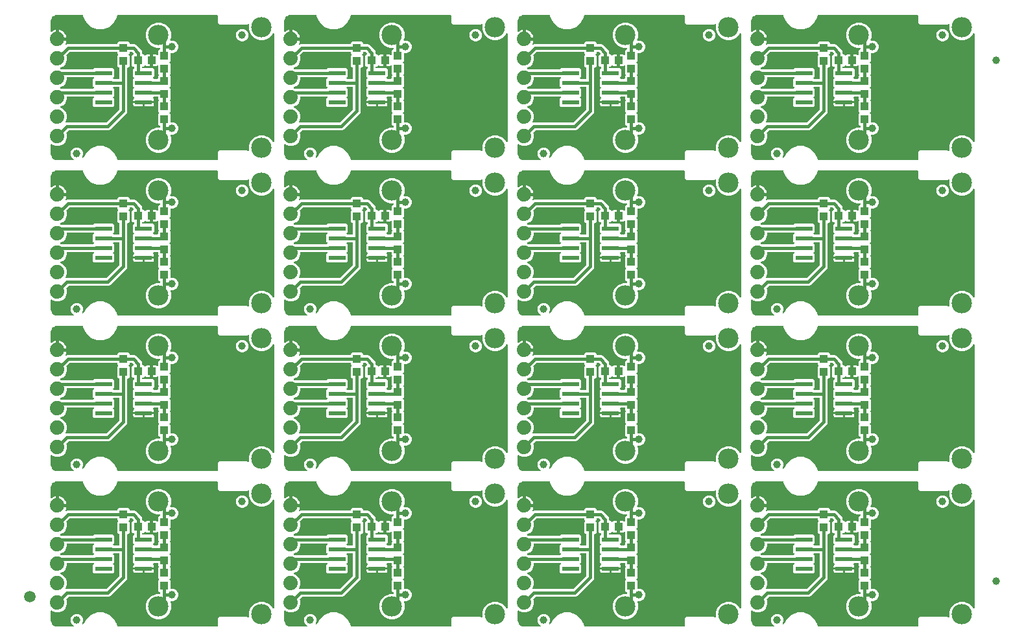
<source format=gtl>
G04 EAGLE Gerber RS-274X export*
G75*
%MOMM*%
%FSLAX34Y34*%
%LPD*%
%INTop Copper*%
%IPPOS*%
%AMOC8*
5,1,8,0,0,1.08239X$1,22.5*%
G01*
%ADD10C,1.000000*%
%ADD11R,1.100000X1.000000*%
%ADD12R,2.209800X0.609600*%
%ADD13C,1.879600*%
%ADD14R,1.000000X1.100000*%
%ADD15C,2.667000*%
%ADD16C,0.990600*%
%ADD17C,1.500000*%
%ADD18C,1.016000*%
%ADD19C,0.406400*%

G36*
X101511Y275849D02*
X101511Y275849D01*
X101540Y275846D01*
X101651Y275869D01*
X101763Y275885D01*
X101790Y275897D01*
X101819Y275902D01*
X101919Y275955D01*
X102023Y276001D01*
X102045Y276020D01*
X102071Y276033D01*
X102153Y276111D01*
X102240Y276184D01*
X102256Y276209D01*
X102277Y276229D01*
X102334Y276327D01*
X102397Y276421D01*
X102406Y276449D01*
X102421Y276474D01*
X102449Y276584D01*
X102483Y276692D01*
X102484Y276722D01*
X102491Y276750D01*
X102487Y276863D01*
X102490Y276976D01*
X102483Y277005D01*
X102482Y277034D01*
X102447Y277142D01*
X102418Y277251D01*
X102403Y277277D01*
X102394Y277305D01*
X102349Y277368D01*
X102273Y277496D01*
X102228Y277539D01*
X102200Y277578D01*
X99857Y279921D01*
X98631Y282879D01*
X98631Y286081D01*
X99857Y289039D01*
X102121Y291303D01*
X105079Y292529D01*
X108281Y292529D01*
X111239Y291303D01*
X113503Y289039D01*
X114729Y286081D01*
X114729Y282879D01*
X113711Y280423D01*
X113692Y280349D01*
X113664Y280278D01*
X113657Y280212D01*
X113640Y280147D01*
X113642Y280071D01*
X113635Y279995D01*
X113647Y279930D01*
X113648Y279863D01*
X113672Y279791D01*
X113685Y279715D01*
X113715Y279656D01*
X113735Y279592D01*
X113778Y279529D01*
X113811Y279461D01*
X113856Y279412D01*
X113893Y279356D01*
X113952Y279307D01*
X114003Y279251D01*
X114060Y279216D01*
X114111Y279173D01*
X114180Y279142D01*
X114246Y279102D01*
X114310Y279085D01*
X114371Y279058D01*
X114446Y279047D01*
X114520Y279027D01*
X114586Y279028D01*
X114652Y279019D01*
X114728Y279030D01*
X114804Y279031D01*
X114868Y279050D01*
X114934Y279060D01*
X115003Y279091D01*
X115076Y279113D01*
X115132Y279149D01*
X115193Y279177D01*
X115251Y279226D01*
X115315Y279267D01*
X115351Y279311D01*
X115409Y279361D01*
X115463Y279448D01*
X115528Y279526D01*
X119575Y286535D01*
X125682Y291660D01*
X133174Y294387D01*
X141146Y294387D01*
X148638Y291660D01*
X154745Y286536D01*
X158731Y279631D01*
X159251Y276684D01*
X159286Y276577D01*
X159314Y276469D01*
X159329Y276442D01*
X159339Y276413D01*
X159402Y276320D01*
X159459Y276224D01*
X159481Y276203D01*
X159498Y276178D01*
X159585Y276106D01*
X159666Y276030D01*
X159694Y276016D01*
X159717Y275996D01*
X159820Y275951D01*
X159920Y275900D01*
X159947Y275896D01*
X159977Y275882D01*
X160217Y275850D01*
X160251Y275845D01*
X289560Y275845D01*
X289618Y275853D01*
X289676Y275851D01*
X289758Y275873D01*
X289842Y275885D01*
X289895Y275908D01*
X289951Y275923D01*
X290024Y275966D01*
X290101Y276001D01*
X290146Y276039D01*
X290196Y276068D01*
X290254Y276130D01*
X290318Y276184D01*
X290350Y276233D01*
X290390Y276276D01*
X290429Y276351D01*
X290476Y276421D01*
X290493Y276477D01*
X290520Y276529D01*
X290531Y276597D01*
X290561Y276692D01*
X290564Y276792D01*
X290575Y276860D01*
X290575Y286164D01*
X292956Y288545D01*
X329344Y288545D01*
X329863Y288025D01*
X329887Y288008D01*
X329906Y287985D01*
X330000Y287922D01*
X330090Y287854D01*
X330118Y287844D01*
X330142Y287828D01*
X330250Y287793D01*
X330356Y287753D01*
X330385Y287751D01*
X330413Y287742D01*
X330527Y287739D01*
X330639Y287730D01*
X330668Y287735D01*
X330697Y287735D01*
X330807Y287763D01*
X330918Y287785D01*
X330944Y287799D01*
X330972Y287806D01*
X331070Y287864D01*
X331170Y287916D01*
X331192Y287937D01*
X331217Y287952D01*
X331294Y288034D01*
X331376Y288112D01*
X331391Y288138D01*
X331411Y288159D01*
X331463Y288260D01*
X331520Y288358D01*
X331527Y288386D01*
X331541Y288412D01*
X331554Y288489D01*
X331590Y288633D01*
X331588Y288696D01*
X331596Y288743D01*
X331596Y295359D01*
X334091Y301381D01*
X338699Y305989D01*
X344721Y308484D01*
X351239Y308484D01*
X357261Y305989D01*
X361869Y301381D01*
X362282Y300385D01*
X362326Y300310D01*
X362361Y300232D01*
X362398Y300189D01*
X362427Y300140D01*
X362489Y300081D01*
X362545Y300015D01*
X362592Y299984D01*
X362633Y299945D01*
X362710Y299905D01*
X362781Y299858D01*
X362835Y299840D01*
X362886Y299814D01*
X362970Y299798D01*
X363052Y299772D01*
X363109Y299770D01*
X363165Y299759D01*
X363250Y299767D01*
X363336Y299764D01*
X363391Y299779D01*
X363448Y299784D01*
X363529Y299815D01*
X363611Y299836D01*
X363660Y299865D01*
X363713Y299886D01*
X363782Y299938D01*
X363856Y299982D01*
X363895Y300023D01*
X363940Y300057D01*
X363992Y300126D01*
X364050Y300189D01*
X364076Y300240D01*
X364110Y300285D01*
X364141Y300365D01*
X364180Y300442D01*
X364188Y300491D01*
X364211Y300551D01*
X364222Y300696D01*
X364235Y300773D01*
X364235Y440907D01*
X364223Y440992D01*
X364221Y441078D01*
X364203Y441132D01*
X364195Y441188D01*
X364160Y441267D01*
X364134Y441349D01*
X364102Y441396D01*
X364079Y441448D01*
X364024Y441513D01*
X363976Y441585D01*
X363932Y441621D01*
X363896Y441665D01*
X363824Y441713D01*
X363758Y441768D01*
X363706Y441791D01*
X363659Y441822D01*
X363577Y441848D01*
X363498Y441883D01*
X363442Y441891D01*
X363388Y441908D01*
X363302Y441910D01*
X363217Y441922D01*
X363161Y441914D01*
X363104Y441916D01*
X363021Y441894D01*
X362935Y441882D01*
X362884Y441858D01*
X362829Y441844D01*
X362755Y441800D01*
X362676Y441764D01*
X362633Y441728D01*
X362584Y441698D01*
X362525Y441636D01*
X362460Y441580D01*
X362434Y441538D01*
X362390Y441491D01*
X362324Y441362D01*
X362282Y441295D01*
X361869Y440299D01*
X357261Y435691D01*
X351239Y433196D01*
X344721Y433196D01*
X338699Y435691D01*
X334091Y440299D01*
X331596Y446321D01*
X331596Y452937D01*
X331592Y452966D01*
X331595Y452995D01*
X331572Y453106D01*
X331556Y453218D01*
X331544Y453245D01*
X331539Y453274D01*
X331486Y453375D01*
X331440Y453478D01*
X331421Y453500D01*
X331408Y453526D01*
X331330Y453608D01*
X331257Y453695D01*
X331232Y453711D01*
X331212Y453732D01*
X331114Y453790D01*
X331020Y453852D01*
X330992Y453861D01*
X330967Y453876D01*
X330857Y453904D01*
X330749Y453938D01*
X330719Y453939D01*
X330691Y453946D01*
X330578Y453943D01*
X330465Y453945D01*
X330436Y453938D01*
X330407Y453937D01*
X330299Y453902D01*
X330190Y453874D01*
X330164Y453859D01*
X330136Y453850D01*
X330072Y453804D01*
X329945Y453728D01*
X329902Y453683D01*
X329863Y453655D01*
X329344Y453135D01*
X292956Y453135D01*
X290575Y455516D01*
X290575Y464820D01*
X290567Y464878D01*
X290569Y464936D01*
X290547Y465018D01*
X290535Y465102D01*
X290512Y465155D01*
X290497Y465211D01*
X290454Y465284D01*
X290419Y465361D01*
X290381Y465406D01*
X290352Y465456D01*
X290290Y465514D01*
X290236Y465578D01*
X290187Y465610D01*
X290144Y465650D01*
X290069Y465689D01*
X289999Y465736D01*
X289943Y465753D01*
X289891Y465780D01*
X289823Y465791D01*
X289728Y465821D01*
X289628Y465824D01*
X289560Y465835D01*
X160251Y465835D01*
X160140Y465820D01*
X160028Y465811D01*
X159999Y465800D01*
X159969Y465795D01*
X159867Y465750D01*
X159762Y465710D01*
X159738Y465692D01*
X159710Y465679D01*
X159624Y465607D01*
X159534Y465540D01*
X159516Y465515D01*
X159493Y465496D01*
X159431Y465402D01*
X159363Y465313D01*
X159354Y465287D01*
X159335Y465259D01*
X159262Y465028D01*
X159251Y464996D01*
X158731Y462049D01*
X154745Y455145D01*
X148638Y450020D01*
X141146Y447293D01*
X133174Y447293D01*
X125682Y450020D01*
X119575Y455144D01*
X115589Y462049D01*
X115069Y464996D01*
X115034Y465103D01*
X115006Y465211D01*
X114991Y465238D01*
X114981Y465267D01*
X114918Y465360D01*
X114861Y465456D01*
X114839Y465477D01*
X114822Y465502D01*
X114735Y465574D01*
X114654Y465650D01*
X114626Y465664D01*
X114603Y465684D01*
X114500Y465729D01*
X114400Y465780D01*
X114373Y465784D01*
X114343Y465798D01*
X114103Y465830D01*
X114069Y465835D01*
X81280Y465835D01*
X81224Y465827D01*
X81180Y465830D01*
X79694Y465684D01*
X79418Y465617D01*
X79411Y465613D01*
X79405Y465612D01*
X76658Y464474D01*
X76631Y464458D01*
X76602Y464449D01*
X76538Y464403D01*
X76413Y464329D01*
X76369Y464282D01*
X76329Y464254D01*
X74226Y462151D01*
X74208Y462127D01*
X74184Y462107D01*
X74142Y462040D01*
X74055Y461924D01*
X74033Y461864D01*
X74006Y461822D01*
X72868Y459075D01*
X72797Y458800D01*
X72798Y458792D01*
X72796Y458786D01*
X72650Y457300D01*
X72652Y457243D01*
X72645Y457200D01*
X72645Y444816D01*
X72658Y444725D01*
X72661Y444633D01*
X72677Y444584D01*
X72685Y444534D01*
X72722Y444450D01*
X72751Y444363D01*
X72780Y444321D01*
X72801Y444275D01*
X72860Y444205D01*
X72912Y444129D01*
X72952Y444097D01*
X72984Y444058D01*
X73061Y444007D01*
X73132Y443948D01*
X73179Y443928D01*
X73221Y443900D01*
X73309Y443872D01*
X73393Y443836D01*
X73444Y443830D01*
X73492Y443814D01*
X73584Y443812D01*
X73675Y443801D01*
X73726Y443808D01*
X73776Y443807D01*
X73865Y443830D01*
X73956Y443845D01*
X73996Y443865D01*
X74051Y443879D01*
X74188Y443960D01*
X74257Y443994D01*
X75023Y444551D01*
X76697Y445404D01*
X78484Y445985D01*
X79249Y446106D01*
X79249Y435356D01*
X79257Y435298D01*
X79255Y435240D01*
X79277Y435158D01*
X79289Y435075D01*
X79313Y435021D01*
X79327Y434965D01*
X79370Y434892D01*
X79405Y434815D01*
X79443Y434771D01*
X79473Y434720D01*
X79534Y434663D01*
X79589Y434598D01*
X79637Y434566D01*
X79680Y434526D01*
X79755Y434487D01*
X79825Y434441D01*
X79881Y434423D01*
X79933Y434396D01*
X80001Y434385D01*
X80096Y434355D01*
X80196Y434352D01*
X80264Y434341D01*
X81281Y434341D01*
X81281Y433324D01*
X81289Y433266D01*
X81288Y433208D01*
X81309Y433126D01*
X81321Y433043D01*
X81345Y432989D01*
X81359Y432933D01*
X81402Y432860D01*
X81437Y432783D01*
X81475Y432738D01*
X81505Y432688D01*
X81566Y432630D01*
X81621Y432566D01*
X81669Y432534D01*
X81712Y432494D01*
X81787Y432455D01*
X81857Y432409D01*
X81913Y432391D01*
X81965Y432364D01*
X82033Y432353D01*
X82128Y432323D01*
X82228Y432320D01*
X82296Y432309D01*
X93046Y432309D01*
X92925Y431544D01*
X92344Y429757D01*
X91798Y428686D01*
X91776Y428620D01*
X91744Y428559D01*
X91730Y428486D01*
X91706Y428417D01*
X91702Y428348D01*
X91689Y428280D01*
X91695Y428206D01*
X91692Y428133D01*
X91707Y428065D01*
X91713Y427997D01*
X91740Y427928D01*
X91757Y427856D01*
X91791Y427796D01*
X91815Y427731D01*
X91860Y427673D01*
X91896Y427608D01*
X91945Y427560D01*
X91987Y427505D01*
X92046Y427460D01*
X92099Y427409D01*
X92159Y427376D01*
X92215Y427334D01*
X92284Y427308D01*
X92348Y427273D01*
X92416Y427258D01*
X92481Y427234D01*
X92554Y427228D01*
X92626Y427212D01*
X92695Y427217D01*
X92764Y427211D01*
X92825Y427225D01*
X92910Y427231D01*
X93018Y427270D01*
X93091Y427287D01*
X93849Y427601D01*
X158576Y427601D01*
X158634Y427609D01*
X158692Y427607D01*
X158774Y427629D01*
X158858Y427641D01*
X158911Y427664D01*
X158967Y427679D01*
X159040Y427722D01*
X159117Y427757D01*
X159162Y427795D01*
X159212Y427824D01*
X159270Y427886D01*
X159334Y427940D01*
X159366Y427989D01*
X159406Y428032D01*
X159445Y428107D01*
X159492Y428177D01*
X159509Y428233D01*
X159536Y428285D01*
X159547Y428353D01*
X159577Y428448D01*
X159580Y428548D01*
X159591Y428616D01*
X159591Y429283D01*
X161377Y431069D01*
X173903Y431069D01*
X175689Y429283D01*
X175689Y428616D01*
X175697Y428558D01*
X175695Y428500D01*
X175717Y428418D01*
X175729Y428334D01*
X175752Y428281D01*
X175767Y428225D01*
X175810Y428152D01*
X175845Y428075D01*
X175883Y428030D01*
X175912Y427980D01*
X175974Y427922D01*
X176028Y427858D01*
X176077Y427826D01*
X176120Y427786D01*
X176195Y427747D01*
X176265Y427700D01*
X176321Y427683D01*
X176373Y427656D01*
X176441Y427645D01*
X176536Y427615D01*
X176636Y427612D01*
X176704Y427601D01*
X181741Y427601D01*
X183608Y426827D01*
X191387Y419048D01*
X192161Y417181D01*
X192161Y415464D01*
X192169Y415406D01*
X192167Y415348D01*
X192189Y415266D01*
X192201Y415182D01*
X192224Y415129D01*
X192239Y415073D01*
X192282Y415000D01*
X192317Y414923D01*
X192355Y414878D01*
X192384Y414828D01*
X192446Y414770D01*
X192500Y414706D01*
X192549Y414674D01*
X192592Y414634D01*
X192667Y414595D01*
X192737Y414548D01*
X192793Y414531D01*
X192845Y414504D01*
X192913Y414493D01*
X193008Y414463D01*
X193108Y414460D01*
X193176Y414449D01*
X193843Y414449D01*
X195221Y413070D01*
X195268Y413035D01*
X195308Y412993D01*
X195381Y412950D01*
X195448Y412899D01*
X195503Y412878D01*
X195554Y412849D01*
X195635Y412828D01*
X195714Y412798D01*
X195773Y412793D01*
X195829Y412779D01*
X195913Y412782D01*
X195997Y412775D01*
X196055Y412786D01*
X196113Y412788D01*
X196193Y412814D01*
X196276Y412830D01*
X196328Y412857D01*
X196384Y412875D01*
X196440Y412915D01*
X196529Y412961D01*
X196601Y413030D01*
X196657Y413070D01*
X197020Y413433D01*
X197599Y413768D01*
X198246Y413941D01*
X202049Y413941D01*
X202049Y407416D01*
X202057Y407358D01*
X202055Y407300D01*
X202077Y407218D01*
X202089Y407135D01*
X202113Y407081D01*
X202127Y407025D01*
X202170Y406952D01*
X202205Y406875D01*
X202243Y406831D01*
X202273Y406780D01*
X202334Y406723D01*
X202389Y406658D01*
X202437Y406626D01*
X202480Y406586D01*
X202555Y406547D01*
X202625Y406501D01*
X202681Y406483D01*
X202733Y406456D01*
X202801Y406445D01*
X202896Y406415D01*
X202996Y406412D01*
X203064Y406401D01*
X205096Y406401D01*
X205154Y406409D01*
X205212Y406408D01*
X205294Y406429D01*
X205377Y406441D01*
X205431Y406465D01*
X205487Y406479D01*
X205560Y406522D01*
X205637Y406557D01*
X205681Y406595D01*
X205732Y406625D01*
X205789Y406686D01*
X205854Y406741D01*
X205886Y406789D01*
X205926Y406832D01*
X205965Y406907D01*
X206011Y406977D01*
X206029Y407033D01*
X206056Y407085D01*
X206067Y407153D01*
X206097Y407248D01*
X206100Y407348D01*
X206111Y407416D01*
X206111Y413941D01*
X209914Y413941D01*
X210561Y413768D01*
X211140Y413433D01*
X211198Y413375D01*
X211222Y413357D01*
X211241Y413335D01*
X211335Y413272D01*
X211425Y413204D01*
X211453Y413194D01*
X211477Y413177D01*
X211585Y413143D01*
X211691Y413103D01*
X211720Y413100D01*
X211748Y413092D01*
X211861Y413089D01*
X211974Y413079D01*
X212003Y413085D01*
X212032Y413084D01*
X212142Y413113D01*
X212253Y413135D01*
X212279Y413149D01*
X212307Y413156D01*
X212405Y413214D01*
X212505Y413266D01*
X212527Y413286D01*
X212552Y413301D01*
X212629Y413384D01*
X212711Y413462D01*
X212726Y413487D01*
X212746Y413509D01*
X212798Y413609D01*
X212855Y413707D01*
X212862Y413736D01*
X212876Y413762D01*
X212889Y413839D01*
X212925Y413983D01*
X212923Y414045D01*
X212931Y414093D01*
X212931Y419123D01*
X214717Y420909D01*
X214884Y420909D01*
X214942Y420917D01*
X215000Y420915D01*
X215082Y420937D01*
X215166Y420949D01*
X215219Y420972D01*
X215275Y420987D01*
X215348Y421030D01*
X215425Y421065D01*
X215470Y421103D01*
X215520Y421132D01*
X215578Y421194D01*
X215642Y421248D01*
X215674Y421297D01*
X215714Y421340D01*
X215753Y421415D01*
X215800Y421485D01*
X215817Y421541D01*
X215844Y421593D01*
X215855Y421661D01*
X215885Y421756D01*
X215888Y421856D01*
X215899Y421924D01*
X215899Y422021D01*
X215891Y422079D01*
X215893Y422137D01*
X215871Y422219D01*
X215859Y422303D01*
X215836Y422356D01*
X215821Y422412D01*
X215778Y422485D01*
X215743Y422562D01*
X215705Y422607D01*
X215676Y422657D01*
X215614Y422715D01*
X215560Y422779D01*
X215511Y422811D01*
X215468Y422851D01*
X215393Y422890D01*
X215323Y422937D01*
X215267Y422954D01*
X215215Y422981D01*
X215147Y422992D01*
X215052Y423022D01*
X214952Y423025D01*
X214884Y423036D01*
X210101Y423036D01*
X204079Y425531D01*
X199471Y430139D01*
X196976Y436161D01*
X196976Y442679D01*
X199471Y448701D01*
X204079Y453309D01*
X210101Y455804D01*
X216619Y455804D01*
X222641Y453309D01*
X227249Y448701D01*
X229744Y442679D01*
X229744Y436161D01*
X228677Y433586D01*
X228648Y433474D01*
X228614Y433365D01*
X228613Y433337D01*
X228606Y433310D01*
X228609Y433196D01*
X228606Y433081D01*
X228613Y433054D01*
X228614Y433026D01*
X228649Y432917D01*
X228678Y432806D01*
X228692Y432782D01*
X228701Y432755D01*
X228765Y432660D01*
X228823Y432561D01*
X228844Y432542D01*
X228859Y432519D01*
X228947Y432445D01*
X229031Y432367D01*
X229055Y432354D01*
X229077Y432336D01*
X229181Y432290D01*
X229284Y432237D01*
X229308Y432233D01*
X229336Y432221D01*
X229600Y432184D01*
X229615Y432182D01*
X232732Y432182D01*
X235673Y430964D01*
X237924Y428713D01*
X239142Y425772D01*
X239142Y422588D01*
X237924Y419647D01*
X235673Y417396D01*
X232732Y416178D01*
X230044Y416178D01*
X229986Y416170D01*
X229928Y416172D01*
X229846Y416150D01*
X229762Y416138D01*
X229709Y416115D01*
X229653Y416100D01*
X229580Y416057D01*
X229503Y416022D01*
X229458Y415984D01*
X229408Y415955D01*
X229350Y415893D01*
X229286Y415839D01*
X229254Y415790D01*
X229214Y415747D01*
X229175Y415672D01*
X229128Y415602D01*
X229111Y415546D01*
X229084Y415494D01*
X229073Y415426D01*
X229043Y415331D01*
X229040Y415231D01*
X229029Y415163D01*
X229029Y405597D01*
X228009Y404578D01*
X227974Y404531D01*
X227932Y404491D01*
X227889Y404418D01*
X227839Y404351D01*
X227818Y404296D01*
X227788Y404246D01*
X227767Y404164D01*
X227737Y404085D01*
X227732Y404027D01*
X227718Y403970D01*
X227721Y403886D01*
X227714Y403802D01*
X227725Y403744D01*
X227727Y403686D01*
X227753Y403606D01*
X227770Y403523D01*
X227797Y403471D01*
X227815Y403415D01*
X227855Y403359D01*
X227901Y403271D01*
X227969Y403198D01*
X228009Y403142D01*
X229029Y402123D01*
X229029Y388597D01*
X228499Y388068D01*
X228464Y388021D01*
X228422Y387981D01*
X228379Y387908D01*
X228329Y387841D01*
X228308Y387786D01*
X228278Y387736D01*
X228257Y387654D01*
X228227Y387575D01*
X228222Y387517D01*
X228208Y387460D01*
X228211Y387376D01*
X228204Y387292D01*
X228215Y387234D01*
X228217Y387176D01*
X228243Y387096D01*
X228260Y387013D01*
X228287Y386961D01*
X228305Y386905D01*
X228345Y386849D01*
X228391Y386761D01*
X228459Y386688D01*
X228499Y386632D01*
X229029Y386103D01*
X229029Y372577D01*
X228009Y371558D01*
X227974Y371511D01*
X227932Y371471D01*
X227889Y371398D01*
X227839Y371331D01*
X227818Y371276D01*
X227788Y371226D01*
X227767Y371144D01*
X227737Y371065D01*
X227732Y371007D01*
X227718Y370950D01*
X227721Y370866D01*
X227714Y370782D01*
X227725Y370724D01*
X227727Y370666D01*
X227753Y370586D01*
X227770Y370503D01*
X227797Y370451D01*
X227815Y370395D01*
X227855Y370339D01*
X227901Y370251D01*
X227969Y370178D01*
X228009Y370122D01*
X229029Y369103D01*
X229029Y355577D01*
X228499Y355048D01*
X228464Y355001D01*
X228422Y354961D01*
X228379Y354888D01*
X228329Y354821D01*
X228308Y354766D01*
X228278Y354716D01*
X228257Y354634D01*
X228227Y354555D01*
X228222Y354497D01*
X228208Y354440D01*
X228211Y354356D01*
X228204Y354272D01*
X228215Y354214D01*
X228217Y354156D01*
X228243Y354076D01*
X228260Y353993D01*
X228287Y353941D01*
X228305Y353885D01*
X228345Y353829D01*
X228391Y353741D01*
X228459Y353668D01*
X228499Y353612D01*
X229029Y353083D01*
X229029Y339557D01*
X228009Y338538D01*
X227974Y338491D01*
X227932Y338451D01*
X227889Y338378D01*
X227839Y338311D01*
X227818Y338256D01*
X227788Y338206D01*
X227767Y338124D01*
X227737Y338045D01*
X227732Y337987D01*
X227718Y337930D01*
X227721Y337846D01*
X227714Y337762D01*
X227725Y337704D01*
X227727Y337646D01*
X227753Y337566D01*
X227770Y337483D01*
X227797Y337431D01*
X227815Y337375D01*
X227855Y337319D01*
X227901Y337231D01*
X227969Y337158D01*
X227970Y337158D01*
X227981Y337139D01*
X227987Y337133D01*
X228009Y337102D01*
X229029Y336083D01*
X229029Y326517D01*
X229037Y326459D01*
X229035Y326401D01*
X229057Y326319D01*
X229069Y326235D01*
X229092Y326182D01*
X229107Y326126D01*
X229150Y326053D01*
X229185Y325976D01*
X229223Y325931D01*
X229252Y325881D01*
X229314Y325823D01*
X229368Y325759D01*
X229417Y325727D01*
X229460Y325687D01*
X229535Y325648D01*
X229605Y325601D01*
X229661Y325584D01*
X229713Y325557D01*
X229781Y325546D01*
X229876Y325516D01*
X229976Y325513D01*
X230044Y325502D01*
X232732Y325502D01*
X235673Y324284D01*
X237924Y322033D01*
X239142Y319092D01*
X239142Y315908D01*
X237924Y312967D01*
X235673Y310716D01*
X232732Y309498D01*
X229615Y309498D01*
X229501Y309482D01*
X229387Y309472D01*
X229361Y309462D01*
X229333Y309458D01*
X229228Y309411D01*
X229121Y309370D01*
X229099Y309354D01*
X229074Y309342D01*
X228986Y309268D01*
X228895Y309199D01*
X228878Y309176D01*
X228857Y309159D01*
X228793Y309063D01*
X228725Y308971D01*
X228715Y308945D01*
X228699Y308922D01*
X228665Y308812D01*
X228624Y308705D01*
X228622Y308677D01*
X228614Y308651D01*
X228611Y308536D01*
X228601Y308422D01*
X228607Y308397D01*
X228606Y308367D01*
X228673Y308110D01*
X228677Y308094D01*
X229744Y305519D01*
X229744Y299001D01*
X227249Y292979D01*
X222641Y288371D01*
X216619Y285876D01*
X210101Y285876D01*
X204079Y288371D01*
X199471Y292979D01*
X196976Y299001D01*
X196976Y305519D01*
X199471Y311541D01*
X204079Y316149D01*
X210101Y318644D01*
X214884Y318644D01*
X214942Y318652D01*
X215000Y318650D01*
X215082Y318672D01*
X215166Y318684D01*
X215219Y318707D01*
X215275Y318722D01*
X215348Y318765D01*
X215425Y318800D01*
X215470Y318838D01*
X215520Y318867D01*
X215578Y318929D01*
X215642Y318983D01*
X215674Y319032D01*
X215714Y319075D01*
X215753Y319150D01*
X215800Y319220D01*
X215817Y319276D01*
X215844Y319328D01*
X215855Y319396D01*
X215885Y319491D01*
X215888Y319591D01*
X215899Y319659D01*
X215899Y319756D01*
X215891Y319814D01*
X215893Y319872D01*
X215871Y319954D01*
X215859Y320038D01*
X215836Y320091D01*
X215821Y320147D01*
X215778Y320220D01*
X215743Y320297D01*
X215705Y320342D01*
X215676Y320392D01*
X215614Y320450D01*
X215560Y320514D01*
X215511Y320546D01*
X215468Y320586D01*
X215393Y320625D01*
X215323Y320672D01*
X215267Y320689D01*
X215215Y320716D01*
X215147Y320727D01*
X215052Y320757D01*
X214952Y320760D01*
X214884Y320771D01*
X214717Y320771D01*
X212931Y322557D01*
X212931Y336083D01*
X213951Y337102D01*
X213986Y337149D01*
X214028Y337189D01*
X214071Y337262D01*
X214121Y337329D01*
X214142Y337384D01*
X214172Y337434D01*
X214193Y337516D01*
X214223Y337595D01*
X214228Y337653D01*
X214242Y337710D01*
X214239Y337794D01*
X214246Y337878D01*
X214235Y337936D01*
X214233Y337994D01*
X214207Y338074D01*
X214190Y338157D01*
X214163Y338209D01*
X214145Y338265D01*
X214105Y338321D01*
X214059Y338409D01*
X213991Y338482D01*
X213951Y338538D01*
X212931Y339557D01*
X212931Y353083D01*
X213461Y353612D01*
X213496Y353659D01*
X213538Y353699D01*
X213581Y353772D01*
X213631Y353839D01*
X213652Y353894D01*
X213682Y353944D01*
X213703Y354026D01*
X213733Y354105D01*
X213738Y354163D01*
X213752Y354220D01*
X213749Y354304D01*
X213756Y354388D01*
X213745Y354446D01*
X213743Y354504D01*
X213717Y354584D01*
X213700Y354667D01*
X213673Y354719D01*
X213655Y354775D01*
X213615Y354831D01*
X213569Y354919D01*
X213501Y354992D01*
X213461Y355048D01*
X212931Y355577D01*
X212931Y358394D01*
X212923Y358452D01*
X212925Y358510D01*
X212903Y358592D01*
X212891Y358676D01*
X212868Y358729D01*
X212853Y358785D01*
X212810Y358858D01*
X212775Y358935D01*
X212737Y358980D01*
X212708Y359030D01*
X212646Y359088D01*
X212592Y359152D01*
X212543Y359184D01*
X212500Y359224D01*
X212425Y359263D01*
X212355Y359310D01*
X212299Y359327D01*
X212247Y359354D01*
X212179Y359365D01*
X212084Y359395D01*
X211984Y359398D01*
X211916Y359409D01*
X207550Y359409D01*
X207464Y359397D01*
X207376Y359394D01*
X207324Y359377D01*
X207269Y359369D01*
X207189Y359334D01*
X207106Y359307D01*
X207067Y359279D01*
X207009Y359253D01*
X206896Y359157D01*
X206832Y359112D01*
X206193Y358473D01*
X206164Y358434D01*
X206128Y358401D01*
X206079Y358320D01*
X206022Y358245D01*
X206005Y358200D01*
X205979Y358158D01*
X205954Y358067D01*
X205921Y357980D01*
X205917Y357931D01*
X205904Y357884D01*
X205905Y357790D01*
X205897Y357696D01*
X205907Y357649D01*
X205908Y357600D01*
X205935Y357510D01*
X205953Y357418D01*
X205976Y357374D01*
X205990Y357328D01*
X206041Y357249D01*
X206084Y357165D01*
X206118Y357130D01*
X206145Y357089D01*
X206202Y357042D01*
X206280Y356959D01*
X206355Y356915D01*
X206404Y356875D01*
X206411Y356871D01*
X206884Y356398D01*
X207219Y355819D01*
X207392Y355172D01*
X207392Y353313D01*
X203105Y353313D01*
X203019Y353301D01*
X202931Y353298D01*
X202879Y353281D01*
X202824Y353273D01*
X202744Y353238D01*
X202661Y353211D01*
X202622Y353183D01*
X202564Y353157D01*
X202451Y353061D01*
X202387Y353016D01*
X201923Y352551D01*
X194310Y352551D01*
X194252Y352543D01*
X194219Y352544D01*
X194207Y352583D01*
X194179Y352623D01*
X194153Y352680D01*
X194057Y352793D01*
X194012Y352857D01*
X193853Y353016D01*
X193783Y353068D01*
X193719Y353128D01*
X193669Y353154D01*
X193625Y353187D01*
X193544Y353218D01*
X193466Y353258D01*
X193418Y353266D01*
X193360Y353288D01*
X193212Y353300D01*
X193135Y353313D01*
X180212Y353313D01*
X180212Y355172D01*
X180385Y355819D01*
X180720Y356398D01*
X181193Y356871D01*
X181200Y356875D01*
X181239Y356905D01*
X181282Y356928D01*
X181350Y356993D01*
X181424Y357051D01*
X181453Y357090D01*
X181488Y357124D01*
X181536Y357205D01*
X181591Y357281D01*
X181607Y357327D01*
X181632Y357369D01*
X181655Y357460D01*
X181687Y357548D01*
X181690Y357597D01*
X181702Y357645D01*
X181699Y357738D01*
X181705Y357832D01*
X181695Y357880D01*
X181693Y357929D01*
X181664Y358018D01*
X181644Y358110D01*
X181621Y358153D01*
X181606Y358199D01*
X181563Y358260D01*
X181508Y358360D01*
X181447Y358421D01*
X181411Y358473D01*
X179704Y360179D01*
X179704Y368801D01*
X181026Y370122D01*
X181061Y370169D01*
X181103Y370209D01*
X181146Y370282D01*
X181196Y370349D01*
X181217Y370404D01*
X181247Y370454D01*
X181268Y370536D01*
X181298Y370615D01*
X181303Y370673D01*
X181317Y370730D01*
X181314Y370814D01*
X181321Y370898D01*
X181310Y370956D01*
X181308Y371014D01*
X181282Y371094D01*
X181265Y371177D01*
X181238Y371229D01*
X181220Y371285D01*
X181180Y371341D01*
X181134Y371429D01*
X181066Y371502D01*
X181026Y371558D01*
X179704Y372879D01*
X179704Y381501D01*
X181026Y382822D01*
X181061Y382869D01*
X181103Y382909D01*
X181146Y382982D01*
X181196Y383049D01*
X181217Y383104D01*
X181247Y383154D01*
X181268Y383236D01*
X181298Y383315D01*
X181303Y383373D01*
X181317Y383430D01*
X181314Y383514D01*
X181321Y383598D01*
X181310Y383656D01*
X181308Y383714D01*
X181282Y383794D01*
X181265Y383877D01*
X181238Y383929D01*
X181220Y383985D01*
X181180Y384041D01*
X181134Y384129D01*
X181066Y384202D01*
X181026Y384258D01*
X179704Y385579D01*
X179704Y394201D01*
X181702Y396198D01*
X181754Y396268D01*
X181814Y396332D01*
X181840Y396381D01*
X181873Y396426D01*
X181904Y396507D01*
X181944Y396585D01*
X181952Y396633D01*
X181974Y396691D01*
X181986Y396839D01*
X181999Y396916D01*
X181999Y397336D01*
X181991Y397394D01*
X181993Y397452D01*
X181971Y397534D01*
X181959Y397618D01*
X181936Y397671D01*
X181921Y397727D01*
X181878Y397800D01*
X181843Y397877D01*
X181805Y397922D01*
X181776Y397972D01*
X181714Y398030D01*
X181660Y398094D01*
X181611Y398126D01*
X181568Y398166D01*
X181493Y398205D01*
X181423Y398252D01*
X181367Y398269D01*
X181315Y398296D01*
X181247Y398307D01*
X181152Y398337D01*
X181052Y398340D01*
X180984Y398351D01*
X180317Y398351D01*
X178531Y400137D01*
X178531Y412663D01*
X180249Y414380D01*
X180284Y414427D01*
X180326Y414467D01*
X180369Y414540D01*
X180420Y414607D01*
X180440Y414662D01*
X180470Y414713D01*
X180491Y414794D01*
X180521Y414873D01*
X180526Y414931D01*
X180540Y414988D01*
X180537Y415072D01*
X180544Y415156D01*
X180533Y415214D01*
X180531Y415272D01*
X180505Y415352D01*
X180489Y415435D01*
X180462Y415487D01*
X180444Y415543D01*
X180403Y415599D01*
X180358Y415687D01*
X180289Y415760D01*
X180249Y415816D01*
X178923Y417142D01*
X178853Y417194D01*
X178789Y417254D01*
X178740Y417280D01*
X178696Y417313D01*
X178614Y417344D01*
X178536Y417384D01*
X178488Y417392D01*
X178430Y417414D01*
X178282Y417426D01*
X178205Y417439D01*
X176704Y417439D01*
X176646Y417431D01*
X176588Y417433D01*
X176506Y417411D01*
X176422Y417399D01*
X176369Y417376D01*
X176313Y417361D01*
X176240Y417318D01*
X176163Y417283D01*
X176118Y417245D01*
X176068Y417216D01*
X176010Y417154D01*
X175946Y417100D01*
X175914Y417051D01*
X175874Y417008D01*
X175835Y416933D01*
X175788Y416863D01*
X175771Y416807D01*
X175744Y416755D01*
X175733Y416687D01*
X175703Y416592D01*
X175700Y416492D01*
X175689Y416424D01*
X175689Y415757D01*
X174669Y414738D01*
X174634Y414691D01*
X174592Y414651D01*
X174549Y414578D01*
X174499Y414511D01*
X174478Y414456D01*
X174448Y414406D01*
X174427Y414324D01*
X174397Y414245D01*
X174392Y414187D01*
X174378Y414130D01*
X174381Y414046D01*
X174374Y413962D01*
X174385Y413904D01*
X174387Y413846D01*
X174413Y413766D01*
X174430Y413683D01*
X174457Y413631D01*
X174475Y413575D01*
X174515Y413519D01*
X174561Y413431D01*
X174629Y413358D01*
X174669Y413302D01*
X175689Y412283D01*
X175689Y398757D01*
X173903Y396971D01*
X173736Y396971D01*
X173678Y396963D01*
X173620Y396965D01*
X173538Y396943D01*
X173454Y396931D01*
X173401Y396908D01*
X173345Y396893D01*
X173272Y396850D01*
X173195Y396815D01*
X173150Y396777D01*
X173100Y396748D01*
X173042Y396686D01*
X172978Y396632D01*
X172946Y396583D01*
X172906Y396540D01*
X172867Y396465D01*
X172820Y396395D01*
X172803Y396339D01*
X172776Y396287D01*
X172765Y396219D01*
X172735Y396124D01*
X172732Y396024D01*
X172721Y395956D01*
X172721Y339349D01*
X171947Y337482D01*
X150198Y315733D01*
X148331Y314959D01*
X96505Y314959D01*
X96418Y314947D01*
X96331Y314944D01*
X96278Y314927D01*
X96224Y314919D01*
X96144Y314884D01*
X96061Y314857D01*
X96021Y314829D01*
X95964Y314803D01*
X95851Y314707D01*
X95787Y314662D01*
X93391Y312265D01*
X93390Y312264D01*
X93388Y312263D01*
X93306Y312153D01*
X93220Y312038D01*
X93219Y312037D01*
X93218Y312035D01*
X93168Y311902D01*
X93118Y311772D01*
X93118Y311771D01*
X93118Y311769D01*
X93106Y311625D01*
X93095Y311489D01*
X93095Y311488D01*
X93095Y311486D01*
X93099Y311470D01*
X93151Y311210D01*
X93165Y311183D01*
X93170Y311159D01*
X93727Y309816D01*
X93727Y304864D01*
X91832Y300289D01*
X88331Y296788D01*
X83756Y294893D01*
X78804Y294893D01*
X74049Y296863D01*
X73937Y296892D01*
X73828Y296926D01*
X73800Y296927D01*
X73773Y296934D01*
X73659Y296931D01*
X73544Y296934D01*
X73517Y296927D01*
X73489Y296926D01*
X73380Y296891D01*
X73269Y296862D01*
X73245Y296848D01*
X73218Y296839D01*
X73123Y296775D01*
X73024Y296717D01*
X73005Y296696D01*
X72982Y296681D01*
X72908Y296593D01*
X72830Y296509D01*
X72817Y296485D01*
X72799Y296463D01*
X72753Y296359D01*
X72700Y296256D01*
X72696Y296232D01*
X72684Y296204D01*
X72647Y295940D01*
X72645Y295925D01*
X72645Y284480D01*
X72653Y284424D01*
X72650Y284381D01*
X72796Y282894D01*
X72863Y282618D01*
X72867Y282611D01*
X72868Y282605D01*
X74006Y279858D01*
X74022Y279831D01*
X74031Y279802D01*
X74077Y279738D01*
X74151Y279613D01*
X74198Y279569D01*
X74226Y279529D01*
X76329Y277426D01*
X76353Y277408D01*
X76373Y277384D01*
X76440Y277342D01*
X76556Y277255D01*
X76616Y277233D01*
X76658Y277206D01*
X79405Y276068D01*
X79515Y276040D01*
X79626Y276005D01*
X79654Y276004D01*
X79680Y275997D01*
X79688Y275998D01*
X79694Y275996D01*
X81180Y275850D01*
X81237Y275852D01*
X81280Y275845D01*
X101482Y275845D01*
X101511Y275849D01*
G37*
G36*
X1015911Y479049D02*
X1015911Y479049D01*
X1015940Y479046D01*
X1016051Y479069D01*
X1016163Y479085D01*
X1016190Y479097D01*
X1016219Y479102D01*
X1016319Y479155D01*
X1016423Y479201D01*
X1016445Y479220D01*
X1016471Y479233D01*
X1016553Y479311D01*
X1016640Y479384D01*
X1016656Y479409D01*
X1016677Y479429D01*
X1016734Y479527D01*
X1016797Y479621D01*
X1016806Y479649D01*
X1016821Y479674D01*
X1016849Y479784D01*
X1016883Y479892D01*
X1016884Y479922D01*
X1016891Y479950D01*
X1016887Y480063D01*
X1016890Y480176D01*
X1016883Y480205D01*
X1016882Y480234D01*
X1016847Y480342D01*
X1016818Y480451D01*
X1016803Y480477D01*
X1016794Y480505D01*
X1016749Y480568D01*
X1016673Y480696D01*
X1016628Y480739D01*
X1016600Y480778D01*
X1014257Y483121D01*
X1013031Y486079D01*
X1013031Y489281D01*
X1014257Y492239D01*
X1016521Y494503D01*
X1019479Y495729D01*
X1022681Y495729D01*
X1025639Y494503D01*
X1027903Y492239D01*
X1029129Y489281D01*
X1029129Y486079D01*
X1028111Y483623D01*
X1028092Y483549D01*
X1028064Y483478D01*
X1028057Y483412D01*
X1028040Y483347D01*
X1028042Y483271D01*
X1028035Y483195D01*
X1028047Y483130D01*
X1028048Y483063D01*
X1028072Y482991D01*
X1028085Y482915D01*
X1028115Y482856D01*
X1028135Y482792D01*
X1028178Y482729D01*
X1028211Y482661D01*
X1028256Y482612D01*
X1028293Y482556D01*
X1028352Y482507D01*
X1028403Y482451D01*
X1028460Y482416D01*
X1028511Y482373D01*
X1028580Y482342D01*
X1028646Y482302D01*
X1028710Y482285D01*
X1028771Y482258D01*
X1028846Y482247D01*
X1028920Y482227D01*
X1028986Y482228D01*
X1029052Y482219D01*
X1029128Y482230D01*
X1029204Y482231D01*
X1029268Y482250D01*
X1029334Y482260D01*
X1029403Y482291D01*
X1029476Y482313D01*
X1029532Y482349D01*
X1029593Y482377D01*
X1029651Y482426D01*
X1029715Y482467D01*
X1029751Y482511D01*
X1029809Y482561D01*
X1029863Y482648D01*
X1029928Y482726D01*
X1033975Y489735D01*
X1040082Y494860D01*
X1047574Y497587D01*
X1055546Y497587D01*
X1063038Y494860D01*
X1069145Y489736D01*
X1073131Y482831D01*
X1073651Y479884D01*
X1073686Y479777D01*
X1073714Y479669D01*
X1073729Y479642D01*
X1073739Y479613D01*
X1073802Y479520D01*
X1073859Y479424D01*
X1073881Y479403D01*
X1073898Y479378D01*
X1073985Y479306D01*
X1074066Y479230D01*
X1074094Y479216D01*
X1074117Y479196D01*
X1074220Y479151D01*
X1074320Y479100D01*
X1074347Y479096D01*
X1074377Y479082D01*
X1074617Y479050D01*
X1074651Y479045D01*
X1203960Y479045D01*
X1204018Y479053D01*
X1204076Y479051D01*
X1204158Y479073D01*
X1204242Y479085D01*
X1204295Y479108D01*
X1204351Y479123D01*
X1204424Y479166D01*
X1204501Y479201D01*
X1204546Y479239D01*
X1204596Y479268D01*
X1204654Y479330D01*
X1204718Y479384D01*
X1204750Y479433D01*
X1204790Y479476D01*
X1204829Y479551D01*
X1204876Y479621D01*
X1204893Y479677D01*
X1204920Y479729D01*
X1204931Y479797D01*
X1204961Y479892D01*
X1204964Y479992D01*
X1204975Y480060D01*
X1204975Y489364D01*
X1207356Y491745D01*
X1243744Y491745D01*
X1244263Y491225D01*
X1244287Y491208D01*
X1244306Y491185D01*
X1244400Y491122D01*
X1244490Y491054D01*
X1244518Y491044D01*
X1244542Y491028D01*
X1244650Y490993D01*
X1244756Y490953D01*
X1244785Y490951D01*
X1244813Y490942D01*
X1244927Y490939D01*
X1245039Y490930D01*
X1245068Y490935D01*
X1245097Y490935D01*
X1245207Y490963D01*
X1245318Y490985D01*
X1245344Y490999D01*
X1245372Y491006D01*
X1245470Y491064D01*
X1245570Y491116D01*
X1245592Y491137D01*
X1245617Y491152D01*
X1245694Y491234D01*
X1245776Y491312D01*
X1245791Y491338D01*
X1245811Y491359D01*
X1245863Y491460D01*
X1245920Y491558D01*
X1245927Y491586D01*
X1245941Y491612D01*
X1245954Y491689D01*
X1245990Y491833D01*
X1245988Y491896D01*
X1245996Y491943D01*
X1245996Y498559D01*
X1248491Y504581D01*
X1253099Y509189D01*
X1259121Y511684D01*
X1265639Y511684D01*
X1271661Y509189D01*
X1276269Y504581D01*
X1276682Y503585D01*
X1276726Y503510D01*
X1276761Y503432D01*
X1276798Y503389D01*
X1276827Y503340D01*
X1276889Y503281D01*
X1276945Y503215D01*
X1276992Y503184D01*
X1277033Y503145D01*
X1277110Y503105D01*
X1277181Y503058D01*
X1277235Y503040D01*
X1277286Y503014D01*
X1277370Y502998D01*
X1277452Y502972D01*
X1277509Y502970D01*
X1277565Y502959D01*
X1277650Y502967D01*
X1277736Y502964D01*
X1277791Y502979D01*
X1277848Y502984D01*
X1277929Y503015D01*
X1278011Y503036D01*
X1278060Y503065D01*
X1278113Y503086D01*
X1278182Y503138D01*
X1278256Y503182D01*
X1278295Y503223D01*
X1278340Y503257D01*
X1278392Y503326D01*
X1278450Y503389D01*
X1278476Y503440D01*
X1278510Y503485D01*
X1278541Y503565D01*
X1278580Y503642D01*
X1278588Y503691D01*
X1278611Y503751D01*
X1278622Y503896D01*
X1278635Y503973D01*
X1278635Y644107D01*
X1278623Y644192D01*
X1278621Y644278D01*
X1278603Y644332D01*
X1278595Y644388D01*
X1278560Y644467D01*
X1278534Y644549D01*
X1278502Y644596D01*
X1278479Y644648D01*
X1278424Y644713D01*
X1278376Y644785D01*
X1278332Y644821D01*
X1278296Y644865D01*
X1278224Y644913D01*
X1278158Y644968D01*
X1278106Y644991D01*
X1278059Y645022D01*
X1277977Y645048D01*
X1277898Y645083D01*
X1277842Y645091D01*
X1277788Y645108D01*
X1277702Y645110D01*
X1277617Y645122D01*
X1277561Y645114D01*
X1277504Y645116D01*
X1277421Y645094D01*
X1277335Y645082D01*
X1277284Y645058D01*
X1277229Y645044D01*
X1277155Y645000D01*
X1277076Y644964D01*
X1277033Y644928D01*
X1276984Y644898D01*
X1276925Y644836D01*
X1276860Y644780D01*
X1276834Y644738D01*
X1276790Y644691D01*
X1276724Y644562D01*
X1276682Y644495D01*
X1276269Y643499D01*
X1271661Y638891D01*
X1265639Y636396D01*
X1259121Y636396D01*
X1253099Y638891D01*
X1248491Y643499D01*
X1245996Y649521D01*
X1245996Y656137D01*
X1245992Y656166D01*
X1245995Y656195D01*
X1245972Y656306D01*
X1245956Y656418D01*
X1245944Y656445D01*
X1245939Y656474D01*
X1245886Y656575D01*
X1245840Y656678D01*
X1245821Y656700D01*
X1245808Y656726D01*
X1245730Y656808D01*
X1245657Y656895D01*
X1245632Y656911D01*
X1245612Y656932D01*
X1245514Y656990D01*
X1245420Y657052D01*
X1245392Y657061D01*
X1245367Y657076D01*
X1245257Y657104D01*
X1245149Y657138D01*
X1245119Y657139D01*
X1245091Y657146D01*
X1244978Y657143D01*
X1244865Y657145D01*
X1244836Y657138D01*
X1244807Y657137D01*
X1244699Y657102D01*
X1244590Y657074D01*
X1244564Y657059D01*
X1244536Y657050D01*
X1244472Y657004D01*
X1244345Y656928D01*
X1244302Y656883D01*
X1244263Y656855D01*
X1243744Y656335D01*
X1207356Y656335D01*
X1204975Y658716D01*
X1204975Y668020D01*
X1204967Y668078D01*
X1204969Y668136D01*
X1204947Y668218D01*
X1204935Y668302D01*
X1204912Y668355D01*
X1204897Y668411D01*
X1204854Y668484D01*
X1204819Y668561D01*
X1204781Y668606D01*
X1204752Y668656D01*
X1204690Y668714D01*
X1204636Y668778D01*
X1204587Y668810D01*
X1204544Y668850D01*
X1204469Y668889D01*
X1204399Y668936D01*
X1204343Y668953D01*
X1204291Y668980D01*
X1204223Y668991D01*
X1204128Y669021D01*
X1204028Y669024D01*
X1203960Y669035D01*
X1074651Y669035D01*
X1074540Y669020D01*
X1074428Y669011D01*
X1074399Y669000D01*
X1074369Y668995D01*
X1074267Y668950D01*
X1074162Y668910D01*
X1074138Y668892D01*
X1074110Y668879D01*
X1074024Y668807D01*
X1073934Y668740D01*
X1073916Y668715D01*
X1073893Y668696D01*
X1073831Y668602D01*
X1073763Y668513D01*
X1073754Y668487D01*
X1073735Y668459D01*
X1073662Y668228D01*
X1073651Y668196D01*
X1073131Y665249D01*
X1069145Y658345D01*
X1063038Y653220D01*
X1055546Y650493D01*
X1047574Y650493D01*
X1040082Y653220D01*
X1033975Y658344D01*
X1029989Y665249D01*
X1029469Y668196D01*
X1029434Y668303D01*
X1029406Y668411D01*
X1029391Y668438D01*
X1029381Y668467D01*
X1029318Y668560D01*
X1029261Y668656D01*
X1029239Y668677D01*
X1029222Y668702D01*
X1029135Y668774D01*
X1029054Y668850D01*
X1029026Y668864D01*
X1029003Y668884D01*
X1028900Y668929D01*
X1028800Y668980D01*
X1028773Y668984D01*
X1028743Y668998D01*
X1028503Y669030D01*
X1028469Y669035D01*
X995680Y669035D01*
X995624Y669027D01*
X995580Y669030D01*
X994094Y668884D01*
X993818Y668817D01*
X993811Y668813D01*
X993805Y668812D01*
X991058Y667674D01*
X991031Y667658D01*
X991002Y667649D01*
X990938Y667603D01*
X990813Y667529D01*
X990769Y667482D01*
X990729Y667454D01*
X988626Y665351D01*
X988608Y665327D01*
X988584Y665307D01*
X988542Y665240D01*
X988455Y665124D01*
X988433Y665064D01*
X988406Y665022D01*
X987268Y662275D01*
X987197Y662000D01*
X987198Y661992D01*
X987196Y661986D01*
X987050Y660500D01*
X987052Y660443D01*
X987045Y660400D01*
X987045Y648016D01*
X987058Y647925D01*
X987061Y647833D01*
X987077Y647784D01*
X987085Y647734D01*
X987122Y647650D01*
X987151Y647563D01*
X987180Y647521D01*
X987201Y647475D01*
X987260Y647405D01*
X987312Y647329D01*
X987352Y647297D01*
X987384Y647258D01*
X987461Y647207D01*
X987532Y647148D01*
X987579Y647128D01*
X987621Y647100D01*
X987709Y647072D01*
X987793Y647036D01*
X987844Y647030D01*
X987892Y647014D01*
X987984Y647012D01*
X988075Y647001D01*
X988126Y647008D01*
X988176Y647007D01*
X988265Y647030D01*
X988356Y647045D01*
X988396Y647065D01*
X988451Y647079D01*
X988588Y647160D01*
X988657Y647194D01*
X989423Y647751D01*
X991097Y648604D01*
X992884Y649185D01*
X993649Y649306D01*
X993649Y638556D01*
X993657Y638498D01*
X993655Y638440D01*
X993677Y638358D01*
X993689Y638275D01*
X993713Y638221D01*
X993727Y638165D01*
X993770Y638092D01*
X993805Y638015D01*
X993843Y637971D01*
X993873Y637920D01*
X993934Y637863D01*
X993989Y637798D01*
X994037Y637766D01*
X994080Y637726D01*
X994155Y637687D01*
X994225Y637641D01*
X994281Y637623D01*
X994333Y637596D01*
X994401Y637585D01*
X994496Y637555D01*
X994596Y637552D01*
X994664Y637541D01*
X995681Y637541D01*
X995681Y636524D01*
X995689Y636466D01*
X995688Y636408D01*
X995709Y636326D01*
X995721Y636243D01*
X995745Y636189D01*
X995759Y636133D01*
X995802Y636060D01*
X995837Y635983D01*
X995875Y635938D01*
X995905Y635888D01*
X995966Y635830D01*
X996021Y635766D01*
X996069Y635734D01*
X996112Y635694D01*
X996187Y635655D01*
X996257Y635609D01*
X996313Y635591D01*
X996365Y635564D01*
X996433Y635553D01*
X996528Y635523D01*
X996628Y635520D01*
X996696Y635509D01*
X1007446Y635509D01*
X1007325Y634744D01*
X1006744Y632957D01*
X1006198Y631886D01*
X1006176Y631820D01*
X1006144Y631759D01*
X1006130Y631686D01*
X1006106Y631617D01*
X1006102Y631547D01*
X1006089Y631480D01*
X1006095Y631406D01*
X1006092Y631333D01*
X1006107Y631265D01*
X1006113Y631196D01*
X1006140Y631128D01*
X1006157Y631056D01*
X1006191Y630996D01*
X1006215Y630931D01*
X1006260Y630872D01*
X1006296Y630808D01*
X1006345Y630760D01*
X1006387Y630704D01*
X1006446Y630660D01*
X1006499Y630609D01*
X1006559Y630576D01*
X1006615Y630534D01*
X1006684Y630508D01*
X1006748Y630473D01*
X1006816Y630458D01*
X1006881Y630434D01*
X1006954Y630428D01*
X1007026Y630412D01*
X1007095Y630417D01*
X1007164Y630411D01*
X1007225Y630425D01*
X1007310Y630431D01*
X1007418Y630470D01*
X1007491Y630487D01*
X1008249Y630801D01*
X1072976Y630801D01*
X1073034Y630809D01*
X1073092Y630807D01*
X1073174Y630829D01*
X1073258Y630841D01*
X1073311Y630864D01*
X1073367Y630879D01*
X1073440Y630922D01*
X1073517Y630957D01*
X1073562Y630995D01*
X1073612Y631024D01*
X1073670Y631086D01*
X1073734Y631140D01*
X1073766Y631189D01*
X1073806Y631232D01*
X1073845Y631307D01*
X1073892Y631377D01*
X1073909Y631433D01*
X1073936Y631485D01*
X1073947Y631553D01*
X1073977Y631648D01*
X1073980Y631748D01*
X1073991Y631816D01*
X1073991Y632483D01*
X1075777Y634269D01*
X1088303Y634269D01*
X1090089Y632483D01*
X1090089Y631816D01*
X1090097Y631758D01*
X1090095Y631700D01*
X1090117Y631618D01*
X1090129Y631534D01*
X1090152Y631481D01*
X1090167Y631425D01*
X1090210Y631352D01*
X1090245Y631275D01*
X1090283Y631230D01*
X1090312Y631180D01*
X1090374Y631122D01*
X1090428Y631058D01*
X1090477Y631026D01*
X1090520Y630986D01*
X1090595Y630947D01*
X1090665Y630900D01*
X1090721Y630883D01*
X1090773Y630856D01*
X1090841Y630845D01*
X1090936Y630815D01*
X1091036Y630812D01*
X1091104Y630801D01*
X1096141Y630801D01*
X1098008Y630027D01*
X1105787Y622248D01*
X1106561Y620381D01*
X1106561Y618664D01*
X1106569Y618606D01*
X1106567Y618548D01*
X1106589Y618466D01*
X1106601Y618382D01*
X1106624Y618329D01*
X1106639Y618273D01*
X1106682Y618200D01*
X1106717Y618123D01*
X1106755Y618078D01*
X1106784Y618028D01*
X1106846Y617970D01*
X1106900Y617906D01*
X1106949Y617874D01*
X1106992Y617834D01*
X1107067Y617795D01*
X1107137Y617748D01*
X1107193Y617731D01*
X1107245Y617704D01*
X1107313Y617693D01*
X1107408Y617663D01*
X1107508Y617660D01*
X1107576Y617649D01*
X1108243Y617649D01*
X1109621Y616270D01*
X1109668Y616235D01*
X1109708Y616193D01*
X1109781Y616150D01*
X1109848Y616099D01*
X1109903Y616078D01*
X1109954Y616049D01*
X1110035Y616028D01*
X1110114Y615998D01*
X1110173Y615993D01*
X1110229Y615979D01*
X1110313Y615982D01*
X1110397Y615975D01*
X1110455Y615986D01*
X1110513Y615988D01*
X1110593Y616014D01*
X1110676Y616030D01*
X1110728Y616057D01*
X1110784Y616075D01*
X1110840Y616115D01*
X1110929Y616161D01*
X1111001Y616230D01*
X1111057Y616270D01*
X1111420Y616633D01*
X1111999Y616968D01*
X1112646Y617141D01*
X1116449Y617141D01*
X1116449Y610616D01*
X1116457Y610558D01*
X1116455Y610500D01*
X1116477Y610418D01*
X1116489Y610335D01*
X1116513Y610281D01*
X1116527Y610225D01*
X1116570Y610152D01*
X1116605Y610075D01*
X1116643Y610031D01*
X1116673Y609980D01*
X1116734Y609923D01*
X1116789Y609858D01*
X1116837Y609826D01*
X1116880Y609786D01*
X1116955Y609747D01*
X1117025Y609701D01*
X1117081Y609683D01*
X1117133Y609656D01*
X1117201Y609645D01*
X1117296Y609615D01*
X1117396Y609612D01*
X1117464Y609601D01*
X1119496Y609601D01*
X1119554Y609609D01*
X1119612Y609608D01*
X1119694Y609629D01*
X1119777Y609641D01*
X1119831Y609665D01*
X1119887Y609679D01*
X1119960Y609722D01*
X1120037Y609757D01*
X1120081Y609795D01*
X1120132Y609825D01*
X1120189Y609886D01*
X1120254Y609941D01*
X1120286Y609989D01*
X1120326Y610032D01*
X1120365Y610107D01*
X1120411Y610177D01*
X1120429Y610233D01*
X1120456Y610285D01*
X1120467Y610353D01*
X1120497Y610448D01*
X1120500Y610548D01*
X1120511Y610616D01*
X1120511Y617141D01*
X1124314Y617141D01*
X1124961Y616968D01*
X1125540Y616633D01*
X1125598Y616575D01*
X1125622Y616557D01*
X1125641Y616535D01*
X1125735Y616472D01*
X1125825Y616404D01*
X1125853Y616394D01*
X1125877Y616377D01*
X1125985Y616343D01*
X1126091Y616303D01*
X1126120Y616300D01*
X1126148Y616292D01*
X1126261Y616289D01*
X1126374Y616279D01*
X1126403Y616285D01*
X1126432Y616284D01*
X1126542Y616313D01*
X1126653Y616335D01*
X1126679Y616349D01*
X1126707Y616356D01*
X1126805Y616414D01*
X1126905Y616466D01*
X1126927Y616486D01*
X1126952Y616501D01*
X1127029Y616584D01*
X1127111Y616662D01*
X1127126Y616687D01*
X1127146Y616709D01*
X1127198Y616809D01*
X1127255Y616907D01*
X1127262Y616936D01*
X1127276Y616962D01*
X1127289Y617039D01*
X1127325Y617183D01*
X1127323Y617245D01*
X1127331Y617293D01*
X1127331Y622323D01*
X1129117Y624109D01*
X1129284Y624109D01*
X1129342Y624117D01*
X1129400Y624115D01*
X1129482Y624137D01*
X1129566Y624149D01*
X1129619Y624172D01*
X1129675Y624187D01*
X1129748Y624230D01*
X1129825Y624265D01*
X1129870Y624303D01*
X1129920Y624332D01*
X1129978Y624394D01*
X1130042Y624448D01*
X1130074Y624497D01*
X1130114Y624540D01*
X1130153Y624615D01*
X1130200Y624685D01*
X1130217Y624741D01*
X1130244Y624793D01*
X1130255Y624861D01*
X1130285Y624956D01*
X1130288Y625056D01*
X1130299Y625124D01*
X1130299Y625221D01*
X1130291Y625279D01*
X1130293Y625337D01*
X1130271Y625419D01*
X1130259Y625503D01*
X1130236Y625556D01*
X1130221Y625612D01*
X1130178Y625685D01*
X1130143Y625762D01*
X1130105Y625807D01*
X1130076Y625857D01*
X1130014Y625915D01*
X1129960Y625979D01*
X1129911Y626011D01*
X1129868Y626051D01*
X1129793Y626090D01*
X1129723Y626137D01*
X1129667Y626154D01*
X1129615Y626181D01*
X1129547Y626192D01*
X1129452Y626222D01*
X1129352Y626225D01*
X1129284Y626236D01*
X1124501Y626236D01*
X1118479Y628731D01*
X1113871Y633339D01*
X1111376Y639361D01*
X1111376Y645879D01*
X1113871Y651901D01*
X1118479Y656509D01*
X1124501Y659004D01*
X1131019Y659004D01*
X1137041Y656509D01*
X1141649Y651901D01*
X1144144Y645879D01*
X1144144Y639361D01*
X1143077Y636786D01*
X1143048Y636674D01*
X1143014Y636565D01*
X1143013Y636537D01*
X1143006Y636510D01*
X1143009Y636396D01*
X1143006Y636281D01*
X1143013Y636254D01*
X1143014Y636226D01*
X1143049Y636117D01*
X1143078Y636006D01*
X1143092Y635982D01*
X1143101Y635955D01*
X1143165Y635860D01*
X1143223Y635761D01*
X1143244Y635742D01*
X1143259Y635719D01*
X1143347Y635645D01*
X1143431Y635567D01*
X1143455Y635554D01*
X1143477Y635536D01*
X1143581Y635490D01*
X1143684Y635437D01*
X1143708Y635433D01*
X1143736Y635421D01*
X1144000Y635384D01*
X1144015Y635382D01*
X1147132Y635382D01*
X1150073Y634164D01*
X1152324Y631913D01*
X1153542Y628972D01*
X1153542Y625788D01*
X1152324Y622847D01*
X1150073Y620596D01*
X1147132Y619378D01*
X1144444Y619378D01*
X1144386Y619370D01*
X1144328Y619372D01*
X1144246Y619350D01*
X1144162Y619338D01*
X1144109Y619315D01*
X1144053Y619300D01*
X1143980Y619257D01*
X1143903Y619222D01*
X1143858Y619184D01*
X1143808Y619155D01*
X1143750Y619093D01*
X1143686Y619039D01*
X1143654Y618990D01*
X1143614Y618947D01*
X1143575Y618872D01*
X1143528Y618802D01*
X1143511Y618746D01*
X1143484Y618694D01*
X1143473Y618626D01*
X1143443Y618531D01*
X1143440Y618431D01*
X1143429Y618363D01*
X1143429Y608797D01*
X1142409Y607778D01*
X1142374Y607731D01*
X1142332Y607691D01*
X1142289Y607618D01*
X1142239Y607551D01*
X1142218Y607496D01*
X1142188Y607446D01*
X1142167Y607364D01*
X1142137Y607285D01*
X1142132Y607227D01*
X1142118Y607170D01*
X1142121Y607086D01*
X1142114Y607002D01*
X1142125Y606944D01*
X1142127Y606886D01*
X1142153Y606806D01*
X1142170Y606723D01*
X1142197Y606671D01*
X1142215Y606615D01*
X1142255Y606559D01*
X1142301Y606471D01*
X1142369Y606398D01*
X1142409Y606342D01*
X1143429Y605323D01*
X1143429Y591797D01*
X1142899Y591268D01*
X1142864Y591221D01*
X1142822Y591181D01*
X1142779Y591108D01*
X1142729Y591041D01*
X1142708Y590986D01*
X1142678Y590936D01*
X1142657Y590854D01*
X1142627Y590775D01*
X1142622Y590717D01*
X1142608Y590660D01*
X1142611Y590576D01*
X1142604Y590492D01*
X1142615Y590434D01*
X1142617Y590376D01*
X1142643Y590296D01*
X1142660Y590213D01*
X1142687Y590161D01*
X1142705Y590105D01*
X1142745Y590049D01*
X1142791Y589961D01*
X1142859Y589888D01*
X1142899Y589832D01*
X1143429Y589303D01*
X1143429Y575777D01*
X1142409Y574758D01*
X1142374Y574711D01*
X1142332Y574671D01*
X1142289Y574598D01*
X1142239Y574531D01*
X1142218Y574476D01*
X1142188Y574426D01*
X1142167Y574344D01*
X1142137Y574265D01*
X1142132Y574207D01*
X1142118Y574150D01*
X1142121Y574066D01*
X1142114Y573982D01*
X1142125Y573924D01*
X1142127Y573866D01*
X1142153Y573786D01*
X1142170Y573703D01*
X1142197Y573651D01*
X1142215Y573595D01*
X1142255Y573539D01*
X1142301Y573451D01*
X1142369Y573378D01*
X1142409Y573322D01*
X1143429Y572303D01*
X1143429Y558777D01*
X1142899Y558248D01*
X1142864Y558201D01*
X1142822Y558161D01*
X1142779Y558088D01*
X1142729Y558021D01*
X1142708Y557966D01*
X1142678Y557916D01*
X1142657Y557834D01*
X1142627Y557755D01*
X1142622Y557697D01*
X1142608Y557640D01*
X1142611Y557556D01*
X1142604Y557472D01*
X1142615Y557414D01*
X1142617Y557356D01*
X1142643Y557276D01*
X1142660Y557193D01*
X1142687Y557141D01*
X1142705Y557085D01*
X1142745Y557029D01*
X1142791Y556941D01*
X1142859Y556868D01*
X1142899Y556812D01*
X1143429Y556283D01*
X1143429Y542757D01*
X1142409Y541738D01*
X1142374Y541691D01*
X1142332Y541651D01*
X1142289Y541578D01*
X1142239Y541511D01*
X1142218Y541456D01*
X1142188Y541406D01*
X1142167Y541324D01*
X1142137Y541245D01*
X1142132Y541187D01*
X1142118Y541130D01*
X1142121Y541046D01*
X1142114Y540962D01*
X1142125Y540904D01*
X1142127Y540846D01*
X1142153Y540766D01*
X1142170Y540683D01*
X1142197Y540631D01*
X1142215Y540575D01*
X1142255Y540519D01*
X1142301Y540431D01*
X1142369Y540358D01*
X1142370Y540358D01*
X1142381Y540339D01*
X1142387Y540333D01*
X1142409Y540302D01*
X1143429Y539283D01*
X1143429Y529717D01*
X1143437Y529659D01*
X1143435Y529601D01*
X1143457Y529519D01*
X1143469Y529435D01*
X1143492Y529382D01*
X1143507Y529326D01*
X1143550Y529253D01*
X1143585Y529176D01*
X1143623Y529131D01*
X1143652Y529081D01*
X1143714Y529023D01*
X1143768Y528959D01*
X1143817Y528927D01*
X1143860Y528887D01*
X1143935Y528848D01*
X1144005Y528801D01*
X1144061Y528784D01*
X1144113Y528757D01*
X1144181Y528746D01*
X1144276Y528716D01*
X1144376Y528713D01*
X1144444Y528702D01*
X1147132Y528702D01*
X1150073Y527484D01*
X1152324Y525233D01*
X1153542Y522292D01*
X1153542Y519108D01*
X1152324Y516167D01*
X1150073Y513916D01*
X1147132Y512698D01*
X1144015Y512698D01*
X1143901Y512682D01*
X1143787Y512672D01*
X1143761Y512662D01*
X1143733Y512658D01*
X1143628Y512611D01*
X1143521Y512570D01*
X1143499Y512554D01*
X1143474Y512542D01*
X1143386Y512468D01*
X1143295Y512399D01*
X1143278Y512376D01*
X1143257Y512359D01*
X1143193Y512263D01*
X1143125Y512171D01*
X1143115Y512145D01*
X1143099Y512122D01*
X1143065Y512012D01*
X1143024Y511905D01*
X1143022Y511877D01*
X1143014Y511851D01*
X1143011Y511736D01*
X1143001Y511622D01*
X1143007Y511597D01*
X1143006Y511567D01*
X1143073Y511310D01*
X1143077Y511294D01*
X1144144Y508719D01*
X1144144Y502201D01*
X1141649Y496179D01*
X1137041Y491571D01*
X1131019Y489076D01*
X1124501Y489076D01*
X1118479Y491571D01*
X1113871Y496179D01*
X1111376Y502201D01*
X1111376Y508719D01*
X1113871Y514741D01*
X1118479Y519349D01*
X1124501Y521844D01*
X1129284Y521844D01*
X1129342Y521852D01*
X1129400Y521850D01*
X1129482Y521872D01*
X1129566Y521884D01*
X1129619Y521907D01*
X1129675Y521922D01*
X1129748Y521965D01*
X1129825Y522000D01*
X1129870Y522038D01*
X1129920Y522067D01*
X1129978Y522129D01*
X1130042Y522183D01*
X1130074Y522232D01*
X1130114Y522275D01*
X1130153Y522350D01*
X1130200Y522420D01*
X1130217Y522476D01*
X1130244Y522528D01*
X1130255Y522596D01*
X1130285Y522691D01*
X1130288Y522791D01*
X1130299Y522859D01*
X1130299Y522956D01*
X1130291Y523014D01*
X1130293Y523072D01*
X1130271Y523154D01*
X1130259Y523238D01*
X1130236Y523291D01*
X1130221Y523347D01*
X1130178Y523420D01*
X1130143Y523497D01*
X1130105Y523542D01*
X1130076Y523592D01*
X1130014Y523650D01*
X1129960Y523714D01*
X1129911Y523746D01*
X1129868Y523786D01*
X1129793Y523825D01*
X1129723Y523872D01*
X1129667Y523889D01*
X1129615Y523916D01*
X1129547Y523927D01*
X1129452Y523957D01*
X1129352Y523960D01*
X1129284Y523971D01*
X1129117Y523971D01*
X1127331Y525757D01*
X1127331Y539283D01*
X1128351Y540302D01*
X1128386Y540349D01*
X1128428Y540389D01*
X1128471Y540462D01*
X1128521Y540529D01*
X1128542Y540584D01*
X1128572Y540634D01*
X1128593Y540716D01*
X1128623Y540795D01*
X1128628Y540853D01*
X1128642Y540910D01*
X1128639Y540994D01*
X1128646Y541078D01*
X1128635Y541136D01*
X1128633Y541194D01*
X1128607Y541274D01*
X1128590Y541357D01*
X1128563Y541409D01*
X1128545Y541465D01*
X1128505Y541521D01*
X1128459Y541609D01*
X1128391Y541682D01*
X1128351Y541738D01*
X1127331Y542757D01*
X1127331Y556283D01*
X1127861Y556812D01*
X1127896Y556859D01*
X1127938Y556899D01*
X1127981Y556972D01*
X1128031Y557039D01*
X1128052Y557094D01*
X1128082Y557144D01*
X1128103Y557226D01*
X1128133Y557305D01*
X1128138Y557363D01*
X1128152Y557420D01*
X1128149Y557504D01*
X1128156Y557588D01*
X1128145Y557646D01*
X1128143Y557704D01*
X1128117Y557784D01*
X1128100Y557867D01*
X1128073Y557919D01*
X1128055Y557975D01*
X1128015Y558031D01*
X1127969Y558119D01*
X1127901Y558192D01*
X1127861Y558248D01*
X1127331Y558777D01*
X1127331Y561594D01*
X1127323Y561652D01*
X1127325Y561710D01*
X1127303Y561792D01*
X1127291Y561876D01*
X1127268Y561929D01*
X1127253Y561985D01*
X1127210Y562058D01*
X1127175Y562135D01*
X1127137Y562180D01*
X1127108Y562230D01*
X1127046Y562288D01*
X1126992Y562352D01*
X1126943Y562384D01*
X1126900Y562424D01*
X1126825Y562463D01*
X1126755Y562510D01*
X1126699Y562527D01*
X1126647Y562554D01*
X1126579Y562565D01*
X1126484Y562595D01*
X1126384Y562598D01*
X1126316Y562609D01*
X1121950Y562609D01*
X1121864Y562597D01*
X1121776Y562594D01*
X1121724Y562577D01*
X1121669Y562569D01*
X1121589Y562534D01*
X1121506Y562507D01*
X1121467Y562479D01*
X1121409Y562453D01*
X1121296Y562357D01*
X1121232Y562312D01*
X1120593Y561673D01*
X1120564Y561634D01*
X1120528Y561601D01*
X1120479Y561520D01*
X1120422Y561445D01*
X1120405Y561400D01*
X1120379Y561358D01*
X1120354Y561267D01*
X1120321Y561180D01*
X1120317Y561131D01*
X1120304Y561084D01*
X1120305Y560990D01*
X1120297Y560896D01*
X1120307Y560849D01*
X1120308Y560800D01*
X1120335Y560710D01*
X1120353Y560618D01*
X1120376Y560574D01*
X1120390Y560528D01*
X1120441Y560449D01*
X1120484Y560365D01*
X1120518Y560330D01*
X1120545Y560289D01*
X1120602Y560242D01*
X1120680Y560159D01*
X1120755Y560115D01*
X1120804Y560075D01*
X1120811Y560071D01*
X1121284Y559598D01*
X1121619Y559019D01*
X1121792Y558372D01*
X1121792Y556513D01*
X1117505Y556513D01*
X1117419Y556501D01*
X1117331Y556498D01*
X1117279Y556481D01*
X1117224Y556473D01*
X1117144Y556438D01*
X1117061Y556411D01*
X1117022Y556383D01*
X1116964Y556357D01*
X1116851Y556261D01*
X1116787Y556216D01*
X1116323Y555751D01*
X1108710Y555751D01*
X1108652Y555743D01*
X1108619Y555744D01*
X1108607Y555783D01*
X1108579Y555823D01*
X1108553Y555880D01*
X1108457Y555993D01*
X1108412Y556057D01*
X1108253Y556216D01*
X1108183Y556268D01*
X1108119Y556328D01*
X1108069Y556354D01*
X1108025Y556387D01*
X1107944Y556418D01*
X1107866Y556458D01*
X1107818Y556466D01*
X1107760Y556488D01*
X1107612Y556500D01*
X1107535Y556513D01*
X1094612Y556513D01*
X1094612Y558372D01*
X1094785Y559019D01*
X1095120Y559598D01*
X1095593Y560071D01*
X1095600Y560075D01*
X1095639Y560105D01*
X1095682Y560128D01*
X1095750Y560193D01*
X1095824Y560251D01*
X1095853Y560290D01*
X1095888Y560324D01*
X1095936Y560405D01*
X1095991Y560481D01*
X1096007Y560527D01*
X1096032Y560569D01*
X1096055Y560660D01*
X1096087Y560748D01*
X1096090Y560797D01*
X1096102Y560845D01*
X1096099Y560938D01*
X1096105Y561032D01*
X1096095Y561080D01*
X1096093Y561129D01*
X1096064Y561218D01*
X1096044Y561310D01*
X1096021Y561353D01*
X1096006Y561399D01*
X1095963Y561460D01*
X1095908Y561560D01*
X1095847Y561621D01*
X1095811Y561673D01*
X1094104Y563379D01*
X1094104Y572001D01*
X1095426Y573322D01*
X1095461Y573369D01*
X1095503Y573409D01*
X1095546Y573482D01*
X1095596Y573549D01*
X1095617Y573604D01*
X1095647Y573654D01*
X1095668Y573736D01*
X1095698Y573815D01*
X1095703Y573873D01*
X1095717Y573930D01*
X1095714Y574014D01*
X1095721Y574098D01*
X1095710Y574156D01*
X1095708Y574214D01*
X1095682Y574294D01*
X1095665Y574377D01*
X1095638Y574429D01*
X1095620Y574485D01*
X1095580Y574541D01*
X1095534Y574629D01*
X1095466Y574702D01*
X1095426Y574758D01*
X1094104Y576079D01*
X1094104Y584701D01*
X1095426Y586022D01*
X1095461Y586069D01*
X1095503Y586109D01*
X1095546Y586182D01*
X1095596Y586249D01*
X1095617Y586304D01*
X1095647Y586354D01*
X1095668Y586436D01*
X1095698Y586515D01*
X1095703Y586573D01*
X1095717Y586630D01*
X1095714Y586714D01*
X1095721Y586798D01*
X1095710Y586856D01*
X1095708Y586914D01*
X1095682Y586994D01*
X1095665Y587077D01*
X1095638Y587129D01*
X1095620Y587185D01*
X1095580Y587241D01*
X1095534Y587329D01*
X1095466Y587402D01*
X1095426Y587458D01*
X1094104Y588779D01*
X1094104Y597401D01*
X1096102Y599398D01*
X1096154Y599468D01*
X1096214Y599532D01*
X1096240Y599582D01*
X1096273Y599626D01*
X1096304Y599707D01*
X1096344Y599785D01*
X1096352Y599833D01*
X1096374Y599891D01*
X1096386Y600039D01*
X1096399Y600116D01*
X1096399Y600536D01*
X1096391Y600594D01*
X1096393Y600652D01*
X1096371Y600734D01*
X1096359Y600818D01*
X1096336Y600871D01*
X1096321Y600927D01*
X1096278Y601000D01*
X1096243Y601077D01*
X1096205Y601122D01*
X1096176Y601172D01*
X1096114Y601230D01*
X1096060Y601294D01*
X1096011Y601326D01*
X1095968Y601366D01*
X1095893Y601405D01*
X1095823Y601452D01*
X1095767Y601469D01*
X1095715Y601496D01*
X1095647Y601507D01*
X1095552Y601537D01*
X1095452Y601540D01*
X1095384Y601551D01*
X1094717Y601551D01*
X1092931Y603337D01*
X1092931Y615863D01*
X1094649Y617580D01*
X1094684Y617627D01*
X1094726Y617667D01*
X1094769Y617740D01*
X1094820Y617807D01*
X1094840Y617862D01*
X1094870Y617913D01*
X1094891Y617994D01*
X1094921Y618073D01*
X1094926Y618131D01*
X1094940Y618188D01*
X1094937Y618272D01*
X1094944Y618356D01*
X1094933Y618414D01*
X1094931Y618472D01*
X1094905Y618552D01*
X1094889Y618635D01*
X1094862Y618687D01*
X1094844Y618743D01*
X1094803Y618799D01*
X1094758Y618887D01*
X1094689Y618960D01*
X1094649Y619016D01*
X1093323Y620342D01*
X1093253Y620394D01*
X1093189Y620454D01*
X1093140Y620480D01*
X1093096Y620513D01*
X1093014Y620544D01*
X1092936Y620584D01*
X1092888Y620592D01*
X1092830Y620614D01*
X1092682Y620626D01*
X1092605Y620639D01*
X1091104Y620639D01*
X1091046Y620631D01*
X1090988Y620633D01*
X1090906Y620611D01*
X1090822Y620599D01*
X1090769Y620576D01*
X1090713Y620561D01*
X1090640Y620518D01*
X1090563Y620483D01*
X1090518Y620445D01*
X1090468Y620416D01*
X1090410Y620354D01*
X1090346Y620300D01*
X1090314Y620251D01*
X1090274Y620208D01*
X1090235Y620133D01*
X1090188Y620063D01*
X1090171Y620007D01*
X1090144Y619955D01*
X1090133Y619887D01*
X1090103Y619792D01*
X1090100Y619692D01*
X1090089Y619624D01*
X1090089Y618957D01*
X1089069Y617938D01*
X1089034Y617891D01*
X1088992Y617851D01*
X1088949Y617778D01*
X1088899Y617711D01*
X1088878Y617656D01*
X1088848Y617606D01*
X1088827Y617524D01*
X1088797Y617445D01*
X1088792Y617387D01*
X1088778Y617330D01*
X1088781Y617246D01*
X1088774Y617162D01*
X1088785Y617104D01*
X1088787Y617046D01*
X1088813Y616966D01*
X1088830Y616883D01*
X1088857Y616831D01*
X1088875Y616775D01*
X1088915Y616719D01*
X1088961Y616631D01*
X1089029Y616558D01*
X1089069Y616502D01*
X1090089Y615483D01*
X1090089Y601957D01*
X1088303Y600171D01*
X1088136Y600171D01*
X1088078Y600163D01*
X1088020Y600165D01*
X1087938Y600143D01*
X1087854Y600131D01*
X1087801Y600108D01*
X1087745Y600093D01*
X1087672Y600050D01*
X1087595Y600015D01*
X1087550Y599977D01*
X1087500Y599948D01*
X1087442Y599886D01*
X1087378Y599832D01*
X1087346Y599783D01*
X1087306Y599740D01*
X1087267Y599665D01*
X1087220Y599595D01*
X1087203Y599539D01*
X1087176Y599487D01*
X1087165Y599419D01*
X1087135Y599324D01*
X1087132Y599224D01*
X1087121Y599156D01*
X1087121Y542549D01*
X1086347Y540682D01*
X1064598Y518933D01*
X1062731Y518159D01*
X1010905Y518159D01*
X1010818Y518147D01*
X1010731Y518144D01*
X1010678Y518127D01*
X1010624Y518119D01*
X1010544Y518084D01*
X1010461Y518057D01*
X1010421Y518029D01*
X1010364Y518003D01*
X1010251Y517907D01*
X1010187Y517862D01*
X1007791Y515465D01*
X1007790Y515464D01*
X1007788Y515463D01*
X1007706Y515353D01*
X1007620Y515238D01*
X1007619Y515237D01*
X1007618Y515235D01*
X1007568Y515102D01*
X1007518Y514972D01*
X1007518Y514971D01*
X1007518Y514969D01*
X1007506Y514825D01*
X1007495Y514689D01*
X1007495Y514688D01*
X1007495Y514686D01*
X1007499Y514670D01*
X1007551Y514410D01*
X1007565Y514383D01*
X1007570Y514359D01*
X1008127Y513016D01*
X1008127Y508064D01*
X1006232Y503489D01*
X1002731Y499988D01*
X998156Y498093D01*
X993204Y498093D01*
X988449Y500063D01*
X988337Y500092D01*
X988228Y500126D01*
X988200Y500127D01*
X988173Y500134D01*
X988059Y500131D01*
X987944Y500134D01*
X987917Y500127D01*
X987889Y500126D01*
X987780Y500091D01*
X987669Y500062D01*
X987645Y500048D01*
X987618Y500039D01*
X987523Y499975D01*
X987424Y499917D01*
X987405Y499896D01*
X987382Y499881D01*
X987308Y499793D01*
X987230Y499709D01*
X987217Y499685D01*
X987199Y499663D01*
X987153Y499559D01*
X987100Y499456D01*
X987096Y499432D01*
X987084Y499404D01*
X987047Y499140D01*
X987045Y499125D01*
X987045Y487680D01*
X987053Y487624D01*
X987050Y487581D01*
X987196Y486094D01*
X987263Y485818D01*
X987267Y485811D01*
X987268Y485805D01*
X988406Y483058D01*
X988422Y483031D01*
X988431Y483002D01*
X988477Y482938D01*
X988551Y482813D01*
X988598Y482769D01*
X988626Y482729D01*
X990729Y480626D01*
X990753Y480608D01*
X990773Y480584D01*
X990840Y480542D01*
X990956Y480455D01*
X991016Y480433D01*
X991058Y480406D01*
X993805Y479268D01*
X994080Y479197D01*
X994088Y479198D01*
X994094Y479196D01*
X995580Y479050D01*
X995637Y479052D01*
X995680Y479045D01*
X1015882Y479045D01*
X1015911Y479049D01*
G37*
G36*
X1015911Y72649D02*
X1015911Y72649D01*
X1015940Y72646D01*
X1016051Y72669D01*
X1016163Y72685D01*
X1016190Y72697D01*
X1016219Y72702D01*
X1016319Y72755D01*
X1016423Y72801D01*
X1016445Y72820D01*
X1016471Y72833D01*
X1016553Y72911D01*
X1016640Y72984D01*
X1016656Y73009D01*
X1016677Y73029D01*
X1016734Y73127D01*
X1016797Y73221D01*
X1016806Y73249D01*
X1016821Y73274D01*
X1016849Y73384D01*
X1016883Y73492D01*
X1016884Y73522D01*
X1016891Y73550D01*
X1016887Y73663D01*
X1016890Y73776D01*
X1016883Y73805D01*
X1016882Y73834D01*
X1016847Y73942D01*
X1016818Y74051D01*
X1016803Y74077D01*
X1016794Y74105D01*
X1016749Y74168D01*
X1016673Y74296D01*
X1016628Y74339D01*
X1016600Y74378D01*
X1014257Y76721D01*
X1013031Y79679D01*
X1013031Y82881D01*
X1014257Y85839D01*
X1016521Y88103D01*
X1019479Y89329D01*
X1022681Y89329D01*
X1025639Y88103D01*
X1027903Y85839D01*
X1029129Y82881D01*
X1029129Y79679D01*
X1028111Y77223D01*
X1028092Y77149D01*
X1028064Y77078D01*
X1028057Y77012D01*
X1028040Y76947D01*
X1028043Y76871D01*
X1028035Y76795D01*
X1028047Y76730D01*
X1028048Y76663D01*
X1028072Y76591D01*
X1028085Y76515D01*
X1028115Y76456D01*
X1028135Y76392D01*
X1028178Y76329D01*
X1028211Y76261D01*
X1028256Y76212D01*
X1028293Y76156D01*
X1028352Y76107D01*
X1028403Y76051D01*
X1028460Y76016D01*
X1028511Y75973D01*
X1028581Y75942D01*
X1028646Y75902D01*
X1028710Y75885D01*
X1028771Y75858D01*
X1028846Y75847D01*
X1028920Y75827D01*
X1028986Y75828D01*
X1029052Y75819D01*
X1029128Y75830D01*
X1029204Y75831D01*
X1029268Y75850D01*
X1029334Y75860D01*
X1029403Y75891D01*
X1029476Y75913D01*
X1029532Y75949D01*
X1029593Y75977D01*
X1029651Y76026D01*
X1029715Y76068D01*
X1029751Y76111D01*
X1029809Y76161D01*
X1029863Y76248D01*
X1029928Y76326D01*
X1033975Y83336D01*
X1040082Y88460D01*
X1047574Y91187D01*
X1055546Y91187D01*
X1063038Y88460D01*
X1069145Y83336D01*
X1073131Y76431D01*
X1073651Y73484D01*
X1073686Y73377D01*
X1073714Y73269D01*
X1073729Y73242D01*
X1073739Y73213D01*
X1073802Y73120D01*
X1073859Y73024D01*
X1073881Y73003D01*
X1073898Y72978D01*
X1073985Y72906D01*
X1074066Y72830D01*
X1074094Y72816D01*
X1074117Y72796D01*
X1074220Y72751D01*
X1074320Y72700D01*
X1074347Y72696D01*
X1074377Y72682D01*
X1074617Y72650D01*
X1074651Y72645D01*
X1203960Y72645D01*
X1204018Y72653D01*
X1204076Y72651D01*
X1204158Y72673D01*
X1204242Y72685D01*
X1204295Y72708D01*
X1204351Y72723D01*
X1204424Y72766D01*
X1204501Y72801D01*
X1204546Y72839D01*
X1204596Y72868D01*
X1204654Y72930D01*
X1204718Y72984D01*
X1204750Y73033D01*
X1204790Y73076D01*
X1204829Y73151D01*
X1204876Y73221D01*
X1204893Y73277D01*
X1204920Y73329D01*
X1204931Y73397D01*
X1204961Y73492D01*
X1204964Y73592D01*
X1204975Y73660D01*
X1204975Y82964D01*
X1207356Y85345D01*
X1243744Y85345D01*
X1244263Y84825D01*
X1244287Y84808D01*
X1244306Y84785D01*
X1244400Y84722D01*
X1244490Y84654D01*
X1244518Y84644D01*
X1244542Y84628D01*
X1244650Y84593D01*
X1244756Y84553D01*
X1244785Y84551D01*
X1244813Y84542D01*
X1244927Y84539D01*
X1245039Y84530D01*
X1245068Y84535D01*
X1245097Y84535D01*
X1245207Y84563D01*
X1245318Y84585D01*
X1245344Y84599D01*
X1245372Y84606D01*
X1245470Y84664D01*
X1245570Y84716D01*
X1245592Y84737D01*
X1245617Y84752D01*
X1245694Y84834D01*
X1245776Y84912D01*
X1245791Y84938D01*
X1245811Y84959D01*
X1245863Y85060D01*
X1245920Y85158D01*
X1245927Y85186D01*
X1245941Y85212D01*
X1245954Y85289D01*
X1245990Y85433D01*
X1245988Y85496D01*
X1245996Y85543D01*
X1245996Y92159D01*
X1248491Y98181D01*
X1253099Y102789D01*
X1259121Y105284D01*
X1265639Y105284D01*
X1271661Y102789D01*
X1276269Y98181D01*
X1276682Y97185D01*
X1276726Y97110D01*
X1276761Y97032D01*
X1276798Y96989D01*
X1276827Y96940D01*
X1276889Y96881D01*
X1276945Y96815D01*
X1276992Y96784D01*
X1277033Y96745D01*
X1277110Y96705D01*
X1277181Y96658D01*
X1277235Y96640D01*
X1277286Y96614D01*
X1277370Y96598D01*
X1277452Y96572D01*
X1277509Y96570D01*
X1277565Y96559D01*
X1277650Y96567D01*
X1277736Y96564D01*
X1277791Y96579D01*
X1277848Y96584D01*
X1277929Y96615D01*
X1278011Y96636D01*
X1278060Y96665D01*
X1278113Y96686D01*
X1278182Y96738D01*
X1278256Y96782D01*
X1278295Y96823D01*
X1278340Y96857D01*
X1278392Y96926D01*
X1278450Y96989D01*
X1278476Y97040D01*
X1278510Y97085D01*
X1278541Y97165D01*
X1278580Y97242D01*
X1278588Y97291D01*
X1278611Y97351D01*
X1278622Y97496D01*
X1278635Y97573D01*
X1278635Y237707D01*
X1278623Y237792D01*
X1278621Y237878D01*
X1278603Y237932D01*
X1278595Y237988D01*
X1278560Y238067D01*
X1278534Y238149D01*
X1278502Y238196D01*
X1278479Y238248D01*
X1278424Y238313D01*
X1278376Y238385D01*
X1278332Y238421D01*
X1278296Y238465D01*
X1278224Y238513D01*
X1278158Y238568D01*
X1278106Y238591D01*
X1278059Y238622D01*
X1277977Y238648D01*
X1277898Y238683D01*
X1277842Y238691D01*
X1277788Y238708D01*
X1277702Y238710D01*
X1277617Y238722D01*
X1277561Y238714D01*
X1277504Y238716D01*
X1277421Y238694D01*
X1277335Y238682D01*
X1277284Y238658D01*
X1277229Y238644D01*
X1277155Y238600D01*
X1277076Y238564D01*
X1277033Y238528D01*
X1276984Y238498D01*
X1276925Y238436D01*
X1276860Y238380D01*
X1276834Y238338D01*
X1276790Y238291D01*
X1276724Y238162D01*
X1276682Y238095D01*
X1276269Y237099D01*
X1271661Y232491D01*
X1265639Y229996D01*
X1259121Y229996D01*
X1253099Y232491D01*
X1248491Y237099D01*
X1245996Y243121D01*
X1245996Y249737D01*
X1245992Y249766D01*
X1245995Y249795D01*
X1245972Y249906D01*
X1245956Y250018D01*
X1245944Y250045D01*
X1245939Y250074D01*
X1245886Y250175D01*
X1245840Y250278D01*
X1245821Y250300D01*
X1245808Y250326D01*
X1245730Y250408D01*
X1245657Y250495D01*
X1245632Y250511D01*
X1245612Y250532D01*
X1245514Y250590D01*
X1245420Y250652D01*
X1245392Y250661D01*
X1245367Y250676D01*
X1245257Y250704D01*
X1245149Y250738D01*
X1245119Y250739D01*
X1245091Y250746D01*
X1244978Y250743D01*
X1244865Y250745D01*
X1244836Y250738D01*
X1244807Y250737D01*
X1244699Y250702D01*
X1244590Y250674D01*
X1244564Y250659D01*
X1244536Y250650D01*
X1244472Y250604D01*
X1244345Y250528D01*
X1244302Y250483D01*
X1244263Y250455D01*
X1243744Y249935D01*
X1207356Y249935D01*
X1204975Y252316D01*
X1204975Y261620D01*
X1204967Y261678D01*
X1204969Y261736D01*
X1204947Y261818D01*
X1204935Y261902D01*
X1204912Y261955D01*
X1204897Y262011D01*
X1204854Y262084D01*
X1204819Y262161D01*
X1204781Y262206D01*
X1204752Y262256D01*
X1204690Y262314D01*
X1204636Y262378D01*
X1204587Y262410D01*
X1204544Y262450D01*
X1204469Y262489D01*
X1204399Y262536D01*
X1204343Y262553D01*
X1204291Y262580D01*
X1204223Y262591D01*
X1204128Y262621D01*
X1204028Y262624D01*
X1203960Y262635D01*
X1074651Y262635D01*
X1074540Y262620D01*
X1074428Y262611D01*
X1074399Y262600D01*
X1074369Y262595D01*
X1074267Y262550D01*
X1074162Y262510D01*
X1074138Y262492D01*
X1074110Y262479D01*
X1074024Y262407D01*
X1073934Y262340D01*
X1073916Y262315D01*
X1073893Y262296D01*
X1073831Y262202D01*
X1073763Y262113D01*
X1073754Y262087D01*
X1073735Y262059D01*
X1073662Y261828D01*
X1073651Y261796D01*
X1073131Y258849D01*
X1069145Y251945D01*
X1063038Y246820D01*
X1055546Y244093D01*
X1047574Y244093D01*
X1040082Y246820D01*
X1033975Y251944D01*
X1029989Y258849D01*
X1029469Y261796D01*
X1029434Y261903D01*
X1029406Y262011D01*
X1029391Y262038D01*
X1029381Y262067D01*
X1029318Y262160D01*
X1029261Y262256D01*
X1029239Y262277D01*
X1029222Y262302D01*
X1029135Y262374D01*
X1029054Y262450D01*
X1029026Y262464D01*
X1029003Y262484D01*
X1028900Y262529D01*
X1028800Y262580D01*
X1028773Y262584D01*
X1028743Y262598D01*
X1028503Y262630D01*
X1028469Y262635D01*
X995680Y262635D01*
X995624Y262627D01*
X995581Y262630D01*
X994094Y262484D01*
X993818Y262417D01*
X993811Y262413D01*
X993805Y262412D01*
X991058Y261274D01*
X991031Y261258D01*
X991002Y261249D01*
X990938Y261203D01*
X990813Y261129D01*
X990769Y261082D01*
X990729Y261054D01*
X988626Y258951D01*
X988608Y258927D01*
X988584Y258907D01*
X988542Y258840D01*
X988455Y258724D01*
X988433Y258664D01*
X988406Y258622D01*
X987268Y255875D01*
X987197Y255600D01*
X987198Y255592D01*
X987196Y255586D01*
X987050Y254100D01*
X987052Y254043D01*
X987045Y254000D01*
X987045Y241616D01*
X987058Y241525D01*
X987061Y241433D01*
X987077Y241384D01*
X987085Y241334D01*
X987122Y241250D01*
X987151Y241163D01*
X987180Y241121D01*
X987201Y241075D01*
X987260Y241005D01*
X987312Y240929D01*
X987352Y240897D01*
X987384Y240858D01*
X987461Y240807D01*
X987532Y240748D01*
X987579Y240728D01*
X987621Y240700D01*
X987709Y240672D01*
X987793Y240636D01*
X987844Y240630D01*
X987892Y240614D01*
X987984Y240612D01*
X988075Y240601D01*
X988126Y240608D01*
X988176Y240607D01*
X988265Y240630D01*
X988356Y240645D01*
X988396Y240665D01*
X988451Y240679D01*
X988588Y240760D01*
X988657Y240794D01*
X989423Y241351D01*
X991097Y242204D01*
X992884Y242785D01*
X993649Y242906D01*
X993649Y232156D01*
X993657Y232098D01*
X993655Y232040D01*
X993677Y231958D01*
X993689Y231875D01*
X993713Y231821D01*
X993727Y231765D01*
X993770Y231692D01*
X993805Y231615D01*
X993843Y231571D01*
X993873Y231520D01*
X993934Y231463D01*
X993989Y231398D01*
X994037Y231366D01*
X994080Y231326D01*
X994155Y231287D01*
X994225Y231241D01*
X994281Y231223D01*
X994333Y231196D01*
X994401Y231185D01*
X994496Y231155D01*
X994596Y231152D01*
X994664Y231141D01*
X995681Y231141D01*
X995681Y230124D01*
X995689Y230066D01*
X995688Y230008D01*
X995709Y229926D01*
X995721Y229843D01*
X995745Y229789D01*
X995759Y229733D01*
X995802Y229660D01*
X995837Y229583D01*
X995875Y229538D01*
X995905Y229488D01*
X995966Y229430D01*
X996021Y229366D01*
X996069Y229334D01*
X996112Y229294D01*
X996187Y229255D01*
X996257Y229209D01*
X996313Y229191D01*
X996365Y229164D01*
X996433Y229153D01*
X996528Y229123D01*
X996628Y229120D01*
X996696Y229109D01*
X1007446Y229109D01*
X1007325Y228344D01*
X1006744Y226557D01*
X1006198Y225486D01*
X1006176Y225420D01*
X1006144Y225359D01*
X1006130Y225286D01*
X1006106Y225217D01*
X1006102Y225147D01*
X1006089Y225080D01*
X1006095Y225006D01*
X1006092Y224933D01*
X1006107Y224865D01*
X1006113Y224796D01*
X1006140Y224728D01*
X1006157Y224656D01*
X1006191Y224596D01*
X1006215Y224531D01*
X1006260Y224472D01*
X1006296Y224408D01*
X1006345Y224360D01*
X1006387Y224304D01*
X1006446Y224260D01*
X1006499Y224209D01*
X1006559Y224176D01*
X1006615Y224134D01*
X1006684Y224108D01*
X1006748Y224073D01*
X1006816Y224058D01*
X1006881Y224034D01*
X1006954Y224028D01*
X1007026Y224012D01*
X1007095Y224017D01*
X1007164Y224011D01*
X1007225Y224025D01*
X1007310Y224031D01*
X1007418Y224070D01*
X1007491Y224087D01*
X1008249Y224401D01*
X1072976Y224401D01*
X1073034Y224409D01*
X1073092Y224407D01*
X1073174Y224429D01*
X1073258Y224441D01*
X1073311Y224464D01*
X1073367Y224479D01*
X1073440Y224522D01*
X1073517Y224557D01*
X1073562Y224595D01*
X1073612Y224624D01*
X1073670Y224686D01*
X1073734Y224740D01*
X1073766Y224789D01*
X1073806Y224832D01*
X1073845Y224907D01*
X1073892Y224977D01*
X1073909Y225033D01*
X1073936Y225085D01*
X1073947Y225153D01*
X1073977Y225248D01*
X1073980Y225348D01*
X1073991Y225416D01*
X1073991Y226083D01*
X1075777Y227869D01*
X1088303Y227869D01*
X1090089Y226083D01*
X1090089Y225416D01*
X1090097Y225358D01*
X1090095Y225300D01*
X1090117Y225218D01*
X1090129Y225134D01*
X1090152Y225081D01*
X1090167Y225025D01*
X1090210Y224952D01*
X1090245Y224875D01*
X1090283Y224830D01*
X1090312Y224780D01*
X1090374Y224722D01*
X1090428Y224658D01*
X1090477Y224626D01*
X1090520Y224586D01*
X1090595Y224547D01*
X1090665Y224500D01*
X1090721Y224483D01*
X1090773Y224456D01*
X1090841Y224445D01*
X1090936Y224415D01*
X1091036Y224412D01*
X1091104Y224401D01*
X1096141Y224401D01*
X1098008Y223627D01*
X1105787Y215848D01*
X1106561Y213981D01*
X1106561Y212264D01*
X1106569Y212206D01*
X1106567Y212148D01*
X1106589Y212066D01*
X1106601Y211982D01*
X1106624Y211929D01*
X1106639Y211873D01*
X1106682Y211800D01*
X1106717Y211723D01*
X1106755Y211678D01*
X1106784Y211628D01*
X1106846Y211570D01*
X1106900Y211506D01*
X1106949Y211474D01*
X1106992Y211434D01*
X1107067Y211395D01*
X1107137Y211348D01*
X1107193Y211331D01*
X1107245Y211304D01*
X1107313Y211293D01*
X1107408Y211263D01*
X1107508Y211260D01*
X1107576Y211249D01*
X1108243Y211249D01*
X1109621Y209870D01*
X1109668Y209835D01*
X1109708Y209793D01*
X1109781Y209750D01*
X1109848Y209699D01*
X1109903Y209678D01*
X1109954Y209649D01*
X1110035Y209628D01*
X1110114Y209598D01*
X1110173Y209593D01*
X1110229Y209579D01*
X1110313Y209582D01*
X1110397Y209575D01*
X1110455Y209586D01*
X1110513Y209588D01*
X1110593Y209614D01*
X1110676Y209630D01*
X1110728Y209657D01*
X1110784Y209675D01*
X1110840Y209715D01*
X1110929Y209761D01*
X1111001Y209830D01*
X1111057Y209870D01*
X1111420Y210233D01*
X1111999Y210568D01*
X1112646Y210741D01*
X1116449Y210741D01*
X1116449Y204216D01*
X1116457Y204158D01*
X1116455Y204100D01*
X1116477Y204018D01*
X1116489Y203935D01*
X1116513Y203881D01*
X1116527Y203825D01*
X1116570Y203752D01*
X1116605Y203675D01*
X1116643Y203631D01*
X1116673Y203580D01*
X1116734Y203523D01*
X1116789Y203458D01*
X1116837Y203426D01*
X1116880Y203386D01*
X1116955Y203347D01*
X1117025Y203301D01*
X1117081Y203283D01*
X1117133Y203256D01*
X1117201Y203245D01*
X1117296Y203215D01*
X1117396Y203212D01*
X1117464Y203201D01*
X1119496Y203201D01*
X1119554Y203209D01*
X1119612Y203208D01*
X1119694Y203229D01*
X1119777Y203241D01*
X1119831Y203265D01*
X1119887Y203279D01*
X1119960Y203322D01*
X1120037Y203357D01*
X1120081Y203395D01*
X1120132Y203425D01*
X1120189Y203486D01*
X1120254Y203541D01*
X1120286Y203589D01*
X1120326Y203632D01*
X1120365Y203707D01*
X1120411Y203777D01*
X1120429Y203833D01*
X1120456Y203885D01*
X1120467Y203953D01*
X1120497Y204048D01*
X1120500Y204148D01*
X1120511Y204216D01*
X1120511Y210741D01*
X1124314Y210741D01*
X1124961Y210568D01*
X1125540Y210233D01*
X1125598Y210175D01*
X1125622Y210157D01*
X1125641Y210135D01*
X1125735Y210072D01*
X1125825Y210004D01*
X1125853Y209994D01*
X1125877Y209977D01*
X1125985Y209943D01*
X1126091Y209903D01*
X1126120Y209900D01*
X1126148Y209892D01*
X1126261Y209889D01*
X1126374Y209879D01*
X1126403Y209885D01*
X1126432Y209884D01*
X1126542Y209913D01*
X1126653Y209935D01*
X1126679Y209949D01*
X1126707Y209956D01*
X1126805Y210014D01*
X1126905Y210066D01*
X1126927Y210086D01*
X1126952Y210101D01*
X1127029Y210184D01*
X1127111Y210262D01*
X1127126Y210287D01*
X1127146Y210309D01*
X1127198Y210409D01*
X1127255Y210507D01*
X1127262Y210536D01*
X1127276Y210562D01*
X1127289Y210639D01*
X1127325Y210783D01*
X1127323Y210845D01*
X1127331Y210893D01*
X1127331Y215923D01*
X1129117Y217709D01*
X1129284Y217709D01*
X1129342Y217717D01*
X1129400Y217715D01*
X1129482Y217737D01*
X1129566Y217749D01*
X1129619Y217772D01*
X1129675Y217787D01*
X1129748Y217830D01*
X1129825Y217865D01*
X1129870Y217903D01*
X1129920Y217932D01*
X1129978Y217994D01*
X1130042Y218048D01*
X1130074Y218097D01*
X1130114Y218140D01*
X1130153Y218215D01*
X1130200Y218285D01*
X1130217Y218341D01*
X1130244Y218393D01*
X1130255Y218461D01*
X1130285Y218556D01*
X1130288Y218656D01*
X1130299Y218724D01*
X1130299Y218821D01*
X1130291Y218879D01*
X1130293Y218937D01*
X1130271Y219019D01*
X1130259Y219103D01*
X1130236Y219156D01*
X1130221Y219212D01*
X1130178Y219285D01*
X1130143Y219362D01*
X1130105Y219407D01*
X1130076Y219457D01*
X1130014Y219515D01*
X1129960Y219579D01*
X1129911Y219611D01*
X1129868Y219651D01*
X1129793Y219690D01*
X1129723Y219737D01*
X1129667Y219754D01*
X1129615Y219781D01*
X1129547Y219792D01*
X1129452Y219822D01*
X1129352Y219825D01*
X1129284Y219836D01*
X1124501Y219836D01*
X1118479Y222331D01*
X1113871Y226939D01*
X1111376Y232961D01*
X1111376Y239479D01*
X1113871Y245501D01*
X1118479Y250109D01*
X1124501Y252604D01*
X1131019Y252604D01*
X1137041Y250109D01*
X1141649Y245501D01*
X1144144Y239479D01*
X1144144Y232961D01*
X1143077Y230386D01*
X1143048Y230274D01*
X1143014Y230165D01*
X1143013Y230137D01*
X1143006Y230110D01*
X1143009Y229996D01*
X1143006Y229881D01*
X1143013Y229854D01*
X1143014Y229826D01*
X1143049Y229717D01*
X1143078Y229606D01*
X1143092Y229582D01*
X1143101Y229555D01*
X1143165Y229460D01*
X1143223Y229361D01*
X1143244Y229342D01*
X1143259Y229319D01*
X1143347Y229245D01*
X1143431Y229167D01*
X1143455Y229154D01*
X1143477Y229136D01*
X1143581Y229090D01*
X1143684Y229037D01*
X1143708Y229033D01*
X1143736Y229021D01*
X1144000Y228984D01*
X1144015Y228982D01*
X1147132Y228982D01*
X1150073Y227764D01*
X1152324Y225513D01*
X1153542Y222572D01*
X1153542Y219388D01*
X1152324Y216447D01*
X1150073Y214196D01*
X1147132Y212978D01*
X1144444Y212978D01*
X1144386Y212970D01*
X1144328Y212972D01*
X1144246Y212950D01*
X1144162Y212938D01*
X1144109Y212915D01*
X1144053Y212900D01*
X1143980Y212857D01*
X1143903Y212822D01*
X1143858Y212784D01*
X1143808Y212755D01*
X1143750Y212693D01*
X1143686Y212639D01*
X1143654Y212590D01*
X1143614Y212547D01*
X1143575Y212472D01*
X1143528Y212402D01*
X1143511Y212346D01*
X1143484Y212294D01*
X1143473Y212226D01*
X1143443Y212131D01*
X1143440Y212031D01*
X1143429Y211963D01*
X1143429Y202397D01*
X1142409Y201378D01*
X1142374Y201331D01*
X1142332Y201291D01*
X1142289Y201218D01*
X1142239Y201151D01*
X1142218Y201096D01*
X1142188Y201046D01*
X1142167Y200964D01*
X1142137Y200885D01*
X1142132Y200827D01*
X1142118Y200770D01*
X1142121Y200686D01*
X1142114Y200602D01*
X1142125Y200544D01*
X1142127Y200486D01*
X1142153Y200406D01*
X1142170Y200323D01*
X1142197Y200271D01*
X1142215Y200215D01*
X1142255Y200159D01*
X1142301Y200071D01*
X1142369Y199998D01*
X1142409Y199942D01*
X1143429Y198923D01*
X1143429Y185397D01*
X1142899Y184868D01*
X1142864Y184821D01*
X1142822Y184781D01*
X1142779Y184708D01*
X1142729Y184641D01*
X1142708Y184586D01*
X1142678Y184536D01*
X1142657Y184454D01*
X1142627Y184375D01*
X1142622Y184317D01*
X1142608Y184260D01*
X1142611Y184176D01*
X1142604Y184092D01*
X1142615Y184034D01*
X1142617Y183976D01*
X1142643Y183896D01*
X1142660Y183813D01*
X1142687Y183761D01*
X1142705Y183705D01*
X1142745Y183649D01*
X1142791Y183561D01*
X1142859Y183488D01*
X1142899Y183432D01*
X1143429Y182903D01*
X1143429Y169377D01*
X1142409Y168358D01*
X1142374Y168311D01*
X1142332Y168271D01*
X1142289Y168198D01*
X1142239Y168131D01*
X1142218Y168076D01*
X1142188Y168026D01*
X1142167Y167944D01*
X1142137Y167865D01*
X1142132Y167807D01*
X1142118Y167750D01*
X1142121Y167666D01*
X1142114Y167582D01*
X1142125Y167524D01*
X1142127Y167466D01*
X1142153Y167386D01*
X1142170Y167303D01*
X1142197Y167251D01*
X1142215Y167195D01*
X1142255Y167139D01*
X1142301Y167051D01*
X1142369Y166978D01*
X1142409Y166922D01*
X1143429Y165903D01*
X1143429Y152377D01*
X1142899Y151848D01*
X1142864Y151801D01*
X1142822Y151761D01*
X1142779Y151688D01*
X1142729Y151621D01*
X1142708Y151566D01*
X1142678Y151516D01*
X1142657Y151434D01*
X1142627Y151355D01*
X1142622Y151297D01*
X1142608Y151240D01*
X1142611Y151156D01*
X1142604Y151072D01*
X1142615Y151014D01*
X1142617Y150956D01*
X1142643Y150876D01*
X1142660Y150793D01*
X1142687Y150741D01*
X1142705Y150685D01*
X1142745Y150629D01*
X1142791Y150541D01*
X1142859Y150468D01*
X1142899Y150412D01*
X1143429Y149883D01*
X1143429Y136357D01*
X1142409Y135338D01*
X1142374Y135291D01*
X1142332Y135251D01*
X1142289Y135178D01*
X1142239Y135111D01*
X1142218Y135056D01*
X1142188Y135006D01*
X1142167Y134924D01*
X1142137Y134845D01*
X1142132Y134787D01*
X1142118Y134730D01*
X1142121Y134646D01*
X1142114Y134562D01*
X1142125Y134504D01*
X1142127Y134446D01*
X1142153Y134366D01*
X1142170Y134283D01*
X1142197Y134231D01*
X1142215Y134175D01*
X1142255Y134119D01*
X1142301Y134031D01*
X1142369Y133958D01*
X1142370Y133958D01*
X1142381Y133939D01*
X1142387Y133933D01*
X1142409Y133902D01*
X1143429Y132883D01*
X1143429Y123317D01*
X1143437Y123259D01*
X1143435Y123201D01*
X1143457Y123119D01*
X1143469Y123035D01*
X1143492Y122982D01*
X1143507Y122926D01*
X1143550Y122853D01*
X1143585Y122776D01*
X1143623Y122731D01*
X1143652Y122681D01*
X1143714Y122623D01*
X1143768Y122559D01*
X1143817Y122527D01*
X1143860Y122487D01*
X1143935Y122448D01*
X1144005Y122401D01*
X1144061Y122384D01*
X1144113Y122357D01*
X1144181Y122346D01*
X1144276Y122316D01*
X1144376Y122313D01*
X1144444Y122302D01*
X1147132Y122302D01*
X1150073Y121084D01*
X1152324Y118833D01*
X1153542Y115892D01*
X1153542Y112708D01*
X1152324Y109767D01*
X1150073Y107516D01*
X1147132Y106298D01*
X1144015Y106298D01*
X1143901Y106282D01*
X1143787Y106272D01*
X1143761Y106262D01*
X1143733Y106258D01*
X1143628Y106211D01*
X1143521Y106170D01*
X1143499Y106154D01*
X1143474Y106142D01*
X1143386Y106068D01*
X1143295Y105999D01*
X1143278Y105976D01*
X1143257Y105959D01*
X1143193Y105863D01*
X1143125Y105771D01*
X1143115Y105745D01*
X1143099Y105722D01*
X1143065Y105612D01*
X1143024Y105505D01*
X1143022Y105477D01*
X1143014Y105451D01*
X1143011Y105336D01*
X1143001Y105222D01*
X1143007Y105197D01*
X1143006Y105167D01*
X1143073Y104910D01*
X1143077Y104894D01*
X1144144Y102319D01*
X1144144Y95801D01*
X1141649Y89779D01*
X1137041Y85171D01*
X1131019Y82676D01*
X1124501Y82676D01*
X1118479Y85171D01*
X1113871Y89779D01*
X1111376Y95801D01*
X1111376Y102319D01*
X1113871Y108341D01*
X1118479Y112949D01*
X1124501Y115444D01*
X1129284Y115444D01*
X1129342Y115452D01*
X1129400Y115450D01*
X1129482Y115472D01*
X1129566Y115484D01*
X1129619Y115507D01*
X1129675Y115522D01*
X1129748Y115565D01*
X1129825Y115600D01*
X1129870Y115638D01*
X1129920Y115667D01*
X1129978Y115729D01*
X1130042Y115783D01*
X1130074Y115832D01*
X1130114Y115875D01*
X1130153Y115950D01*
X1130200Y116020D01*
X1130217Y116076D01*
X1130244Y116128D01*
X1130255Y116196D01*
X1130285Y116291D01*
X1130288Y116391D01*
X1130299Y116459D01*
X1130299Y116556D01*
X1130291Y116614D01*
X1130293Y116672D01*
X1130271Y116754D01*
X1130259Y116838D01*
X1130236Y116891D01*
X1130221Y116947D01*
X1130178Y117020D01*
X1130143Y117097D01*
X1130105Y117142D01*
X1130076Y117192D01*
X1130014Y117250D01*
X1129960Y117314D01*
X1129911Y117346D01*
X1129868Y117386D01*
X1129793Y117425D01*
X1129723Y117472D01*
X1129667Y117489D01*
X1129615Y117516D01*
X1129547Y117527D01*
X1129452Y117557D01*
X1129352Y117560D01*
X1129284Y117571D01*
X1129117Y117571D01*
X1127331Y119357D01*
X1127331Y132883D01*
X1128351Y133902D01*
X1128386Y133949D01*
X1128428Y133989D01*
X1128471Y134062D01*
X1128521Y134129D01*
X1128542Y134184D01*
X1128572Y134234D01*
X1128593Y134316D01*
X1128623Y134395D01*
X1128628Y134453D01*
X1128642Y134510D01*
X1128639Y134594D01*
X1128646Y134678D01*
X1128635Y134736D01*
X1128633Y134794D01*
X1128607Y134874D01*
X1128590Y134957D01*
X1128563Y135009D01*
X1128545Y135065D01*
X1128505Y135121D01*
X1128459Y135209D01*
X1128391Y135282D01*
X1128351Y135338D01*
X1127331Y136357D01*
X1127331Y149883D01*
X1127861Y150412D01*
X1127896Y150459D01*
X1127938Y150499D01*
X1127981Y150572D01*
X1128031Y150639D01*
X1128052Y150694D01*
X1128082Y150744D01*
X1128103Y150826D01*
X1128133Y150905D01*
X1128138Y150963D01*
X1128152Y151020D01*
X1128149Y151104D01*
X1128156Y151188D01*
X1128145Y151246D01*
X1128143Y151304D01*
X1128117Y151384D01*
X1128100Y151467D01*
X1128073Y151519D01*
X1128055Y151575D01*
X1128015Y151631D01*
X1127969Y151719D01*
X1127901Y151792D01*
X1127861Y151848D01*
X1127331Y152377D01*
X1127331Y155194D01*
X1127323Y155252D01*
X1127325Y155310D01*
X1127303Y155392D01*
X1127291Y155476D01*
X1127268Y155529D01*
X1127253Y155585D01*
X1127210Y155658D01*
X1127175Y155735D01*
X1127137Y155780D01*
X1127108Y155830D01*
X1127046Y155888D01*
X1126992Y155952D01*
X1126943Y155984D01*
X1126900Y156024D01*
X1126825Y156063D01*
X1126755Y156110D01*
X1126699Y156127D01*
X1126647Y156154D01*
X1126579Y156165D01*
X1126484Y156195D01*
X1126384Y156198D01*
X1126316Y156209D01*
X1121950Y156209D01*
X1121864Y156197D01*
X1121776Y156194D01*
X1121724Y156177D01*
X1121669Y156169D01*
X1121589Y156134D01*
X1121506Y156107D01*
X1121467Y156079D01*
X1121409Y156053D01*
X1121296Y155957D01*
X1121232Y155912D01*
X1120593Y155273D01*
X1120564Y155234D01*
X1120528Y155201D01*
X1120479Y155120D01*
X1120422Y155045D01*
X1120405Y155000D01*
X1120379Y154958D01*
X1120354Y154867D01*
X1120321Y154780D01*
X1120317Y154731D01*
X1120304Y154684D01*
X1120305Y154590D01*
X1120297Y154496D01*
X1120307Y154449D01*
X1120308Y154400D01*
X1120335Y154310D01*
X1120353Y154218D01*
X1120376Y154174D01*
X1120390Y154128D01*
X1120441Y154049D01*
X1120484Y153965D01*
X1120518Y153930D01*
X1120545Y153889D01*
X1120602Y153842D01*
X1120680Y153759D01*
X1120755Y153715D01*
X1120804Y153675D01*
X1120811Y153671D01*
X1121284Y153198D01*
X1121619Y152619D01*
X1121792Y151972D01*
X1121792Y150113D01*
X1117505Y150113D01*
X1117419Y150101D01*
X1117331Y150098D01*
X1117279Y150081D01*
X1117224Y150073D01*
X1117144Y150038D01*
X1117061Y150011D01*
X1117022Y149983D01*
X1116964Y149957D01*
X1116851Y149861D01*
X1116787Y149816D01*
X1116323Y149351D01*
X1108710Y149351D01*
X1108652Y149343D01*
X1108619Y149344D01*
X1108607Y149383D01*
X1108579Y149423D01*
X1108553Y149480D01*
X1108457Y149593D01*
X1108412Y149657D01*
X1108253Y149816D01*
X1108183Y149868D01*
X1108119Y149928D01*
X1108069Y149954D01*
X1108025Y149987D01*
X1107944Y150018D01*
X1107866Y150058D01*
X1107818Y150066D01*
X1107760Y150088D01*
X1107612Y150100D01*
X1107535Y150113D01*
X1094612Y150113D01*
X1094612Y151972D01*
X1094785Y152619D01*
X1095120Y153198D01*
X1095593Y153671D01*
X1095600Y153675D01*
X1095639Y153705D01*
X1095682Y153728D01*
X1095750Y153793D01*
X1095824Y153851D01*
X1095853Y153890D01*
X1095888Y153924D01*
X1095936Y154005D01*
X1095991Y154081D01*
X1096007Y154127D01*
X1096032Y154169D01*
X1096055Y154260D01*
X1096087Y154348D01*
X1096090Y154397D01*
X1096102Y154445D01*
X1096099Y154538D01*
X1096105Y154632D01*
X1096095Y154680D01*
X1096093Y154729D01*
X1096064Y154818D01*
X1096044Y154910D01*
X1096021Y154953D01*
X1096006Y154999D01*
X1095963Y155060D01*
X1095908Y155160D01*
X1095847Y155221D01*
X1095811Y155273D01*
X1094104Y156979D01*
X1094104Y165601D01*
X1095426Y166922D01*
X1095461Y166969D01*
X1095503Y167009D01*
X1095546Y167082D01*
X1095596Y167149D01*
X1095617Y167204D01*
X1095647Y167254D01*
X1095668Y167336D01*
X1095698Y167415D01*
X1095703Y167473D01*
X1095717Y167530D01*
X1095714Y167614D01*
X1095721Y167698D01*
X1095710Y167756D01*
X1095708Y167814D01*
X1095682Y167894D01*
X1095665Y167977D01*
X1095638Y168029D01*
X1095620Y168085D01*
X1095580Y168141D01*
X1095534Y168229D01*
X1095466Y168302D01*
X1095426Y168358D01*
X1094104Y169679D01*
X1094104Y178301D01*
X1095426Y179622D01*
X1095461Y179669D01*
X1095503Y179709D01*
X1095546Y179782D01*
X1095596Y179849D01*
X1095617Y179904D01*
X1095647Y179954D01*
X1095668Y180036D01*
X1095698Y180115D01*
X1095703Y180173D01*
X1095717Y180230D01*
X1095714Y180314D01*
X1095721Y180398D01*
X1095710Y180456D01*
X1095708Y180514D01*
X1095682Y180594D01*
X1095665Y180677D01*
X1095638Y180729D01*
X1095620Y180785D01*
X1095580Y180841D01*
X1095534Y180929D01*
X1095466Y181002D01*
X1095426Y181058D01*
X1094104Y182379D01*
X1094104Y191001D01*
X1096102Y192998D01*
X1096154Y193068D01*
X1096214Y193132D01*
X1096240Y193181D01*
X1096273Y193226D01*
X1096304Y193307D01*
X1096344Y193385D01*
X1096352Y193433D01*
X1096374Y193491D01*
X1096386Y193639D01*
X1096399Y193716D01*
X1096399Y194136D01*
X1096391Y194194D01*
X1096393Y194252D01*
X1096371Y194334D01*
X1096359Y194418D01*
X1096336Y194471D01*
X1096321Y194527D01*
X1096278Y194600D01*
X1096243Y194677D01*
X1096205Y194722D01*
X1096176Y194772D01*
X1096114Y194830D01*
X1096060Y194894D01*
X1096011Y194926D01*
X1095968Y194966D01*
X1095893Y195005D01*
X1095823Y195052D01*
X1095767Y195069D01*
X1095715Y195096D01*
X1095647Y195107D01*
X1095552Y195137D01*
X1095452Y195140D01*
X1095384Y195151D01*
X1094717Y195151D01*
X1092931Y196937D01*
X1092931Y209463D01*
X1094649Y211180D01*
X1094684Y211227D01*
X1094726Y211267D01*
X1094769Y211340D01*
X1094820Y211407D01*
X1094840Y211462D01*
X1094870Y211513D01*
X1094891Y211594D01*
X1094921Y211673D01*
X1094926Y211731D01*
X1094940Y211788D01*
X1094937Y211872D01*
X1094944Y211956D01*
X1094933Y212014D01*
X1094931Y212072D01*
X1094905Y212153D01*
X1094889Y212235D01*
X1094862Y212287D01*
X1094844Y212343D01*
X1094803Y212399D01*
X1094758Y212487D01*
X1094689Y212560D01*
X1094649Y212616D01*
X1093323Y213942D01*
X1093253Y213994D01*
X1093189Y214054D01*
X1093140Y214080D01*
X1093096Y214113D01*
X1093014Y214144D01*
X1092936Y214184D01*
X1092888Y214192D01*
X1092830Y214214D01*
X1092682Y214226D01*
X1092605Y214239D01*
X1091104Y214239D01*
X1091046Y214231D01*
X1090988Y214233D01*
X1090906Y214211D01*
X1090822Y214199D01*
X1090769Y214176D01*
X1090713Y214161D01*
X1090640Y214118D01*
X1090563Y214083D01*
X1090518Y214045D01*
X1090468Y214016D01*
X1090410Y213954D01*
X1090346Y213900D01*
X1090314Y213851D01*
X1090274Y213808D01*
X1090235Y213733D01*
X1090188Y213663D01*
X1090171Y213607D01*
X1090144Y213555D01*
X1090133Y213487D01*
X1090103Y213392D01*
X1090100Y213292D01*
X1090089Y213224D01*
X1090089Y212557D01*
X1089069Y211538D01*
X1089034Y211491D01*
X1088992Y211451D01*
X1088949Y211378D01*
X1088899Y211311D01*
X1088878Y211256D01*
X1088848Y211206D01*
X1088827Y211124D01*
X1088797Y211045D01*
X1088792Y210987D01*
X1088778Y210930D01*
X1088781Y210846D01*
X1088774Y210762D01*
X1088785Y210704D01*
X1088787Y210646D01*
X1088813Y210566D01*
X1088830Y210483D01*
X1088857Y210431D01*
X1088875Y210375D01*
X1088915Y210319D01*
X1088961Y210231D01*
X1089029Y210158D01*
X1089069Y210102D01*
X1090089Y209083D01*
X1090089Y195557D01*
X1088303Y193771D01*
X1088136Y193771D01*
X1088078Y193763D01*
X1088020Y193765D01*
X1087938Y193743D01*
X1087854Y193731D01*
X1087801Y193708D01*
X1087745Y193693D01*
X1087672Y193650D01*
X1087595Y193615D01*
X1087550Y193577D01*
X1087500Y193548D01*
X1087442Y193486D01*
X1087378Y193432D01*
X1087346Y193383D01*
X1087306Y193340D01*
X1087267Y193265D01*
X1087220Y193195D01*
X1087203Y193139D01*
X1087176Y193087D01*
X1087165Y193019D01*
X1087135Y192924D01*
X1087132Y192824D01*
X1087121Y192756D01*
X1087121Y136149D01*
X1086347Y134282D01*
X1064598Y112533D01*
X1062731Y111759D01*
X1010905Y111759D01*
X1010818Y111747D01*
X1010731Y111744D01*
X1010678Y111727D01*
X1010624Y111719D01*
X1010544Y111684D01*
X1010461Y111657D01*
X1010421Y111629D01*
X1010364Y111603D01*
X1010251Y111507D01*
X1010187Y111462D01*
X1007791Y109065D01*
X1007790Y109064D01*
X1007788Y109063D01*
X1007706Y108953D01*
X1007620Y108838D01*
X1007619Y108837D01*
X1007618Y108835D01*
X1007568Y108702D01*
X1007518Y108572D01*
X1007518Y108571D01*
X1007518Y108569D01*
X1007506Y108425D01*
X1007495Y108289D01*
X1007495Y108288D01*
X1007495Y108286D01*
X1007499Y108270D01*
X1007551Y108010D01*
X1007565Y107983D01*
X1007570Y107959D01*
X1008127Y106616D01*
X1008127Y101664D01*
X1006232Y97089D01*
X1002731Y93588D01*
X998156Y91693D01*
X993204Y91693D01*
X988449Y93663D01*
X988337Y93692D01*
X988228Y93726D01*
X988200Y93727D01*
X988173Y93734D01*
X988059Y93731D01*
X987944Y93734D01*
X987917Y93727D01*
X987889Y93726D01*
X987780Y93691D01*
X987669Y93662D01*
X987645Y93648D01*
X987618Y93639D01*
X987523Y93575D01*
X987424Y93517D01*
X987405Y93496D01*
X987382Y93481D01*
X987308Y93393D01*
X987230Y93309D01*
X987217Y93285D01*
X987199Y93263D01*
X987153Y93159D01*
X987100Y93056D01*
X987096Y93032D01*
X987084Y93004D01*
X987047Y92740D01*
X987045Y92725D01*
X987045Y81280D01*
X987053Y81224D01*
X987050Y81181D01*
X987196Y79694D01*
X987263Y79418D01*
X987267Y79411D01*
X987268Y79405D01*
X988406Y76658D01*
X988422Y76631D01*
X988431Y76602D01*
X988477Y76538D01*
X988551Y76413D01*
X988598Y76369D01*
X988626Y76329D01*
X990729Y74226D01*
X990753Y74208D01*
X990773Y74184D01*
X990840Y74142D01*
X990956Y74055D01*
X991016Y74033D01*
X991058Y74006D01*
X993805Y72868D01*
X994080Y72797D01*
X994088Y72798D01*
X994094Y72796D01*
X995580Y72650D01*
X995637Y72652D01*
X995680Y72645D01*
X1015882Y72645D01*
X1015911Y72649D01*
G37*
G36*
X406311Y72649D02*
X406311Y72649D01*
X406340Y72646D01*
X406451Y72669D01*
X406563Y72685D01*
X406590Y72697D01*
X406619Y72702D01*
X406719Y72755D01*
X406823Y72801D01*
X406845Y72820D01*
X406871Y72833D01*
X406953Y72911D01*
X407040Y72984D01*
X407056Y73009D01*
X407077Y73029D01*
X407134Y73127D01*
X407197Y73221D01*
X407206Y73249D01*
X407221Y73274D01*
X407249Y73384D01*
X407283Y73492D01*
X407284Y73522D01*
X407291Y73550D01*
X407287Y73663D01*
X407290Y73776D01*
X407283Y73805D01*
X407282Y73834D01*
X407247Y73942D01*
X407218Y74051D01*
X407203Y74077D01*
X407194Y74105D01*
X407149Y74168D01*
X407073Y74296D01*
X407028Y74339D01*
X407000Y74378D01*
X404657Y76721D01*
X403431Y79679D01*
X403431Y82881D01*
X404657Y85839D01*
X406921Y88103D01*
X409879Y89329D01*
X413081Y89329D01*
X416039Y88103D01*
X418303Y85839D01*
X419529Y82881D01*
X419529Y79679D01*
X418511Y77223D01*
X418492Y77149D01*
X418464Y77078D01*
X418457Y77012D01*
X418440Y76947D01*
X418442Y76871D01*
X418435Y76795D01*
X418447Y76730D01*
X418448Y76663D01*
X418472Y76591D01*
X418485Y76515D01*
X418515Y76456D01*
X418535Y76392D01*
X418578Y76329D01*
X418611Y76261D01*
X418656Y76212D01*
X418693Y76156D01*
X418752Y76107D01*
X418803Y76051D01*
X418860Y76016D01*
X418911Y75973D01*
X418980Y75942D01*
X419046Y75902D01*
X419110Y75885D01*
X419171Y75858D01*
X419246Y75847D01*
X419320Y75827D01*
X419386Y75828D01*
X419452Y75819D01*
X419528Y75830D01*
X419604Y75831D01*
X419668Y75850D01*
X419734Y75860D01*
X419803Y75891D01*
X419876Y75913D01*
X419932Y75949D01*
X419993Y75977D01*
X420051Y76026D01*
X420115Y76068D01*
X420151Y76111D01*
X420209Y76161D01*
X420263Y76248D01*
X420328Y76326D01*
X424375Y83335D01*
X430482Y88460D01*
X437974Y91187D01*
X445946Y91187D01*
X453438Y88460D01*
X459545Y83336D01*
X463531Y76431D01*
X464051Y73484D01*
X464086Y73377D01*
X464114Y73269D01*
X464129Y73242D01*
X464139Y73213D01*
X464202Y73120D01*
X464259Y73024D01*
X464281Y73003D01*
X464298Y72978D01*
X464385Y72906D01*
X464466Y72830D01*
X464494Y72816D01*
X464517Y72796D01*
X464620Y72751D01*
X464720Y72700D01*
X464747Y72696D01*
X464777Y72682D01*
X465017Y72650D01*
X465051Y72645D01*
X594360Y72645D01*
X594418Y72653D01*
X594476Y72651D01*
X594558Y72673D01*
X594642Y72685D01*
X594695Y72708D01*
X594751Y72723D01*
X594824Y72766D01*
X594901Y72801D01*
X594946Y72839D01*
X594996Y72868D01*
X595054Y72930D01*
X595118Y72984D01*
X595150Y73033D01*
X595190Y73076D01*
X595229Y73151D01*
X595276Y73221D01*
X595293Y73277D01*
X595320Y73329D01*
X595331Y73397D01*
X595361Y73492D01*
X595364Y73592D01*
X595375Y73660D01*
X595375Y82964D01*
X597756Y85345D01*
X634144Y85345D01*
X634663Y84825D01*
X634687Y84808D01*
X634706Y84785D01*
X634800Y84722D01*
X634890Y84654D01*
X634918Y84644D01*
X634942Y84628D01*
X635050Y84593D01*
X635156Y84553D01*
X635185Y84551D01*
X635213Y84542D01*
X635327Y84539D01*
X635439Y84530D01*
X635468Y84535D01*
X635497Y84535D01*
X635607Y84563D01*
X635718Y84585D01*
X635744Y84599D01*
X635772Y84606D01*
X635870Y84664D01*
X635970Y84716D01*
X635992Y84737D01*
X636017Y84752D01*
X636094Y84834D01*
X636176Y84912D01*
X636191Y84938D01*
X636211Y84959D01*
X636263Y85060D01*
X636320Y85158D01*
X636327Y85186D01*
X636341Y85212D01*
X636354Y85289D01*
X636390Y85433D01*
X636388Y85496D01*
X636396Y85543D01*
X636396Y92159D01*
X638891Y98181D01*
X643499Y102789D01*
X649521Y105284D01*
X656039Y105284D01*
X662061Y102789D01*
X666669Y98181D01*
X667082Y97184D01*
X667126Y97111D01*
X667161Y97032D01*
X667198Y96989D01*
X667227Y96940D01*
X667289Y96881D01*
X667345Y96815D01*
X667392Y96784D01*
X667433Y96744D01*
X667510Y96705D01*
X667581Y96657D01*
X667635Y96640D01*
X667686Y96614D01*
X667770Y96598D01*
X667852Y96572D01*
X667909Y96570D01*
X667965Y96559D01*
X668050Y96567D01*
X668136Y96564D01*
X668191Y96579D01*
X668248Y96584D01*
X668328Y96615D01*
X668411Y96636D01*
X668460Y96665D01*
X668513Y96686D01*
X668582Y96738D01*
X668656Y96781D01*
X668695Y96823D01*
X668740Y96857D01*
X668792Y96926D01*
X668850Y96989D01*
X668876Y97040D01*
X668910Y97085D01*
X668941Y97165D01*
X668980Y97242D01*
X668988Y97291D01*
X669011Y97351D01*
X669022Y97496D01*
X669035Y97573D01*
X669035Y237707D01*
X669023Y237792D01*
X669021Y237878D01*
X669003Y237932D01*
X668995Y237989D01*
X668960Y238067D01*
X668934Y238149D01*
X668902Y238196D01*
X668879Y238248D01*
X668824Y238313D01*
X668776Y238385D01*
X668732Y238422D01*
X668696Y238465D01*
X668624Y238513D01*
X668558Y238568D01*
X668506Y238591D01*
X668459Y238623D01*
X668377Y238648D01*
X668298Y238683D01*
X668242Y238691D01*
X668188Y238708D01*
X668102Y238710D01*
X668017Y238722D01*
X667961Y238714D01*
X667904Y238716D01*
X667821Y238694D01*
X667735Y238682D01*
X667684Y238658D01*
X667629Y238644D01*
X667555Y238600D01*
X667476Y238564D01*
X667433Y238528D01*
X667384Y238499D01*
X667325Y238436D01*
X667260Y238380D01*
X667234Y238338D01*
X667190Y238291D01*
X667124Y238162D01*
X667082Y238096D01*
X666669Y237099D01*
X662061Y232491D01*
X656039Y229996D01*
X649521Y229996D01*
X643499Y232491D01*
X638891Y237099D01*
X636396Y243121D01*
X636396Y249737D01*
X636392Y249766D01*
X636395Y249795D01*
X636372Y249906D01*
X636356Y250018D01*
X636344Y250045D01*
X636339Y250074D01*
X636286Y250175D01*
X636240Y250278D01*
X636221Y250300D01*
X636208Y250326D01*
X636130Y250408D01*
X636057Y250495D01*
X636032Y250511D01*
X636012Y250532D01*
X635914Y250590D01*
X635820Y250652D01*
X635792Y250661D01*
X635767Y250676D01*
X635657Y250704D01*
X635549Y250738D01*
X635519Y250739D01*
X635491Y250746D01*
X635378Y250743D01*
X635265Y250745D01*
X635236Y250738D01*
X635207Y250737D01*
X635099Y250702D01*
X634990Y250674D01*
X634964Y250659D01*
X634936Y250650D01*
X634872Y250604D01*
X634745Y250528D01*
X634702Y250483D01*
X634663Y250455D01*
X634144Y249935D01*
X597756Y249935D01*
X595375Y252316D01*
X595375Y261620D01*
X595367Y261678D01*
X595369Y261736D01*
X595347Y261818D01*
X595335Y261902D01*
X595312Y261955D01*
X595297Y262011D01*
X595254Y262084D01*
X595219Y262161D01*
X595181Y262206D01*
X595152Y262256D01*
X595090Y262314D01*
X595036Y262378D01*
X594987Y262410D01*
X594944Y262450D01*
X594869Y262489D01*
X594799Y262536D01*
X594743Y262553D01*
X594691Y262580D01*
X594623Y262591D01*
X594528Y262621D01*
X594428Y262624D01*
X594360Y262635D01*
X465051Y262635D01*
X464940Y262620D01*
X464828Y262611D01*
X464799Y262600D01*
X464769Y262595D01*
X464667Y262550D01*
X464562Y262510D01*
X464538Y262492D01*
X464510Y262479D01*
X464424Y262407D01*
X464334Y262340D01*
X464316Y262315D01*
X464293Y262296D01*
X464231Y262202D01*
X464163Y262113D01*
X464154Y262087D01*
X464135Y262059D01*
X464062Y261828D01*
X464051Y261796D01*
X463531Y258849D01*
X459545Y251945D01*
X453438Y246820D01*
X445946Y244093D01*
X437974Y244093D01*
X430482Y246820D01*
X424375Y251944D01*
X420389Y258849D01*
X419869Y261796D01*
X419834Y261903D01*
X419806Y262011D01*
X419791Y262038D01*
X419781Y262067D01*
X419718Y262160D01*
X419661Y262256D01*
X419639Y262277D01*
X419622Y262302D01*
X419535Y262374D01*
X419454Y262450D01*
X419426Y262464D01*
X419403Y262484D01*
X419300Y262529D01*
X419200Y262580D01*
X419173Y262584D01*
X419143Y262598D01*
X418903Y262630D01*
X418869Y262635D01*
X386080Y262635D01*
X386024Y262627D01*
X385980Y262630D01*
X384494Y262484D01*
X384218Y262417D01*
X384211Y262413D01*
X384205Y262412D01*
X381458Y261274D01*
X381431Y261258D01*
X381402Y261249D01*
X381338Y261203D01*
X381213Y261129D01*
X381169Y261082D01*
X381129Y261054D01*
X379026Y258951D01*
X379008Y258927D01*
X378984Y258907D01*
X378942Y258840D01*
X378855Y258724D01*
X378833Y258664D01*
X378806Y258622D01*
X377668Y255875D01*
X377597Y255600D01*
X377598Y255592D01*
X377596Y255586D01*
X377450Y254100D01*
X377452Y254043D01*
X377445Y254000D01*
X377445Y241616D01*
X377458Y241525D01*
X377461Y241433D01*
X377477Y241384D01*
X377485Y241334D01*
X377522Y241250D01*
X377551Y241163D01*
X377580Y241121D01*
X377601Y241075D01*
X377660Y241005D01*
X377712Y240929D01*
X377752Y240896D01*
X377784Y240858D01*
X377861Y240807D01*
X377932Y240748D01*
X377979Y240728D01*
X378021Y240700D01*
X378109Y240672D01*
X378193Y240636D01*
X378244Y240630D01*
X378292Y240614D01*
X378384Y240612D01*
X378475Y240601D01*
X378526Y240608D01*
X378576Y240607D01*
X378665Y240630D01*
X378756Y240645D01*
X378796Y240665D01*
X378851Y240679D01*
X378988Y240760D01*
X379057Y240794D01*
X379823Y241351D01*
X381497Y242204D01*
X383284Y242785D01*
X384049Y242906D01*
X384049Y232156D01*
X384057Y232098D01*
X384055Y232040D01*
X384077Y231958D01*
X384089Y231875D01*
X384113Y231821D01*
X384127Y231765D01*
X384170Y231692D01*
X384205Y231615D01*
X384243Y231571D01*
X384273Y231520D01*
X384334Y231463D01*
X384389Y231398D01*
X384437Y231366D01*
X384480Y231326D01*
X384555Y231287D01*
X384625Y231241D01*
X384681Y231223D01*
X384733Y231196D01*
X384801Y231185D01*
X384896Y231155D01*
X384996Y231152D01*
X385064Y231141D01*
X386081Y231141D01*
X386081Y230124D01*
X386089Y230066D01*
X386088Y230008D01*
X386109Y229926D01*
X386121Y229843D01*
X386145Y229789D01*
X386159Y229733D01*
X386202Y229660D01*
X386237Y229583D01*
X386275Y229538D01*
X386305Y229488D01*
X386366Y229430D01*
X386421Y229366D01*
X386469Y229334D01*
X386512Y229294D01*
X386587Y229255D01*
X386657Y229209D01*
X386713Y229191D01*
X386765Y229164D01*
X386833Y229153D01*
X386928Y229123D01*
X387028Y229120D01*
X387096Y229109D01*
X397846Y229109D01*
X397725Y228344D01*
X397144Y226557D01*
X396598Y225486D01*
X396576Y225420D01*
X396544Y225359D01*
X396530Y225286D01*
X396506Y225217D01*
X396502Y225148D01*
X396489Y225080D01*
X396495Y225006D01*
X396492Y224933D01*
X396507Y224865D01*
X396513Y224797D01*
X396540Y224728D01*
X396557Y224656D01*
X396591Y224596D01*
X396615Y224531D01*
X396660Y224473D01*
X396696Y224408D01*
X396745Y224360D01*
X396787Y224305D01*
X396846Y224260D01*
X396899Y224209D01*
X396959Y224176D01*
X397015Y224134D01*
X397084Y224108D01*
X397148Y224073D01*
X397216Y224058D01*
X397281Y224034D01*
X397354Y224028D01*
X397426Y224012D01*
X397495Y224017D01*
X397564Y224011D01*
X397625Y224025D01*
X397710Y224031D01*
X397818Y224070D01*
X397891Y224087D01*
X398649Y224401D01*
X463376Y224401D01*
X463434Y224409D01*
X463492Y224407D01*
X463574Y224429D01*
X463658Y224441D01*
X463711Y224464D01*
X463767Y224479D01*
X463840Y224522D01*
X463917Y224557D01*
X463962Y224595D01*
X464012Y224624D01*
X464070Y224686D01*
X464134Y224740D01*
X464166Y224789D01*
X464206Y224832D01*
X464245Y224907D01*
X464292Y224977D01*
X464309Y225033D01*
X464336Y225085D01*
X464347Y225153D01*
X464377Y225248D01*
X464380Y225348D01*
X464391Y225416D01*
X464391Y226083D01*
X466177Y227869D01*
X478703Y227869D01*
X480489Y226083D01*
X480489Y225416D01*
X480497Y225358D01*
X480495Y225300D01*
X480517Y225218D01*
X480529Y225134D01*
X480552Y225081D01*
X480567Y225025D01*
X480610Y224952D01*
X480645Y224875D01*
X480683Y224830D01*
X480712Y224780D01*
X480774Y224722D01*
X480828Y224658D01*
X480877Y224626D01*
X480920Y224586D01*
X480995Y224547D01*
X481065Y224500D01*
X481121Y224483D01*
X481173Y224456D01*
X481241Y224445D01*
X481336Y224415D01*
X481436Y224412D01*
X481504Y224401D01*
X486541Y224401D01*
X488408Y223627D01*
X496187Y215848D01*
X496961Y213981D01*
X496961Y212264D01*
X496969Y212206D01*
X496967Y212148D01*
X496989Y212066D01*
X497001Y211982D01*
X497024Y211929D01*
X497039Y211873D01*
X497082Y211800D01*
X497117Y211723D01*
X497155Y211678D01*
X497184Y211628D01*
X497246Y211570D01*
X497300Y211506D01*
X497349Y211474D01*
X497392Y211434D01*
X497467Y211395D01*
X497537Y211348D01*
X497593Y211331D01*
X497645Y211304D01*
X497713Y211293D01*
X497808Y211263D01*
X497908Y211260D01*
X497976Y211249D01*
X498643Y211249D01*
X500021Y209870D01*
X500068Y209835D01*
X500108Y209793D01*
X500181Y209750D01*
X500248Y209699D01*
X500303Y209678D01*
X500354Y209649D01*
X500435Y209628D01*
X500514Y209598D01*
X500573Y209593D01*
X500629Y209579D01*
X500713Y209582D01*
X500797Y209575D01*
X500855Y209586D01*
X500913Y209588D01*
X500993Y209614D01*
X501076Y209630D01*
X501128Y209657D01*
X501184Y209675D01*
X501240Y209715D01*
X501329Y209761D01*
X501401Y209830D01*
X501457Y209870D01*
X501820Y210233D01*
X502399Y210568D01*
X503046Y210741D01*
X506849Y210741D01*
X506849Y204216D01*
X506857Y204158D01*
X506855Y204100D01*
X506877Y204018D01*
X506889Y203935D01*
X506913Y203881D01*
X506927Y203825D01*
X506970Y203752D01*
X507005Y203675D01*
X507043Y203631D01*
X507073Y203580D01*
X507134Y203523D01*
X507189Y203458D01*
X507237Y203426D01*
X507280Y203386D01*
X507355Y203347D01*
X507425Y203301D01*
X507481Y203283D01*
X507533Y203256D01*
X507601Y203245D01*
X507696Y203215D01*
X507796Y203212D01*
X507864Y203201D01*
X509896Y203201D01*
X509954Y203209D01*
X510012Y203208D01*
X510094Y203229D01*
X510177Y203241D01*
X510231Y203265D01*
X510287Y203279D01*
X510360Y203322D01*
X510437Y203357D01*
X510481Y203395D01*
X510532Y203425D01*
X510589Y203486D01*
X510654Y203541D01*
X510686Y203589D01*
X510726Y203632D01*
X510765Y203707D01*
X510811Y203777D01*
X510829Y203833D01*
X510856Y203885D01*
X510867Y203953D01*
X510897Y204048D01*
X510900Y204148D01*
X510911Y204216D01*
X510911Y210741D01*
X514714Y210741D01*
X515361Y210568D01*
X515940Y210233D01*
X515998Y210175D01*
X516022Y210157D01*
X516041Y210135D01*
X516135Y210072D01*
X516225Y210004D01*
X516253Y209994D01*
X516277Y209977D01*
X516385Y209943D01*
X516491Y209903D01*
X516520Y209900D01*
X516548Y209892D01*
X516661Y209889D01*
X516774Y209879D01*
X516803Y209885D01*
X516832Y209884D01*
X516942Y209913D01*
X517053Y209935D01*
X517079Y209949D01*
X517107Y209956D01*
X517205Y210014D01*
X517305Y210066D01*
X517327Y210086D01*
X517352Y210101D01*
X517429Y210184D01*
X517511Y210262D01*
X517526Y210287D01*
X517546Y210309D01*
X517598Y210409D01*
X517655Y210507D01*
X517662Y210536D01*
X517676Y210562D01*
X517689Y210639D01*
X517725Y210783D01*
X517723Y210845D01*
X517731Y210893D01*
X517731Y215923D01*
X519517Y217709D01*
X519684Y217709D01*
X519742Y217717D01*
X519800Y217715D01*
X519882Y217737D01*
X519966Y217749D01*
X520019Y217772D01*
X520075Y217787D01*
X520148Y217830D01*
X520225Y217865D01*
X520270Y217903D01*
X520320Y217932D01*
X520378Y217994D01*
X520442Y218048D01*
X520474Y218097D01*
X520514Y218140D01*
X520553Y218215D01*
X520600Y218285D01*
X520617Y218341D01*
X520644Y218393D01*
X520655Y218461D01*
X520685Y218556D01*
X520688Y218656D01*
X520699Y218724D01*
X520699Y218821D01*
X520691Y218879D01*
X520693Y218937D01*
X520671Y219019D01*
X520659Y219103D01*
X520636Y219156D01*
X520621Y219212D01*
X520578Y219285D01*
X520543Y219362D01*
X520505Y219407D01*
X520476Y219457D01*
X520414Y219515D01*
X520360Y219579D01*
X520311Y219611D01*
X520268Y219651D01*
X520193Y219690D01*
X520123Y219737D01*
X520067Y219754D01*
X520015Y219781D01*
X519947Y219792D01*
X519852Y219822D01*
X519752Y219825D01*
X519684Y219836D01*
X514901Y219836D01*
X508879Y222331D01*
X504271Y226939D01*
X501776Y232961D01*
X501776Y239479D01*
X504271Y245501D01*
X508879Y250109D01*
X514901Y252604D01*
X521419Y252604D01*
X527441Y250109D01*
X532049Y245501D01*
X534544Y239479D01*
X534544Y232961D01*
X533477Y230386D01*
X533448Y230274D01*
X533414Y230165D01*
X533413Y230137D01*
X533406Y230110D01*
X533409Y229996D01*
X533406Y229881D01*
X533413Y229854D01*
X533414Y229826D01*
X533449Y229717D01*
X533478Y229606D01*
X533492Y229582D01*
X533501Y229555D01*
X533565Y229460D01*
X533623Y229361D01*
X533644Y229342D01*
X533659Y229319D01*
X533747Y229245D01*
X533831Y229167D01*
X533855Y229154D01*
X533877Y229136D01*
X533981Y229090D01*
X534084Y229037D01*
X534108Y229033D01*
X534136Y229021D01*
X534400Y228984D01*
X534415Y228982D01*
X537532Y228982D01*
X540473Y227764D01*
X542724Y225513D01*
X543942Y222572D01*
X543942Y219388D01*
X542724Y216447D01*
X540473Y214196D01*
X537532Y212978D01*
X534844Y212978D01*
X534786Y212970D01*
X534728Y212972D01*
X534646Y212950D01*
X534562Y212938D01*
X534509Y212915D01*
X534453Y212900D01*
X534380Y212857D01*
X534303Y212822D01*
X534258Y212784D01*
X534208Y212755D01*
X534150Y212693D01*
X534086Y212639D01*
X534054Y212590D01*
X534014Y212547D01*
X533975Y212472D01*
X533928Y212402D01*
X533911Y212346D01*
X533884Y212294D01*
X533873Y212226D01*
X533843Y212131D01*
X533840Y212031D01*
X533829Y211963D01*
X533829Y202397D01*
X532809Y201378D01*
X532774Y201331D01*
X532732Y201291D01*
X532689Y201218D01*
X532639Y201151D01*
X532618Y201096D01*
X532588Y201046D01*
X532567Y200964D01*
X532537Y200885D01*
X532532Y200827D01*
X532518Y200770D01*
X532521Y200686D01*
X532514Y200602D01*
X532525Y200544D01*
X532527Y200486D01*
X532553Y200406D01*
X532570Y200323D01*
X532597Y200271D01*
X532615Y200215D01*
X532655Y200159D01*
X532701Y200071D01*
X532769Y199998D01*
X532809Y199942D01*
X533829Y198923D01*
X533829Y185397D01*
X533299Y184868D01*
X533264Y184821D01*
X533222Y184781D01*
X533179Y184708D01*
X533129Y184641D01*
X533108Y184586D01*
X533078Y184536D01*
X533057Y184454D01*
X533027Y184375D01*
X533022Y184317D01*
X533008Y184260D01*
X533011Y184176D01*
X533004Y184092D01*
X533015Y184034D01*
X533017Y183976D01*
X533043Y183896D01*
X533060Y183813D01*
X533087Y183761D01*
X533105Y183705D01*
X533145Y183649D01*
X533191Y183561D01*
X533259Y183488D01*
X533299Y183432D01*
X533829Y182903D01*
X533829Y169377D01*
X532809Y168358D01*
X532774Y168311D01*
X532732Y168271D01*
X532689Y168198D01*
X532639Y168131D01*
X532618Y168076D01*
X532588Y168026D01*
X532567Y167944D01*
X532537Y167865D01*
X532532Y167807D01*
X532518Y167750D01*
X532521Y167666D01*
X532514Y167582D01*
X532525Y167524D01*
X532527Y167466D01*
X532553Y167386D01*
X532570Y167303D01*
X532597Y167251D01*
X532615Y167195D01*
X532655Y167139D01*
X532701Y167051D01*
X532769Y166978D01*
X532809Y166922D01*
X533829Y165903D01*
X533829Y152377D01*
X533299Y151848D01*
X533264Y151801D01*
X533222Y151761D01*
X533179Y151688D01*
X533129Y151621D01*
X533108Y151566D01*
X533078Y151516D01*
X533057Y151434D01*
X533027Y151355D01*
X533022Y151297D01*
X533008Y151240D01*
X533011Y151156D01*
X533004Y151072D01*
X533015Y151014D01*
X533017Y150956D01*
X533043Y150876D01*
X533060Y150793D01*
X533087Y150741D01*
X533105Y150685D01*
X533145Y150629D01*
X533191Y150541D01*
X533259Y150468D01*
X533299Y150412D01*
X533829Y149883D01*
X533829Y136357D01*
X532809Y135338D01*
X532774Y135291D01*
X532732Y135251D01*
X532689Y135178D01*
X532639Y135111D01*
X532618Y135056D01*
X532588Y135006D01*
X532567Y134924D01*
X532537Y134845D01*
X532532Y134787D01*
X532518Y134730D01*
X532521Y134646D01*
X532514Y134562D01*
X532525Y134504D01*
X532527Y134446D01*
X532553Y134366D01*
X532570Y134283D01*
X532597Y134231D01*
X532615Y134175D01*
X532655Y134119D01*
X532701Y134031D01*
X532769Y133958D01*
X532770Y133958D01*
X532781Y133939D01*
X532787Y133933D01*
X532809Y133902D01*
X533829Y132883D01*
X533829Y123317D01*
X533837Y123259D01*
X533835Y123201D01*
X533857Y123119D01*
X533869Y123035D01*
X533892Y122982D01*
X533907Y122926D01*
X533950Y122853D01*
X533985Y122776D01*
X534023Y122731D01*
X534052Y122681D01*
X534114Y122623D01*
X534168Y122559D01*
X534217Y122527D01*
X534260Y122487D01*
X534335Y122448D01*
X534405Y122401D01*
X534461Y122384D01*
X534513Y122357D01*
X534581Y122346D01*
X534676Y122316D01*
X534776Y122313D01*
X534844Y122302D01*
X537532Y122302D01*
X540473Y121084D01*
X542724Y118833D01*
X543942Y115892D01*
X543942Y112708D01*
X542724Y109767D01*
X540473Y107516D01*
X537532Y106298D01*
X534415Y106298D01*
X534301Y106282D01*
X534187Y106272D01*
X534161Y106262D01*
X534133Y106258D01*
X534028Y106211D01*
X533921Y106170D01*
X533899Y106154D01*
X533874Y106142D01*
X533786Y106068D01*
X533695Y105999D01*
X533678Y105976D01*
X533657Y105959D01*
X533593Y105863D01*
X533525Y105771D01*
X533515Y105745D01*
X533499Y105722D01*
X533465Y105612D01*
X533424Y105505D01*
X533422Y105477D01*
X533414Y105451D01*
X533411Y105336D01*
X533401Y105222D01*
X533407Y105197D01*
X533406Y105167D01*
X533473Y104910D01*
X533477Y104894D01*
X534544Y102319D01*
X534544Y95801D01*
X532049Y89779D01*
X527441Y85171D01*
X521419Y82676D01*
X514901Y82676D01*
X508879Y85171D01*
X504271Y89779D01*
X501776Y95801D01*
X501776Y102319D01*
X504271Y108341D01*
X508879Y112949D01*
X514901Y115444D01*
X519684Y115444D01*
X519742Y115452D01*
X519800Y115450D01*
X519882Y115472D01*
X519966Y115484D01*
X520019Y115507D01*
X520075Y115522D01*
X520148Y115565D01*
X520225Y115600D01*
X520270Y115638D01*
X520320Y115667D01*
X520378Y115729D01*
X520442Y115783D01*
X520474Y115832D01*
X520514Y115875D01*
X520553Y115950D01*
X520600Y116020D01*
X520617Y116076D01*
X520644Y116128D01*
X520655Y116196D01*
X520685Y116291D01*
X520688Y116391D01*
X520699Y116459D01*
X520699Y116556D01*
X520691Y116614D01*
X520693Y116672D01*
X520671Y116754D01*
X520659Y116838D01*
X520636Y116891D01*
X520621Y116947D01*
X520578Y117020D01*
X520543Y117097D01*
X520505Y117142D01*
X520476Y117192D01*
X520414Y117250D01*
X520360Y117314D01*
X520311Y117346D01*
X520268Y117386D01*
X520193Y117425D01*
X520123Y117472D01*
X520067Y117489D01*
X520015Y117516D01*
X519947Y117527D01*
X519852Y117557D01*
X519752Y117560D01*
X519684Y117571D01*
X519517Y117571D01*
X517731Y119357D01*
X517731Y132883D01*
X518751Y133902D01*
X518786Y133949D01*
X518828Y133989D01*
X518871Y134062D01*
X518921Y134129D01*
X518942Y134184D01*
X518972Y134234D01*
X518993Y134316D01*
X519023Y134395D01*
X519028Y134453D01*
X519042Y134510D01*
X519039Y134594D01*
X519046Y134678D01*
X519035Y134736D01*
X519033Y134794D01*
X519007Y134874D01*
X518990Y134957D01*
X518963Y135009D01*
X518945Y135065D01*
X518905Y135121D01*
X518859Y135209D01*
X518791Y135282D01*
X518751Y135338D01*
X517731Y136357D01*
X517731Y149883D01*
X518261Y150412D01*
X518296Y150459D01*
X518338Y150499D01*
X518381Y150572D01*
X518431Y150639D01*
X518452Y150694D01*
X518482Y150744D01*
X518503Y150826D01*
X518533Y150905D01*
X518538Y150963D01*
X518552Y151020D01*
X518549Y151104D01*
X518556Y151188D01*
X518545Y151246D01*
X518543Y151304D01*
X518517Y151384D01*
X518500Y151467D01*
X518473Y151519D01*
X518455Y151575D01*
X518415Y151631D01*
X518369Y151719D01*
X518301Y151792D01*
X518261Y151848D01*
X517731Y152377D01*
X517731Y155194D01*
X517723Y155252D01*
X517725Y155310D01*
X517703Y155392D01*
X517691Y155476D01*
X517668Y155529D01*
X517653Y155585D01*
X517610Y155658D01*
X517575Y155735D01*
X517537Y155780D01*
X517508Y155830D01*
X517446Y155888D01*
X517392Y155952D01*
X517343Y155984D01*
X517300Y156024D01*
X517225Y156063D01*
X517155Y156110D01*
X517099Y156127D01*
X517047Y156154D01*
X516979Y156165D01*
X516884Y156195D01*
X516784Y156198D01*
X516716Y156209D01*
X512350Y156209D01*
X512264Y156197D01*
X512176Y156194D01*
X512124Y156177D01*
X512069Y156169D01*
X511989Y156134D01*
X511906Y156107D01*
X511867Y156079D01*
X511809Y156053D01*
X511696Y155957D01*
X511632Y155912D01*
X510993Y155273D01*
X510964Y155233D01*
X510928Y155201D01*
X510879Y155121D01*
X510822Y155045D01*
X510805Y155000D01*
X510779Y154958D01*
X510754Y154868D01*
X510721Y154780D01*
X510717Y154731D01*
X510704Y154684D01*
X510705Y154590D01*
X510697Y154496D01*
X510707Y154449D01*
X510708Y154400D01*
X510735Y154310D01*
X510753Y154218D01*
X510776Y154174D01*
X510790Y154128D01*
X510841Y154049D01*
X510884Y153965D01*
X510918Y153930D01*
X510945Y153889D01*
X511002Y153842D01*
X511080Y153759D01*
X511155Y153715D01*
X511204Y153675D01*
X511211Y153671D01*
X511684Y153198D01*
X512019Y152619D01*
X512192Y151972D01*
X512192Y150113D01*
X507905Y150113D01*
X507819Y150101D01*
X507731Y150098D01*
X507679Y150081D01*
X507624Y150073D01*
X507544Y150038D01*
X507461Y150011D01*
X507422Y149983D01*
X507364Y149957D01*
X507251Y149861D01*
X507187Y149816D01*
X506723Y149351D01*
X499110Y149351D01*
X499052Y149343D01*
X499019Y149344D01*
X499007Y149383D01*
X498979Y149423D01*
X498953Y149480D01*
X498857Y149593D01*
X498812Y149657D01*
X498653Y149816D01*
X498583Y149868D01*
X498519Y149928D01*
X498469Y149954D01*
X498425Y149987D01*
X498344Y150018D01*
X498266Y150058D01*
X498218Y150066D01*
X498160Y150088D01*
X498012Y150100D01*
X497935Y150113D01*
X485012Y150113D01*
X485012Y151972D01*
X485185Y152619D01*
X485520Y153198D01*
X485993Y153671D01*
X486000Y153675D01*
X486039Y153705D01*
X486082Y153728D01*
X486150Y153793D01*
X486224Y153851D01*
X486253Y153890D01*
X486288Y153924D01*
X486336Y154005D01*
X486391Y154081D01*
X486407Y154127D01*
X486432Y154169D01*
X486455Y154260D01*
X486487Y154348D01*
X486490Y154397D01*
X486502Y154445D01*
X486499Y154538D01*
X486505Y154632D01*
X486495Y154680D01*
X486493Y154729D01*
X486464Y154818D01*
X486444Y154910D01*
X486421Y154953D01*
X486406Y154999D01*
X486363Y155060D01*
X486308Y155160D01*
X486247Y155221D01*
X486211Y155273D01*
X484504Y156979D01*
X484504Y165601D01*
X485826Y166922D01*
X485861Y166969D01*
X485903Y167009D01*
X485946Y167082D01*
X485996Y167149D01*
X486017Y167204D01*
X486047Y167254D01*
X486068Y167336D01*
X486098Y167415D01*
X486103Y167473D01*
X486117Y167530D01*
X486114Y167614D01*
X486121Y167698D01*
X486110Y167756D01*
X486108Y167814D01*
X486082Y167894D01*
X486065Y167977D01*
X486038Y168029D01*
X486020Y168085D01*
X485980Y168141D01*
X485934Y168229D01*
X485866Y168302D01*
X485826Y168358D01*
X484504Y169679D01*
X484504Y178301D01*
X485826Y179622D01*
X485861Y179669D01*
X485903Y179709D01*
X485946Y179782D01*
X485996Y179849D01*
X486017Y179904D01*
X486047Y179954D01*
X486068Y180036D01*
X486098Y180115D01*
X486103Y180173D01*
X486117Y180230D01*
X486114Y180314D01*
X486121Y180398D01*
X486110Y180456D01*
X486108Y180514D01*
X486082Y180594D01*
X486065Y180677D01*
X486038Y180729D01*
X486020Y180785D01*
X485980Y180841D01*
X485934Y180929D01*
X485866Y181002D01*
X485826Y181058D01*
X484504Y182379D01*
X484504Y191001D01*
X486502Y192998D01*
X486554Y193068D01*
X486614Y193132D01*
X486640Y193181D01*
X486673Y193226D01*
X486704Y193307D01*
X486744Y193385D01*
X486752Y193433D01*
X486774Y193491D01*
X486786Y193639D01*
X486799Y193716D01*
X486799Y194136D01*
X486791Y194194D01*
X486793Y194252D01*
X486771Y194334D01*
X486759Y194418D01*
X486736Y194471D01*
X486721Y194527D01*
X486678Y194600D01*
X486643Y194677D01*
X486605Y194722D01*
X486576Y194772D01*
X486514Y194830D01*
X486460Y194894D01*
X486411Y194926D01*
X486368Y194966D01*
X486293Y195005D01*
X486223Y195052D01*
X486167Y195069D01*
X486115Y195096D01*
X486047Y195107D01*
X485952Y195137D01*
X485852Y195140D01*
X485784Y195151D01*
X485117Y195151D01*
X483331Y196937D01*
X483331Y209463D01*
X485049Y211180D01*
X485084Y211227D01*
X485126Y211267D01*
X485169Y211340D01*
X485220Y211407D01*
X485240Y211462D01*
X485270Y211513D01*
X485291Y211594D01*
X485321Y211673D01*
X485326Y211731D01*
X485340Y211788D01*
X485337Y211872D01*
X485344Y211956D01*
X485333Y212014D01*
X485331Y212072D01*
X485305Y212152D01*
X485289Y212235D01*
X485262Y212287D01*
X485244Y212343D01*
X485203Y212399D01*
X485158Y212487D01*
X485089Y212560D01*
X485049Y212616D01*
X483723Y213942D01*
X483653Y213994D01*
X483589Y214054D01*
X483540Y214080D01*
X483496Y214113D01*
X483414Y214144D01*
X483336Y214184D01*
X483288Y214192D01*
X483230Y214214D01*
X483082Y214226D01*
X483005Y214239D01*
X481504Y214239D01*
X481446Y214231D01*
X481388Y214233D01*
X481306Y214211D01*
X481222Y214199D01*
X481169Y214176D01*
X481113Y214161D01*
X481040Y214118D01*
X480963Y214083D01*
X480918Y214045D01*
X480868Y214016D01*
X480810Y213954D01*
X480746Y213900D01*
X480714Y213851D01*
X480674Y213808D01*
X480635Y213733D01*
X480588Y213663D01*
X480571Y213607D01*
X480544Y213555D01*
X480533Y213487D01*
X480503Y213392D01*
X480500Y213292D01*
X480489Y213224D01*
X480489Y212557D01*
X479469Y211538D01*
X479434Y211491D01*
X479392Y211451D01*
X479349Y211378D01*
X479299Y211311D01*
X479278Y211256D01*
X479248Y211206D01*
X479227Y211124D01*
X479197Y211045D01*
X479192Y210987D01*
X479178Y210930D01*
X479181Y210846D01*
X479174Y210762D01*
X479185Y210704D01*
X479187Y210646D01*
X479213Y210566D01*
X479230Y210483D01*
X479257Y210431D01*
X479275Y210375D01*
X479315Y210319D01*
X479361Y210231D01*
X479429Y210158D01*
X479469Y210102D01*
X480489Y209083D01*
X480489Y195557D01*
X478703Y193771D01*
X478536Y193771D01*
X478478Y193763D01*
X478420Y193765D01*
X478338Y193743D01*
X478254Y193731D01*
X478201Y193708D01*
X478145Y193693D01*
X478072Y193650D01*
X477995Y193615D01*
X477950Y193577D01*
X477900Y193548D01*
X477842Y193486D01*
X477778Y193432D01*
X477746Y193383D01*
X477706Y193340D01*
X477667Y193265D01*
X477620Y193195D01*
X477603Y193139D01*
X477576Y193087D01*
X477565Y193019D01*
X477535Y192924D01*
X477532Y192824D01*
X477521Y192756D01*
X477521Y136149D01*
X476747Y134282D01*
X454998Y112533D01*
X453131Y111759D01*
X401305Y111759D01*
X401218Y111747D01*
X401131Y111744D01*
X401078Y111727D01*
X401024Y111719D01*
X400944Y111684D01*
X400861Y111657D01*
X400821Y111629D01*
X400764Y111603D01*
X400651Y111507D01*
X400587Y111462D01*
X398191Y109065D01*
X398190Y109064D01*
X398188Y109063D01*
X398100Y108945D01*
X398020Y108838D01*
X398019Y108837D01*
X398018Y108835D01*
X397968Y108702D01*
X397918Y108572D01*
X397918Y108571D01*
X397918Y108569D01*
X397906Y108425D01*
X397895Y108289D01*
X397895Y108288D01*
X397895Y108286D01*
X397899Y108270D01*
X397951Y108010D01*
X397965Y107983D01*
X397970Y107959D01*
X398527Y106616D01*
X398527Y101664D01*
X396632Y97089D01*
X393131Y93588D01*
X388556Y91693D01*
X383604Y91693D01*
X378849Y93663D01*
X378737Y93692D01*
X378628Y93726D01*
X378600Y93727D01*
X378573Y93734D01*
X378459Y93731D01*
X378344Y93734D01*
X378317Y93727D01*
X378289Y93726D01*
X378180Y93691D01*
X378069Y93662D01*
X378045Y93648D01*
X378018Y93639D01*
X377923Y93575D01*
X377824Y93517D01*
X377805Y93496D01*
X377782Y93481D01*
X377708Y93393D01*
X377630Y93309D01*
X377617Y93285D01*
X377599Y93263D01*
X377553Y93159D01*
X377500Y93056D01*
X377496Y93032D01*
X377484Y93004D01*
X377447Y92740D01*
X377445Y92725D01*
X377445Y81280D01*
X377453Y81224D01*
X377450Y81180D01*
X377596Y79694D01*
X377663Y79418D01*
X377667Y79411D01*
X377668Y79405D01*
X378806Y76658D01*
X378822Y76631D01*
X378831Y76602D01*
X378877Y76538D01*
X378951Y76413D01*
X378998Y76369D01*
X379026Y76329D01*
X381129Y74226D01*
X381153Y74208D01*
X381173Y74184D01*
X381240Y74142D01*
X381356Y74055D01*
X381416Y74033D01*
X381458Y74006D01*
X384205Y72868D01*
X384480Y72797D01*
X384488Y72798D01*
X384494Y72796D01*
X385980Y72650D01*
X386037Y72652D01*
X386080Y72645D01*
X406282Y72645D01*
X406311Y72649D01*
G37*
G36*
X1015911Y682249D02*
X1015911Y682249D01*
X1015940Y682246D01*
X1016051Y682269D01*
X1016163Y682285D01*
X1016190Y682297D01*
X1016219Y682302D01*
X1016319Y682355D01*
X1016423Y682401D01*
X1016445Y682420D01*
X1016471Y682433D01*
X1016553Y682511D01*
X1016640Y682584D01*
X1016656Y682609D01*
X1016677Y682629D01*
X1016734Y682727D01*
X1016797Y682821D01*
X1016806Y682849D01*
X1016821Y682874D01*
X1016849Y682984D01*
X1016883Y683092D01*
X1016884Y683122D01*
X1016891Y683150D01*
X1016887Y683263D01*
X1016890Y683376D01*
X1016883Y683405D01*
X1016882Y683434D01*
X1016847Y683542D01*
X1016818Y683651D01*
X1016803Y683677D01*
X1016794Y683705D01*
X1016749Y683768D01*
X1016673Y683896D01*
X1016628Y683939D01*
X1016600Y683978D01*
X1014257Y686321D01*
X1013031Y689279D01*
X1013031Y692481D01*
X1014257Y695439D01*
X1016521Y697703D01*
X1019479Y698929D01*
X1022681Y698929D01*
X1025639Y697703D01*
X1027903Y695439D01*
X1029129Y692481D01*
X1029129Y689279D01*
X1028111Y686823D01*
X1028092Y686749D01*
X1028064Y686678D01*
X1028057Y686612D01*
X1028040Y686547D01*
X1028042Y686471D01*
X1028035Y686395D01*
X1028047Y686330D01*
X1028048Y686263D01*
X1028072Y686191D01*
X1028085Y686115D01*
X1028115Y686056D01*
X1028135Y685992D01*
X1028178Y685929D01*
X1028211Y685861D01*
X1028256Y685812D01*
X1028293Y685756D01*
X1028352Y685707D01*
X1028403Y685651D01*
X1028460Y685616D01*
X1028511Y685573D01*
X1028580Y685542D01*
X1028646Y685502D01*
X1028710Y685485D01*
X1028771Y685458D01*
X1028846Y685447D01*
X1028920Y685427D01*
X1028986Y685428D01*
X1029052Y685419D01*
X1029128Y685430D01*
X1029204Y685431D01*
X1029268Y685450D01*
X1029334Y685460D01*
X1029403Y685491D01*
X1029476Y685513D01*
X1029532Y685549D01*
X1029593Y685577D01*
X1029651Y685626D01*
X1029715Y685667D01*
X1029751Y685711D01*
X1029809Y685761D01*
X1029863Y685848D01*
X1029928Y685926D01*
X1033975Y692935D01*
X1040082Y698060D01*
X1047574Y700787D01*
X1055546Y700787D01*
X1063038Y698060D01*
X1069145Y692936D01*
X1073131Y686031D01*
X1073651Y683084D01*
X1073686Y682977D01*
X1073714Y682869D01*
X1073729Y682842D01*
X1073739Y682813D01*
X1073802Y682720D01*
X1073859Y682624D01*
X1073881Y682603D01*
X1073898Y682578D01*
X1073985Y682506D01*
X1074066Y682430D01*
X1074094Y682416D01*
X1074117Y682396D01*
X1074220Y682351D01*
X1074320Y682300D01*
X1074347Y682296D01*
X1074377Y682282D01*
X1074617Y682250D01*
X1074651Y682245D01*
X1203960Y682245D01*
X1204018Y682253D01*
X1204076Y682251D01*
X1204158Y682273D01*
X1204242Y682285D01*
X1204295Y682308D01*
X1204351Y682323D01*
X1204424Y682366D01*
X1204501Y682401D01*
X1204546Y682439D01*
X1204596Y682468D01*
X1204654Y682530D01*
X1204718Y682584D01*
X1204750Y682633D01*
X1204790Y682676D01*
X1204829Y682751D01*
X1204876Y682821D01*
X1204893Y682877D01*
X1204920Y682929D01*
X1204931Y682997D01*
X1204961Y683092D01*
X1204964Y683192D01*
X1204975Y683260D01*
X1204975Y692564D01*
X1207356Y694945D01*
X1243744Y694945D01*
X1244263Y694425D01*
X1244287Y694408D01*
X1244306Y694385D01*
X1244400Y694322D01*
X1244490Y694254D01*
X1244518Y694244D01*
X1244542Y694228D01*
X1244650Y694193D01*
X1244756Y694153D01*
X1244785Y694151D01*
X1244813Y694142D01*
X1244927Y694139D01*
X1245039Y694130D01*
X1245068Y694135D01*
X1245097Y694135D01*
X1245207Y694163D01*
X1245318Y694185D01*
X1245344Y694199D01*
X1245372Y694206D01*
X1245470Y694264D01*
X1245570Y694316D01*
X1245592Y694337D01*
X1245617Y694352D01*
X1245694Y694434D01*
X1245776Y694512D01*
X1245791Y694538D01*
X1245811Y694559D01*
X1245863Y694660D01*
X1245920Y694758D01*
X1245927Y694786D01*
X1245941Y694812D01*
X1245954Y694889D01*
X1245990Y695033D01*
X1245988Y695096D01*
X1245996Y695143D01*
X1245996Y701759D01*
X1248491Y707781D01*
X1253099Y712389D01*
X1259121Y714884D01*
X1265639Y714884D01*
X1271661Y712389D01*
X1276269Y707781D01*
X1276682Y706785D01*
X1276726Y706710D01*
X1276761Y706632D01*
X1276798Y706589D01*
X1276827Y706540D01*
X1276889Y706481D01*
X1276945Y706415D01*
X1276992Y706384D01*
X1277033Y706345D01*
X1277110Y706305D01*
X1277181Y706258D01*
X1277235Y706240D01*
X1277286Y706214D01*
X1277370Y706198D01*
X1277452Y706172D01*
X1277509Y706170D01*
X1277565Y706159D01*
X1277650Y706167D01*
X1277736Y706164D01*
X1277791Y706179D01*
X1277848Y706184D01*
X1277929Y706215D01*
X1278011Y706236D01*
X1278060Y706265D01*
X1278113Y706286D01*
X1278182Y706338D01*
X1278256Y706382D01*
X1278295Y706423D01*
X1278340Y706457D01*
X1278392Y706526D01*
X1278450Y706589D01*
X1278476Y706640D01*
X1278510Y706685D01*
X1278541Y706765D01*
X1278580Y706842D01*
X1278588Y706891D01*
X1278611Y706951D01*
X1278622Y707096D01*
X1278635Y707173D01*
X1278635Y847307D01*
X1278623Y847392D01*
X1278621Y847478D01*
X1278603Y847532D01*
X1278595Y847588D01*
X1278560Y847667D01*
X1278534Y847749D01*
X1278502Y847796D01*
X1278479Y847848D01*
X1278424Y847913D01*
X1278376Y847985D01*
X1278332Y848021D01*
X1278296Y848065D01*
X1278224Y848113D01*
X1278158Y848168D01*
X1278106Y848191D01*
X1278059Y848222D01*
X1277977Y848248D01*
X1277898Y848283D01*
X1277842Y848291D01*
X1277788Y848308D01*
X1277702Y848310D01*
X1277617Y848322D01*
X1277561Y848314D01*
X1277504Y848316D01*
X1277421Y848294D01*
X1277335Y848282D01*
X1277284Y848258D01*
X1277229Y848244D01*
X1277155Y848200D01*
X1277076Y848164D01*
X1277033Y848128D01*
X1276984Y848098D01*
X1276925Y848036D01*
X1276860Y847980D01*
X1276834Y847938D01*
X1276790Y847891D01*
X1276724Y847762D01*
X1276682Y847695D01*
X1276269Y846699D01*
X1271661Y842091D01*
X1265639Y839596D01*
X1259121Y839596D01*
X1253099Y842091D01*
X1248491Y846699D01*
X1245996Y852721D01*
X1245996Y859337D01*
X1245992Y859366D01*
X1245995Y859395D01*
X1245972Y859506D01*
X1245956Y859618D01*
X1245944Y859645D01*
X1245939Y859674D01*
X1245886Y859775D01*
X1245840Y859878D01*
X1245821Y859900D01*
X1245808Y859926D01*
X1245730Y860008D01*
X1245657Y860095D01*
X1245632Y860111D01*
X1245612Y860132D01*
X1245514Y860190D01*
X1245420Y860252D01*
X1245392Y860261D01*
X1245367Y860276D01*
X1245257Y860304D01*
X1245149Y860338D01*
X1245119Y860339D01*
X1245091Y860346D01*
X1244978Y860343D01*
X1244865Y860345D01*
X1244836Y860338D01*
X1244807Y860337D01*
X1244699Y860302D01*
X1244590Y860274D01*
X1244564Y860259D01*
X1244536Y860250D01*
X1244472Y860204D01*
X1244345Y860128D01*
X1244302Y860083D01*
X1244263Y860055D01*
X1243744Y859535D01*
X1207356Y859535D01*
X1204975Y861916D01*
X1204975Y871220D01*
X1204967Y871278D01*
X1204969Y871336D01*
X1204947Y871418D01*
X1204935Y871502D01*
X1204912Y871555D01*
X1204897Y871611D01*
X1204854Y871684D01*
X1204819Y871761D01*
X1204781Y871806D01*
X1204752Y871856D01*
X1204690Y871914D01*
X1204636Y871978D01*
X1204587Y872010D01*
X1204544Y872050D01*
X1204469Y872089D01*
X1204399Y872136D01*
X1204343Y872153D01*
X1204291Y872180D01*
X1204223Y872191D01*
X1204128Y872221D01*
X1204028Y872224D01*
X1203960Y872235D01*
X1074651Y872235D01*
X1074540Y872220D01*
X1074428Y872211D01*
X1074399Y872200D01*
X1074369Y872195D01*
X1074267Y872150D01*
X1074162Y872110D01*
X1074138Y872092D01*
X1074110Y872079D01*
X1074024Y872007D01*
X1073934Y871940D01*
X1073916Y871915D01*
X1073893Y871896D01*
X1073831Y871802D01*
X1073763Y871713D01*
X1073754Y871687D01*
X1073735Y871659D01*
X1073662Y871428D01*
X1073651Y871396D01*
X1073131Y868449D01*
X1069145Y861545D01*
X1063038Y856420D01*
X1055546Y853693D01*
X1047574Y853693D01*
X1040082Y856420D01*
X1033975Y861544D01*
X1029989Y868449D01*
X1029469Y871396D01*
X1029434Y871503D01*
X1029406Y871611D01*
X1029391Y871638D01*
X1029381Y871667D01*
X1029318Y871760D01*
X1029261Y871856D01*
X1029239Y871877D01*
X1029222Y871902D01*
X1029135Y871974D01*
X1029054Y872050D01*
X1029026Y872064D01*
X1029003Y872084D01*
X1028900Y872129D01*
X1028800Y872180D01*
X1028773Y872184D01*
X1028743Y872198D01*
X1028503Y872230D01*
X1028469Y872235D01*
X995680Y872235D01*
X995624Y872227D01*
X995580Y872230D01*
X994094Y872084D01*
X993818Y872017D01*
X993811Y872013D01*
X993805Y872012D01*
X991058Y870874D01*
X991031Y870858D01*
X991002Y870849D01*
X990938Y870803D01*
X990813Y870729D01*
X990769Y870682D01*
X990729Y870654D01*
X988626Y868551D01*
X988608Y868527D01*
X988584Y868507D01*
X988542Y868440D01*
X988455Y868324D01*
X988433Y868264D01*
X988406Y868222D01*
X987268Y865475D01*
X987197Y865200D01*
X987198Y865192D01*
X987196Y865186D01*
X987050Y863700D01*
X987052Y863643D01*
X987045Y863600D01*
X987045Y851216D01*
X987058Y851125D01*
X987061Y851033D01*
X987077Y850984D01*
X987085Y850934D01*
X987122Y850850D01*
X987151Y850763D01*
X987180Y850721D01*
X987201Y850675D01*
X987260Y850605D01*
X987312Y850529D01*
X987352Y850497D01*
X987384Y850458D01*
X987461Y850407D01*
X987532Y850348D01*
X987579Y850328D01*
X987621Y850300D01*
X987709Y850272D01*
X987793Y850236D01*
X987844Y850230D01*
X987892Y850214D01*
X987984Y850212D01*
X988075Y850201D01*
X988126Y850208D01*
X988176Y850207D01*
X988265Y850230D01*
X988356Y850245D01*
X988396Y850265D01*
X988451Y850279D01*
X988588Y850360D01*
X988657Y850394D01*
X989423Y850951D01*
X991097Y851804D01*
X992884Y852385D01*
X993649Y852506D01*
X993649Y841756D01*
X993657Y841698D01*
X993655Y841640D01*
X993677Y841558D01*
X993689Y841475D01*
X993713Y841421D01*
X993727Y841365D01*
X993770Y841292D01*
X993805Y841215D01*
X993843Y841171D01*
X993873Y841120D01*
X993934Y841063D01*
X993989Y840998D01*
X994037Y840966D01*
X994080Y840926D01*
X994155Y840887D01*
X994225Y840841D01*
X994281Y840823D01*
X994333Y840796D01*
X994401Y840785D01*
X994496Y840755D01*
X994596Y840752D01*
X994664Y840741D01*
X995681Y840741D01*
X995681Y839724D01*
X995689Y839666D01*
X995688Y839608D01*
X995709Y839526D01*
X995721Y839443D01*
X995745Y839389D01*
X995759Y839333D01*
X995802Y839260D01*
X995837Y839183D01*
X995875Y839138D01*
X995905Y839088D01*
X995966Y839030D01*
X996021Y838966D01*
X996069Y838934D01*
X996112Y838894D01*
X996187Y838855D01*
X996257Y838809D01*
X996313Y838791D01*
X996365Y838764D01*
X996433Y838753D01*
X996528Y838723D01*
X996628Y838720D01*
X996696Y838709D01*
X1007446Y838709D01*
X1007325Y837944D01*
X1006744Y836157D01*
X1006198Y835086D01*
X1006176Y835020D01*
X1006144Y834959D01*
X1006130Y834886D01*
X1006106Y834817D01*
X1006102Y834748D01*
X1006089Y834680D01*
X1006095Y834606D01*
X1006092Y834533D01*
X1006107Y834465D01*
X1006113Y834397D01*
X1006140Y834328D01*
X1006157Y834256D01*
X1006191Y834196D01*
X1006215Y834131D01*
X1006260Y834073D01*
X1006296Y834008D01*
X1006345Y833960D01*
X1006387Y833905D01*
X1006446Y833860D01*
X1006499Y833809D01*
X1006559Y833776D01*
X1006615Y833734D01*
X1006684Y833708D01*
X1006748Y833673D01*
X1006816Y833658D01*
X1006881Y833634D01*
X1006954Y833628D01*
X1007026Y833612D01*
X1007095Y833617D01*
X1007164Y833611D01*
X1007225Y833625D01*
X1007310Y833631D01*
X1007418Y833670D01*
X1007491Y833687D01*
X1008249Y834001D01*
X1072976Y834001D01*
X1073034Y834009D01*
X1073092Y834007D01*
X1073174Y834029D01*
X1073258Y834041D01*
X1073311Y834064D01*
X1073367Y834079D01*
X1073440Y834122D01*
X1073517Y834157D01*
X1073562Y834195D01*
X1073612Y834224D01*
X1073670Y834286D01*
X1073734Y834340D01*
X1073766Y834389D01*
X1073806Y834432D01*
X1073845Y834507D01*
X1073892Y834577D01*
X1073909Y834633D01*
X1073936Y834685D01*
X1073947Y834753D01*
X1073977Y834848D01*
X1073980Y834948D01*
X1073991Y835016D01*
X1073991Y835683D01*
X1075777Y837469D01*
X1088303Y837469D01*
X1090089Y835683D01*
X1090089Y835016D01*
X1090097Y834958D01*
X1090095Y834900D01*
X1090117Y834818D01*
X1090129Y834734D01*
X1090152Y834681D01*
X1090167Y834625D01*
X1090210Y834552D01*
X1090245Y834475D01*
X1090283Y834430D01*
X1090312Y834380D01*
X1090374Y834322D01*
X1090428Y834258D01*
X1090477Y834226D01*
X1090520Y834186D01*
X1090595Y834147D01*
X1090665Y834100D01*
X1090721Y834083D01*
X1090773Y834056D01*
X1090841Y834045D01*
X1090936Y834015D01*
X1091036Y834012D01*
X1091104Y834001D01*
X1096141Y834001D01*
X1098008Y833227D01*
X1105787Y825448D01*
X1106561Y823581D01*
X1106561Y821864D01*
X1106569Y821806D01*
X1106567Y821748D01*
X1106589Y821666D01*
X1106601Y821582D01*
X1106624Y821529D01*
X1106639Y821473D01*
X1106682Y821400D01*
X1106717Y821323D01*
X1106755Y821278D01*
X1106784Y821228D01*
X1106846Y821170D01*
X1106900Y821106D01*
X1106949Y821074D01*
X1106992Y821034D01*
X1107067Y820995D01*
X1107137Y820948D01*
X1107193Y820931D01*
X1107245Y820904D01*
X1107313Y820893D01*
X1107408Y820863D01*
X1107508Y820860D01*
X1107576Y820849D01*
X1108243Y820849D01*
X1109621Y819470D01*
X1109668Y819435D01*
X1109708Y819393D01*
X1109781Y819350D01*
X1109848Y819299D01*
X1109903Y819278D01*
X1109954Y819249D01*
X1110035Y819228D01*
X1110114Y819198D01*
X1110173Y819193D01*
X1110229Y819179D01*
X1110313Y819182D01*
X1110397Y819175D01*
X1110455Y819186D01*
X1110513Y819188D01*
X1110593Y819214D01*
X1110676Y819230D01*
X1110728Y819257D01*
X1110784Y819275D01*
X1110840Y819315D01*
X1110929Y819361D01*
X1111001Y819430D01*
X1111057Y819470D01*
X1111420Y819833D01*
X1111999Y820168D01*
X1112646Y820341D01*
X1116449Y820341D01*
X1116449Y813816D01*
X1116457Y813758D01*
X1116455Y813700D01*
X1116477Y813618D01*
X1116489Y813535D01*
X1116513Y813481D01*
X1116527Y813425D01*
X1116570Y813352D01*
X1116605Y813275D01*
X1116643Y813231D01*
X1116673Y813180D01*
X1116734Y813123D01*
X1116789Y813058D01*
X1116837Y813026D01*
X1116880Y812986D01*
X1116955Y812947D01*
X1117025Y812901D01*
X1117081Y812883D01*
X1117133Y812856D01*
X1117201Y812845D01*
X1117296Y812815D01*
X1117396Y812812D01*
X1117464Y812801D01*
X1119496Y812801D01*
X1119554Y812809D01*
X1119612Y812808D01*
X1119694Y812829D01*
X1119777Y812841D01*
X1119831Y812865D01*
X1119887Y812879D01*
X1119960Y812922D01*
X1120037Y812957D01*
X1120081Y812995D01*
X1120132Y813025D01*
X1120189Y813086D01*
X1120254Y813141D01*
X1120286Y813189D01*
X1120326Y813232D01*
X1120365Y813307D01*
X1120411Y813377D01*
X1120429Y813433D01*
X1120456Y813485D01*
X1120467Y813553D01*
X1120497Y813648D01*
X1120500Y813748D01*
X1120511Y813816D01*
X1120511Y820341D01*
X1124314Y820341D01*
X1124961Y820168D01*
X1125540Y819833D01*
X1125598Y819775D01*
X1125622Y819757D01*
X1125641Y819735D01*
X1125735Y819672D01*
X1125825Y819604D01*
X1125853Y819594D01*
X1125877Y819577D01*
X1125985Y819543D01*
X1126091Y819503D01*
X1126120Y819500D01*
X1126148Y819492D01*
X1126261Y819489D01*
X1126374Y819479D01*
X1126403Y819485D01*
X1126432Y819484D01*
X1126542Y819513D01*
X1126653Y819535D01*
X1126679Y819549D01*
X1126707Y819556D01*
X1126805Y819614D01*
X1126905Y819666D01*
X1126927Y819686D01*
X1126952Y819701D01*
X1127029Y819784D01*
X1127111Y819862D01*
X1127126Y819887D01*
X1127146Y819909D01*
X1127198Y820009D01*
X1127255Y820107D01*
X1127262Y820136D01*
X1127276Y820162D01*
X1127289Y820239D01*
X1127325Y820383D01*
X1127323Y820445D01*
X1127331Y820493D01*
X1127331Y825523D01*
X1129117Y827309D01*
X1129284Y827309D01*
X1129342Y827317D01*
X1129400Y827315D01*
X1129482Y827337D01*
X1129566Y827349D01*
X1129619Y827372D01*
X1129675Y827387D01*
X1129748Y827430D01*
X1129825Y827465D01*
X1129870Y827503D01*
X1129920Y827532D01*
X1129978Y827594D01*
X1130042Y827648D01*
X1130074Y827697D01*
X1130114Y827740D01*
X1130153Y827815D01*
X1130200Y827885D01*
X1130217Y827941D01*
X1130244Y827993D01*
X1130255Y828061D01*
X1130285Y828156D01*
X1130288Y828256D01*
X1130299Y828324D01*
X1130299Y828421D01*
X1130291Y828479D01*
X1130293Y828537D01*
X1130271Y828619D01*
X1130259Y828703D01*
X1130236Y828756D01*
X1130221Y828812D01*
X1130178Y828885D01*
X1130143Y828962D01*
X1130105Y829007D01*
X1130076Y829057D01*
X1130014Y829115D01*
X1129960Y829179D01*
X1129911Y829211D01*
X1129868Y829251D01*
X1129793Y829290D01*
X1129723Y829337D01*
X1129667Y829354D01*
X1129615Y829381D01*
X1129547Y829392D01*
X1129452Y829422D01*
X1129352Y829425D01*
X1129284Y829436D01*
X1124501Y829436D01*
X1118479Y831931D01*
X1113871Y836539D01*
X1111376Y842561D01*
X1111376Y849079D01*
X1113871Y855101D01*
X1118479Y859709D01*
X1124501Y862204D01*
X1131019Y862204D01*
X1137041Y859709D01*
X1141649Y855101D01*
X1144144Y849079D01*
X1144144Y842561D01*
X1143077Y839986D01*
X1143048Y839874D01*
X1143014Y839765D01*
X1143013Y839737D01*
X1143006Y839710D01*
X1143009Y839596D01*
X1143006Y839481D01*
X1143013Y839454D01*
X1143014Y839426D01*
X1143049Y839317D01*
X1143078Y839206D01*
X1143092Y839182D01*
X1143101Y839155D01*
X1143165Y839060D01*
X1143223Y838961D01*
X1143244Y838942D01*
X1143259Y838919D01*
X1143347Y838845D01*
X1143431Y838767D01*
X1143455Y838754D01*
X1143477Y838736D01*
X1143581Y838690D01*
X1143684Y838637D01*
X1143708Y838633D01*
X1143736Y838621D01*
X1144000Y838584D01*
X1144015Y838582D01*
X1147132Y838582D01*
X1150073Y837364D01*
X1152324Y835113D01*
X1153542Y832172D01*
X1153542Y828988D01*
X1152324Y826047D01*
X1150073Y823796D01*
X1147132Y822578D01*
X1144444Y822578D01*
X1144386Y822570D01*
X1144328Y822572D01*
X1144246Y822550D01*
X1144162Y822538D01*
X1144109Y822515D01*
X1144053Y822500D01*
X1143980Y822457D01*
X1143903Y822422D01*
X1143858Y822384D01*
X1143808Y822355D01*
X1143750Y822293D01*
X1143686Y822239D01*
X1143654Y822190D01*
X1143614Y822147D01*
X1143575Y822072D01*
X1143528Y822002D01*
X1143511Y821946D01*
X1143484Y821894D01*
X1143473Y821826D01*
X1143443Y821731D01*
X1143440Y821631D01*
X1143429Y821563D01*
X1143429Y811997D01*
X1142409Y810978D01*
X1142374Y810931D01*
X1142332Y810891D01*
X1142289Y810818D01*
X1142239Y810751D01*
X1142218Y810696D01*
X1142188Y810646D01*
X1142167Y810564D01*
X1142137Y810485D01*
X1142132Y810427D01*
X1142118Y810370D01*
X1142121Y810286D01*
X1142114Y810202D01*
X1142125Y810144D01*
X1142127Y810086D01*
X1142153Y810006D01*
X1142170Y809923D01*
X1142197Y809871D01*
X1142215Y809815D01*
X1142255Y809759D01*
X1142301Y809671D01*
X1142369Y809598D01*
X1142409Y809542D01*
X1143429Y808523D01*
X1143429Y794997D01*
X1142899Y794468D01*
X1142864Y794421D01*
X1142822Y794381D01*
X1142779Y794308D01*
X1142729Y794241D01*
X1142708Y794186D01*
X1142678Y794136D01*
X1142657Y794054D01*
X1142627Y793975D01*
X1142622Y793917D01*
X1142608Y793860D01*
X1142611Y793776D01*
X1142604Y793692D01*
X1142615Y793634D01*
X1142617Y793576D01*
X1142643Y793496D01*
X1142660Y793413D01*
X1142687Y793361D01*
X1142705Y793305D01*
X1142745Y793249D01*
X1142791Y793161D01*
X1142859Y793088D01*
X1142899Y793032D01*
X1143429Y792503D01*
X1143429Y778977D01*
X1142409Y777958D01*
X1142374Y777911D01*
X1142332Y777871D01*
X1142289Y777798D01*
X1142239Y777731D01*
X1142218Y777676D01*
X1142188Y777626D01*
X1142167Y777544D01*
X1142137Y777465D01*
X1142132Y777407D01*
X1142118Y777350D01*
X1142121Y777266D01*
X1142114Y777182D01*
X1142125Y777124D01*
X1142127Y777066D01*
X1142153Y776986D01*
X1142170Y776903D01*
X1142197Y776851D01*
X1142215Y776795D01*
X1142255Y776739D01*
X1142301Y776651D01*
X1142369Y776578D01*
X1142409Y776522D01*
X1143429Y775503D01*
X1143429Y761977D01*
X1142899Y761448D01*
X1142864Y761401D01*
X1142822Y761361D01*
X1142779Y761288D01*
X1142729Y761221D01*
X1142708Y761166D01*
X1142678Y761116D01*
X1142657Y761034D01*
X1142627Y760955D01*
X1142622Y760897D01*
X1142608Y760840D01*
X1142611Y760756D01*
X1142604Y760672D01*
X1142615Y760614D01*
X1142617Y760556D01*
X1142643Y760476D01*
X1142660Y760393D01*
X1142687Y760341D01*
X1142705Y760285D01*
X1142745Y760229D01*
X1142791Y760141D01*
X1142859Y760068D01*
X1142899Y760012D01*
X1143429Y759483D01*
X1143429Y745957D01*
X1142409Y744938D01*
X1142374Y744891D01*
X1142332Y744851D01*
X1142289Y744778D01*
X1142239Y744711D01*
X1142218Y744656D01*
X1142188Y744606D01*
X1142167Y744524D01*
X1142137Y744445D01*
X1142132Y744387D01*
X1142118Y744330D01*
X1142121Y744246D01*
X1142114Y744162D01*
X1142125Y744104D01*
X1142127Y744046D01*
X1142153Y743966D01*
X1142170Y743883D01*
X1142197Y743831D01*
X1142215Y743775D01*
X1142255Y743719D01*
X1142301Y743631D01*
X1142369Y743558D01*
X1142370Y743558D01*
X1142381Y743539D01*
X1142387Y743533D01*
X1142409Y743502D01*
X1143429Y742483D01*
X1143429Y732917D01*
X1143437Y732859D01*
X1143435Y732801D01*
X1143457Y732719D01*
X1143469Y732635D01*
X1143492Y732582D01*
X1143507Y732526D01*
X1143550Y732453D01*
X1143585Y732376D01*
X1143623Y732331D01*
X1143652Y732281D01*
X1143714Y732223D01*
X1143768Y732159D01*
X1143817Y732127D01*
X1143860Y732087D01*
X1143935Y732048D01*
X1144005Y732001D01*
X1144061Y731984D01*
X1144113Y731957D01*
X1144181Y731946D01*
X1144276Y731916D01*
X1144376Y731913D01*
X1144444Y731902D01*
X1147132Y731902D01*
X1150073Y730684D01*
X1152324Y728433D01*
X1153542Y725492D01*
X1153542Y722308D01*
X1152324Y719367D01*
X1150073Y717116D01*
X1147132Y715898D01*
X1144015Y715898D01*
X1143901Y715882D01*
X1143787Y715872D01*
X1143761Y715862D01*
X1143733Y715858D01*
X1143628Y715811D01*
X1143521Y715770D01*
X1143499Y715754D01*
X1143474Y715742D01*
X1143386Y715668D01*
X1143295Y715599D01*
X1143278Y715576D01*
X1143257Y715559D01*
X1143193Y715463D01*
X1143125Y715371D01*
X1143115Y715345D01*
X1143099Y715322D01*
X1143065Y715212D01*
X1143024Y715105D01*
X1143022Y715077D01*
X1143014Y715051D01*
X1143011Y714936D01*
X1143001Y714822D01*
X1143007Y714797D01*
X1143006Y714767D01*
X1143073Y714510D01*
X1143077Y714494D01*
X1144144Y711919D01*
X1144144Y705401D01*
X1141649Y699379D01*
X1137041Y694771D01*
X1131019Y692276D01*
X1124501Y692276D01*
X1118479Y694771D01*
X1113871Y699379D01*
X1111376Y705401D01*
X1111376Y711919D01*
X1113871Y717941D01*
X1118479Y722549D01*
X1124501Y725044D01*
X1129284Y725044D01*
X1129342Y725052D01*
X1129400Y725050D01*
X1129482Y725072D01*
X1129566Y725084D01*
X1129619Y725107D01*
X1129675Y725122D01*
X1129748Y725165D01*
X1129825Y725200D01*
X1129870Y725238D01*
X1129920Y725267D01*
X1129978Y725329D01*
X1130042Y725383D01*
X1130074Y725432D01*
X1130114Y725475D01*
X1130153Y725550D01*
X1130200Y725620D01*
X1130217Y725676D01*
X1130244Y725728D01*
X1130255Y725796D01*
X1130285Y725891D01*
X1130288Y725991D01*
X1130299Y726059D01*
X1130299Y726156D01*
X1130291Y726214D01*
X1130293Y726272D01*
X1130271Y726354D01*
X1130259Y726438D01*
X1130236Y726491D01*
X1130221Y726547D01*
X1130178Y726620D01*
X1130143Y726697D01*
X1130105Y726742D01*
X1130076Y726792D01*
X1130014Y726850D01*
X1129960Y726914D01*
X1129911Y726946D01*
X1129868Y726986D01*
X1129793Y727025D01*
X1129723Y727072D01*
X1129667Y727089D01*
X1129615Y727116D01*
X1129547Y727127D01*
X1129452Y727157D01*
X1129352Y727160D01*
X1129284Y727171D01*
X1129117Y727171D01*
X1127331Y728957D01*
X1127331Y742483D01*
X1128351Y743502D01*
X1128386Y743549D01*
X1128428Y743589D01*
X1128471Y743662D01*
X1128521Y743729D01*
X1128542Y743784D01*
X1128572Y743834D01*
X1128593Y743916D01*
X1128623Y743995D01*
X1128628Y744053D01*
X1128642Y744110D01*
X1128639Y744194D01*
X1128646Y744278D01*
X1128635Y744336D01*
X1128633Y744394D01*
X1128607Y744474D01*
X1128590Y744557D01*
X1128563Y744609D01*
X1128545Y744665D01*
X1128505Y744721D01*
X1128459Y744809D01*
X1128391Y744882D01*
X1128351Y744938D01*
X1127331Y745957D01*
X1127331Y759483D01*
X1127861Y760012D01*
X1127896Y760059D01*
X1127938Y760099D01*
X1127981Y760172D01*
X1128031Y760239D01*
X1128052Y760294D01*
X1128082Y760344D01*
X1128103Y760426D01*
X1128133Y760505D01*
X1128138Y760563D01*
X1128152Y760620D01*
X1128149Y760704D01*
X1128156Y760788D01*
X1128145Y760846D01*
X1128143Y760904D01*
X1128117Y760984D01*
X1128100Y761067D01*
X1128073Y761119D01*
X1128055Y761175D01*
X1128015Y761231D01*
X1127969Y761319D01*
X1127901Y761392D01*
X1127861Y761448D01*
X1127331Y761977D01*
X1127331Y764794D01*
X1127323Y764852D01*
X1127325Y764910D01*
X1127303Y764992D01*
X1127291Y765076D01*
X1127268Y765129D01*
X1127253Y765185D01*
X1127210Y765258D01*
X1127175Y765335D01*
X1127137Y765380D01*
X1127108Y765430D01*
X1127046Y765488D01*
X1126992Y765552D01*
X1126943Y765584D01*
X1126900Y765624D01*
X1126825Y765663D01*
X1126755Y765710D01*
X1126699Y765727D01*
X1126647Y765754D01*
X1126579Y765765D01*
X1126484Y765795D01*
X1126384Y765798D01*
X1126316Y765809D01*
X1121950Y765809D01*
X1121864Y765797D01*
X1121776Y765794D01*
X1121724Y765777D01*
X1121669Y765769D01*
X1121589Y765734D01*
X1121506Y765707D01*
X1121467Y765679D01*
X1121409Y765653D01*
X1121296Y765557D01*
X1121232Y765512D01*
X1120593Y764873D01*
X1120564Y764833D01*
X1120528Y764801D01*
X1120479Y764721D01*
X1120422Y764645D01*
X1120405Y764600D01*
X1120379Y764558D01*
X1120354Y764468D01*
X1120321Y764380D01*
X1120317Y764331D01*
X1120304Y764284D01*
X1120305Y764190D01*
X1120297Y764096D01*
X1120307Y764049D01*
X1120308Y764000D01*
X1120335Y763910D01*
X1120353Y763818D01*
X1120376Y763774D01*
X1120390Y763728D01*
X1120441Y763649D01*
X1120484Y763565D01*
X1120518Y763530D01*
X1120545Y763489D01*
X1120602Y763442D01*
X1120680Y763359D01*
X1120755Y763315D01*
X1120804Y763275D01*
X1120811Y763271D01*
X1121284Y762798D01*
X1121619Y762219D01*
X1121792Y761572D01*
X1121792Y759713D01*
X1117505Y759713D01*
X1117419Y759701D01*
X1117331Y759698D01*
X1117279Y759681D01*
X1117224Y759673D01*
X1117144Y759638D01*
X1117061Y759611D01*
X1117022Y759583D01*
X1116964Y759557D01*
X1116851Y759461D01*
X1116787Y759416D01*
X1116323Y758951D01*
X1108710Y758951D01*
X1108652Y758943D01*
X1108619Y758944D01*
X1108607Y758983D01*
X1108579Y759023D01*
X1108553Y759080D01*
X1108457Y759193D01*
X1108412Y759257D01*
X1108253Y759416D01*
X1108183Y759468D01*
X1108119Y759528D01*
X1108069Y759554D01*
X1108025Y759587D01*
X1107944Y759618D01*
X1107866Y759658D01*
X1107818Y759666D01*
X1107760Y759688D01*
X1107612Y759700D01*
X1107535Y759713D01*
X1094612Y759713D01*
X1094612Y761572D01*
X1094785Y762219D01*
X1095120Y762798D01*
X1095593Y763271D01*
X1095600Y763275D01*
X1095639Y763305D01*
X1095682Y763328D01*
X1095750Y763393D01*
X1095824Y763451D01*
X1095853Y763490D01*
X1095888Y763524D01*
X1095936Y763605D01*
X1095991Y763681D01*
X1096007Y763727D01*
X1096032Y763769D01*
X1096055Y763860D01*
X1096087Y763948D01*
X1096090Y763997D01*
X1096102Y764045D01*
X1096099Y764138D01*
X1096105Y764232D01*
X1096095Y764280D01*
X1096093Y764329D01*
X1096064Y764418D01*
X1096044Y764510D01*
X1096021Y764553D01*
X1096006Y764599D01*
X1095963Y764660D01*
X1095908Y764760D01*
X1095847Y764821D01*
X1095811Y764873D01*
X1094104Y766579D01*
X1094104Y775201D01*
X1095426Y776522D01*
X1095461Y776569D01*
X1095503Y776609D01*
X1095546Y776682D01*
X1095596Y776749D01*
X1095617Y776804D01*
X1095647Y776854D01*
X1095668Y776936D01*
X1095698Y777015D01*
X1095703Y777073D01*
X1095717Y777130D01*
X1095714Y777214D01*
X1095721Y777298D01*
X1095710Y777356D01*
X1095708Y777414D01*
X1095682Y777494D01*
X1095665Y777577D01*
X1095638Y777629D01*
X1095620Y777685D01*
X1095580Y777741D01*
X1095534Y777829D01*
X1095466Y777902D01*
X1095426Y777958D01*
X1094104Y779279D01*
X1094104Y787901D01*
X1095426Y789222D01*
X1095461Y789269D01*
X1095503Y789309D01*
X1095546Y789382D01*
X1095596Y789449D01*
X1095617Y789504D01*
X1095647Y789554D01*
X1095668Y789636D01*
X1095698Y789715D01*
X1095703Y789773D01*
X1095717Y789830D01*
X1095714Y789914D01*
X1095721Y789998D01*
X1095710Y790056D01*
X1095708Y790114D01*
X1095682Y790194D01*
X1095665Y790277D01*
X1095638Y790329D01*
X1095620Y790385D01*
X1095580Y790441D01*
X1095534Y790529D01*
X1095466Y790602D01*
X1095426Y790658D01*
X1094104Y791979D01*
X1094104Y800601D01*
X1096102Y802598D01*
X1096154Y802668D01*
X1096214Y802732D01*
X1096240Y802782D01*
X1096273Y802826D01*
X1096304Y802907D01*
X1096344Y802985D01*
X1096352Y803033D01*
X1096374Y803091D01*
X1096386Y803239D01*
X1096399Y803316D01*
X1096399Y803736D01*
X1096391Y803794D01*
X1096393Y803852D01*
X1096371Y803934D01*
X1096359Y804018D01*
X1096336Y804071D01*
X1096321Y804127D01*
X1096278Y804200D01*
X1096243Y804277D01*
X1096205Y804322D01*
X1096176Y804372D01*
X1096114Y804430D01*
X1096060Y804494D01*
X1096011Y804526D01*
X1095968Y804566D01*
X1095893Y804605D01*
X1095823Y804652D01*
X1095767Y804669D01*
X1095715Y804696D01*
X1095647Y804707D01*
X1095552Y804737D01*
X1095452Y804740D01*
X1095384Y804751D01*
X1094717Y804751D01*
X1092931Y806537D01*
X1092931Y819063D01*
X1094649Y820780D01*
X1094684Y820827D01*
X1094726Y820867D01*
X1094769Y820940D01*
X1094820Y821007D01*
X1094840Y821062D01*
X1094870Y821113D01*
X1094891Y821194D01*
X1094921Y821273D01*
X1094926Y821331D01*
X1094940Y821388D01*
X1094937Y821472D01*
X1094944Y821556D01*
X1094933Y821614D01*
X1094931Y821672D01*
X1094905Y821752D01*
X1094889Y821835D01*
X1094862Y821887D01*
X1094844Y821943D01*
X1094803Y821999D01*
X1094758Y822087D01*
X1094689Y822160D01*
X1094649Y822216D01*
X1093323Y823542D01*
X1093253Y823594D01*
X1093189Y823654D01*
X1093140Y823680D01*
X1093096Y823713D01*
X1093014Y823744D01*
X1092936Y823784D01*
X1092888Y823792D01*
X1092830Y823814D01*
X1092682Y823826D01*
X1092605Y823839D01*
X1091104Y823839D01*
X1091046Y823831D01*
X1090988Y823833D01*
X1090906Y823811D01*
X1090822Y823799D01*
X1090769Y823776D01*
X1090713Y823761D01*
X1090640Y823718D01*
X1090563Y823683D01*
X1090518Y823645D01*
X1090468Y823616D01*
X1090410Y823554D01*
X1090346Y823500D01*
X1090314Y823451D01*
X1090274Y823408D01*
X1090235Y823333D01*
X1090188Y823263D01*
X1090171Y823207D01*
X1090144Y823155D01*
X1090133Y823087D01*
X1090103Y822992D01*
X1090100Y822892D01*
X1090089Y822824D01*
X1090089Y822157D01*
X1089069Y821138D01*
X1089034Y821091D01*
X1088992Y821051D01*
X1088949Y820978D01*
X1088899Y820911D01*
X1088878Y820856D01*
X1088848Y820806D01*
X1088827Y820724D01*
X1088797Y820645D01*
X1088792Y820587D01*
X1088778Y820530D01*
X1088781Y820446D01*
X1088774Y820362D01*
X1088785Y820304D01*
X1088787Y820246D01*
X1088813Y820166D01*
X1088830Y820083D01*
X1088857Y820031D01*
X1088875Y819975D01*
X1088915Y819919D01*
X1088961Y819831D01*
X1089029Y819758D01*
X1089069Y819702D01*
X1090089Y818683D01*
X1090089Y805157D01*
X1088303Y803371D01*
X1088136Y803371D01*
X1088078Y803363D01*
X1088020Y803365D01*
X1087938Y803343D01*
X1087854Y803331D01*
X1087801Y803308D01*
X1087745Y803293D01*
X1087672Y803250D01*
X1087595Y803215D01*
X1087550Y803177D01*
X1087500Y803148D01*
X1087442Y803086D01*
X1087378Y803032D01*
X1087346Y802983D01*
X1087306Y802940D01*
X1087267Y802865D01*
X1087220Y802795D01*
X1087203Y802739D01*
X1087176Y802687D01*
X1087165Y802619D01*
X1087135Y802524D01*
X1087132Y802424D01*
X1087121Y802356D01*
X1087121Y745749D01*
X1086347Y743882D01*
X1064598Y722133D01*
X1062731Y721359D01*
X1010905Y721359D01*
X1010818Y721347D01*
X1010731Y721344D01*
X1010678Y721327D01*
X1010624Y721319D01*
X1010544Y721284D01*
X1010461Y721257D01*
X1010421Y721229D01*
X1010364Y721203D01*
X1010251Y721107D01*
X1010187Y721062D01*
X1007791Y718665D01*
X1007790Y718664D01*
X1007788Y718663D01*
X1007706Y718553D01*
X1007620Y718438D01*
X1007619Y718437D01*
X1007618Y718435D01*
X1007568Y718302D01*
X1007518Y718172D01*
X1007518Y718171D01*
X1007518Y718169D01*
X1007506Y718025D01*
X1007495Y717889D01*
X1007495Y717888D01*
X1007495Y717886D01*
X1007499Y717870D01*
X1007551Y717610D01*
X1007565Y717583D01*
X1007570Y717559D01*
X1008127Y716216D01*
X1008127Y711264D01*
X1006232Y706689D01*
X1002731Y703188D01*
X998156Y701293D01*
X993204Y701293D01*
X988449Y703263D01*
X988337Y703292D01*
X988228Y703326D01*
X988200Y703327D01*
X988173Y703334D01*
X988059Y703331D01*
X987944Y703334D01*
X987917Y703327D01*
X987889Y703326D01*
X987780Y703291D01*
X987669Y703262D01*
X987645Y703248D01*
X987618Y703239D01*
X987523Y703175D01*
X987424Y703117D01*
X987405Y703096D01*
X987382Y703081D01*
X987308Y702993D01*
X987230Y702909D01*
X987217Y702885D01*
X987199Y702863D01*
X987153Y702759D01*
X987100Y702656D01*
X987096Y702632D01*
X987084Y702604D01*
X987047Y702340D01*
X987045Y702325D01*
X987045Y690880D01*
X987053Y690824D01*
X987050Y690781D01*
X987196Y689294D01*
X987263Y689018D01*
X987267Y689011D01*
X987268Y689005D01*
X988406Y686258D01*
X988422Y686231D01*
X988431Y686202D01*
X988477Y686138D01*
X988551Y686013D01*
X988598Y685969D01*
X988626Y685929D01*
X990729Y683826D01*
X990753Y683808D01*
X990773Y683784D01*
X990840Y683742D01*
X990956Y683655D01*
X991016Y683633D01*
X991058Y683606D01*
X993805Y682468D01*
X994080Y682397D01*
X994088Y682398D01*
X994094Y682396D01*
X995580Y682250D01*
X995637Y682252D01*
X995680Y682245D01*
X1015882Y682245D01*
X1015911Y682249D01*
G37*
G36*
X406311Y682249D02*
X406311Y682249D01*
X406340Y682246D01*
X406451Y682269D01*
X406563Y682285D01*
X406590Y682297D01*
X406619Y682302D01*
X406719Y682355D01*
X406823Y682401D01*
X406845Y682420D01*
X406871Y682433D01*
X406953Y682511D01*
X407040Y682584D01*
X407056Y682609D01*
X407077Y682629D01*
X407134Y682727D01*
X407197Y682821D01*
X407206Y682849D01*
X407221Y682874D01*
X407249Y682984D01*
X407283Y683092D01*
X407284Y683122D01*
X407291Y683150D01*
X407287Y683263D01*
X407290Y683376D01*
X407283Y683405D01*
X407282Y683434D01*
X407247Y683542D01*
X407218Y683651D01*
X407203Y683677D01*
X407194Y683705D01*
X407149Y683768D01*
X407073Y683896D01*
X407028Y683939D01*
X407000Y683978D01*
X404657Y686321D01*
X403431Y689279D01*
X403431Y692481D01*
X404657Y695439D01*
X406921Y697703D01*
X409879Y698929D01*
X413081Y698929D01*
X416039Y697703D01*
X418303Y695439D01*
X419529Y692481D01*
X419529Y689279D01*
X418511Y686823D01*
X418492Y686749D01*
X418464Y686678D01*
X418457Y686612D01*
X418440Y686547D01*
X418443Y686471D01*
X418435Y686395D01*
X418447Y686330D01*
X418448Y686263D01*
X418472Y686191D01*
X418485Y686116D01*
X418515Y686056D01*
X418535Y685992D01*
X418578Y685929D01*
X418611Y685861D01*
X418656Y685812D01*
X418693Y685756D01*
X418752Y685707D01*
X418803Y685651D01*
X418860Y685616D01*
X418911Y685573D01*
X418981Y685542D01*
X419046Y685503D01*
X419110Y685485D01*
X419171Y685458D01*
X419246Y685447D01*
X419320Y685427D01*
X419386Y685428D01*
X419452Y685419D01*
X419528Y685430D01*
X419604Y685431D01*
X419668Y685450D01*
X419734Y685460D01*
X419803Y685491D01*
X419876Y685513D01*
X419932Y685549D01*
X419993Y685577D01*
X420051Y685626D01*
X420115Y685668D01*
X420151Y685711D01*
X420209Y685761D01*
X420263Y685848D01*
X420328Y685927D01*
X424375Y692935D01*
X430482Y698060D01*
X437974Y700787D01*
X445946Y700787D01*
X453438Y698060D01*
X459545Y692936D01*
X463531Y686031D01*
X464051Y683084D01*
X464086Y682977D01*
X464114Y682869D01*
X464129Y682842D01*
X464139Y682813D01*
X464202Y682720D01*
X464259Y682624D01*
X464281Y682603D01*
X464298Y682578D01*
X464385Y682506D01*
X464466Y682430D01*
X464494Y682416D01*
X464517Y682396D01*
X464620Y682351D01*
X464720Y682300D01*
X464747Y682296D01*
X464777Y682282D01*
X465017Y682250D01*
X465051Y682245D01*
X594360Y682245D01*
X594418Y682253D01*
X594476Y682251D01*
X594558Y682273D01*
X594642Y682285D01*
X594695Y682308D01*
X594751Y682323D01*
X594824Y682366D01*
X594901Y682401D01*
X594946Y682439D01*
X594996Y682468D01*
X595054Y682530D01*
X595118Y682584D01*
X595150Y682633D01*
X595190Y682676D01*
X595229Y682751D01*
X595276Y682821D01*
X595293Y682877D01*
X595320Y682929D01*
X595331Y682997D01*
X595361Y683092D01*
X595364Y683192D01*
X595375Y683260D01*
X595375Y692564D01*
X597756Y694945D01*
X634144Y694945D01*
X634663Y694425D01*
X634687Y694408D01*
X634706Y694385D01*
X634800Y694322D01*
X634890Y694254D01*
X634918Y694244D01*
X634942Y694228D01*
X635050Y694193D01*
X635156Y694153D01*
X635185Y694151D01*
X635213Y694142D01*
X635327Y694139D01*
X635439Y694130D01*
X635468Y694135D01*
X635497Y694135D01*
X635607Y694163D01*
X635718Y694185D01*
X635744Y694199D01*
X635772Y694206D01*
X635870Y694264D01*
X635970Y694316D01*
X635992Y694337D01*
X636017Y694352D01*
X636094Y694434D01*
X636176Y694512D01*
X636191Y694538D01*
X636211Y694559D01*
X636263Y694660D01*
X636320Y694758D01*
X636327Y694786D01*
X636341Y694812D01*
X636354Y694889D01*
X636390Y695033D01*
X636388Y695096D01*
X636396Y695143D01*
X636396Y701759D01*
X638891Y707781D01*
X643499Y712389D01*
X649521Y714884D01*
X656039Y714884D01*
X662061Y712389D01*
X666669Y707781D01*
X667082Y706785D01*
X667126Y706710D01*
X667161Y706632D01*
X667198Y706589D01*
X667227Y706540D01*
X667289Y706481D01*
X667345Y706415D01*
X667392Y706384D01*
X667433Y706345D01*
X667510Y706305D01*
X667581Y706258D01*
X667635Y706240D01*
X667686Y706214D01*
X667770Y706198D01*
X667852Y706172D01*
X667909Y706170D01*
X667965Y706159D01*
X668050Y706167D01*
X668136Y706164D01*
X668191Y706179D01*
X668248Y706184D01*
X668329Y706215D01*
X668411Y706236D01*
X668460Y706265D01*
X668513Y706286D01*
X668582Y706338D01*
X668656Y706382D01*
X668695Y706423D01*
X668740Y706457D01*
X668792Y706526D01*
X668850Y706589D01*
X668876Y706640D01*
X668910Y706685D01*
X668941Y706765D01*
X668980Y706842D01*
X668988Y706891D01*
X669011Y706951D01*
X669022Y707096D01*
X669035Y707173D01*
X669035Y847307D01*
X669023Y847392D01*
X669021Y847478D01*
X669003Y847532D01*
X668995Y847588D01*
X668960Y847667D01*
X668934Y847749D01*
X668902Y847796D01*
X668879Y847848D01*
X668824Y847913D01*
X668776Y847985D01*
X668732Y848021D01*
X668696Y848065D01*
X668624Y848113D01*
X668558Y848168D01*
X668506Y848191D01*
X668459Y848222D01*
X668377Y848248D01*
X668298Y848283D01*
X668242Y848291D01*
X668188Y848308D01*
X668102Y848310D01*
X668017Y848322D01*
X667961Y848314D01*
X667904Y848316D01*
X667821Y848294D01*
X667735Y848282D01*
X667684Y848258D01*
X667629Y848244D01*
X667555Y848200D01*
X667476Y848164D01*
X667433Y848128D01*
X667384Y848098D01*
X667325Y848036D01*
X667260Y847980D01*
X667234Y847938D01*
X667190Y847891D01*
X667124Y847762D01*
X667082Y847695D01*
X666669Y846699D01*
X662061Y842091D01*
X656039Y839596D01*
X649521Y839596D01*
X643499Y842091D01*
X638891Y846699D01*
X636396Y852721D01*
X636396Y859337D01*
X636392Y859366D01*
X636395Y859395D01*
X636372Y859506D01*
X636356Y859618D01*
X636344Y859645D01*
X636339Y859674D01*
X636286Y859775D01*
X636240Y859878D01*
X636221Y859900D01*
X636208Y859926D01*
X636130Y860008D01*
X636057Y860095D01*
X636032Y860111D01*
X636012Y860132D01*
X635914Y860190D01*
X635820Y860252D01*
X635792Y860261D01*
X635767Y860276D01*
X635657Y860304D01*
X635549Y860338D01*
X635519Y860339D01*
X635491Y860346D01*
X635378Y860343D01*
X635265Y860345D01*
X635236Y860338D01*
X635207Y860337D01*
X635099Y860302D01*
X634990Y860274D01*
X634964Y860259D01*
X634936Y860250D01*
X634872Y860204D01*
X634745Y860128D01*
X634702Y860083D01*
X634663Y860055D01*
X634144Y859535D01*
X597756Y859535D01*
X595375Y861916D01*
X595375Y871220D01*
X595367Y871278D01*
X595369Y871336D01*
X595347Y871418D01*
X595335Y871502D01*
X595312Y871555D01*
X595297Y871611D01*
X595254Y871684D01*
X595219Y871761D01*
X595181Y871806D01*
X595152Y871856D01*
X595090Y871914D01*
X595036Y871978D01*
X594987Y872010D01*
X594944Y872050D01*
X594869Y872089D01*
X594799Y872136D01*
X594743Y872153D01*
X594691Y872180D01*
X594623Y872191D01*
X594528Y872221D01*
X594428Y872224D01*
X594360Y872235D01*
X465051Y872235D01*
X464940Y872220D01*
X464828Y872211D01*
X464799Y872200D01*
X464769Y872195D01*
X464667Y872150D01*
X464562Y872110D01*
X464538Y872092D01*
X464510Y872079D01*
X464424Y872007D01*
X464334Y871940D01*
X464316Y871915D01*
X464293Y871896D01*
X464231Y871802D01*
X464163Y871713D01*
X464154Y871687D01*
X464135Y871659D01*
X464062Y871428D01*
X464051Y871396D01*
X463531Y868449D01*
X459545Y861545D01*
X453438Y856420D01*
X445946Y853693D01*
X437974Y853693D01*
X430482Y856420D01*
X424375Y861544D01*
X420389Y868449D01*
X419869Y871396D01*
X419834Y871503D01*
X419806Y871611D01*
X419791Y871638D01*
X419781Y871667D01*
X419718Y871760D01*
X419661Y871856D01*
X419639Y871877D01*
X419622Y871902D01*
X419535Y871974D01*
X419454Y872050D01*
X419426Y872064D01*
X419403Y872084D01*
X419300Y872129D01*
X419200Y872180D01*
X419173Y872184D01*
X419143Y872198D01*
X418903Y872230D01*
X418869Y872235D01*
X386080Y872235D01*
X386024Y872227D01*
X385980Y872230D01*
X384494Y872084D01*
X384218Y872017D01*
X384211Y872013D01*
X384205Y872012D01*
X381458Y870874D01*
X381431Y870858D01*
X381402Y870849D01*
X381338Y870803D01*
X381213Y870729D01*
X381169Y870682D01*
X381129Y870654D01*
X379026Y868551D01*
X379008Y868527D01*
X378984Y868507D01*
X378942Y868440D01*
X378855Y868324D01*
X378833Y868264D01*
X378806Y868222D01*
X377668Y865475D01*
X377640Y865365D01*
X377605Y865254D01*
X377604Y865226D01*
X377597Y865200D01*
X377598Y865192D01*
X377596Y865186D01*
X377450Y863700D01*
X377452Y863643D01*
X377445Y863600D01*
X377445Y851216D01*
X377458Y851125D01*
X377461Y851033D01*
X377477Y850984D01*
X377485Y850934D01*
X377522Y850850D01*
X377551Y850763D01*
X377580Y850721D01*
X377601Y850675D01*
X377660Y850605D01*
X377712Y850529D01*
X377752Y850497D01*
X377784Y850458D01*
X377861Y850407D01*
X377932Y850348D01*
X377979Y850328D01*
X378021Y850300D01*
X378109Y850272D01*
X378193Y850236D01*
X378244Y850230D01*
X378292Y850214D01*
X378384Y850212D01*
X378475Y850201D01*
X378526Y850208D01*
X378576Y850207D01*
X378665Y850230D01*
X378756Y850245D01*
X378796Y850265D01*
X378851Y850279D01*
X378988Y850360D01*
X379057Y850394D01*
X379823Y850951D01*
X381497Y851804D01*
X383284Y852385D01*
X384049Y852506D01*
X384049Y841756D01*
X384057Y841698D01*
X384055Y841640D01*
X384077Y841558D01*
X384089Y841475D01*
X384113Y841421D01*
X384127Y841365D01*
X384170Y841292D01*
X384205Y841215D01*
X384243Y841171D01*
X384273Y841120D01*
X384334Y841063D01*
X384389Y840998D01*
X384437Y840966D01*
X384480Y840926D01*
X384555Y840887D01*
X384625Y840841D01*
X384681Y840823D01*
X384733Y840796D01*
X384801Y840785D01*
X384896Y840755D01*
X384996Y840752D01*
X385064Y840741D01*
X386081Y840741D01*
X386081Y839724D01*
X386089Y839666D01*
X386088Y839608D01*
X386109Y839526D01*
X386121Y839443D01*
X386145Y839389D01*
X386159Y839333D01*
X386202Y839260D01*
X386237Y839183D01*
X386275Y839138D01*
X386305Y839088D01*
X386366Y839030D01*
X386421Y838966D01*
X386469Y838934D01*
X386512Y838894D01*
X386587Y838855D01*
X386657Y838809D01*
X386713Y838791D01*
X386765Y838764D01*
X386833Y838753D01*
X386928Y838723D01*
X387028Y838720D01*
X387096Y838709D01*
X397846Y838709D01*
X397725Y837944D01*
X397144Y836157D01*
X396598Y835086D01*
X396576Y835020D01*
X396544Y834959D01*
X396530Y834886D01*
X396506Y834817D01*
X396502Y834748D01*
X396489Y834680D01*
X396495Y834606D01*
X396492Y834533D01*
X396507Y834465D01*
X396513Y834397D01*
X396540Y834328D01*
X396557Y834256D01*
X396591Y834196D01*
X396615Y834131D01*
X396660Y834073D01*
X396696Y834008D01*
X396745Y833960D01*
X396787Y833905D01*
X396846Y833860D01*
X396899Y833809D01*
X396959Y833776D01*
X397015Y833734D01*
X397084Y833708D01*
X397148Y833673D01*
X397216Y833658D01*
X397281Y833634D01*
X397354Y833628D01*
X397426Y833612D01*
X397495Y833617D01*
X397564Y833611D01*
X397625Y833625D01*
X397710Y833631D01*
X397818Y833670D01*
X397891Y833687D01*
X398649Y834001D01*
X463376Y834001D01*
X463434Y834009D01*
X463492Y834007D01*
X463574Y834029D01*
X463658Y834041D01*
X463711Y834064D01*
X463767Y834079D01*
X463840Y834122D01*
X463917Y834157D01*
X463962Y834195D01*
X464012Y834224D01*
X464070Y834286D01*
X464134Y834340D01*
X464166Y834389D01*
X464206Y834432D01*
X464245Y834507D01*
X464292Y834577D01*
X464309Y834633D01*
X464336Y834685D01*
X464347Y834753D01*
X464377Y834848D01*
X464380Y834948D01*
X464391Y835016D01*
X464391Y835683D01*
X466177Y837469D01*
X478703Y837469D01*
X480489Y835683D01*
X480489Y835016D01*
X480497Y834958D01*
X480495Y834900D01*
X480517Y834818D01*
X480529Y834734D01*
X480552Y834681D01*
X480567Y834625D01*
X480610Y834552D01*
X480645Y834475D01*
X480683Y834430D01*
X480712Y834380D01*
X480774Y834322D01*
X480828Y834258D01*
X480877Y834226D01*
X480920Y834186D01*
X480995Y834147D01*
X481065Y834100D01*
X481121Y834083D01*
X481173Y834056D01*
X481241Y834045D01*
X481336Y834015D01*
X481436Y834012D01*
X481504Y834001D01*
X486541Y834001D01*
X488408Y833227D01*
X496187Y825448D01*
X496961Y823581D01*
X496961Y821864D01*
X496969Y821806D01*
X496967Y821748D01*
X496989Y821666D01*
X497001Y821582D01*
X497024Y821529D01*
X497039Y821473D01*
X497082Y821400D01*
X497117Y821323D01*
X497155Y821278D01*
X497184Y821228D01*
X497246Y821170D01*
X497300Y821106D01*
X497349Y821074D01*
X497392Y821034D01*
X497467Y820995D01*
X497537Y820948D01*
X497593Y820931D01*
X497645Y820904D01*
X497713Y820893D01*
X497808Y820863D01*
X497908Y820860D01*
X497976Y820849D01*
X498643Y820849D01*
X500021Y819470D01*
X500068Y819435D01*
X500108Y819393D01*
X500181Y819350D01*
X500248Y819299D01*
X500303Y819278D01*
X500354Y819249D01*
X500435Y819228D01*
X500514Y819198D01*
X500573Y819193D01*
X500629Y819179D01*
X500713Y819182D01*
X500797Y819175D01*
X500855Y819186D01*
X500913Y819188D01*
X500993Y819214D01*
X501076Y819230D01*
X501128Y819257D01*
X501184Y819275D01*
X501240Y819315D01*
X501329Y819361D01*
X501401Y819430D01*
X501457Y819470D01*
X501820Y819833D01*
X502399Y820168D01*
X503046Y820341D01*
X506849Y820341D01*
X506849Y813816D01*
X506857Y813758D01*
X506855Y813700D01*
X506877Y813618D01*
X506889Y813535D01*
X506913Y813481D01*
X506927Y813425D01*
X506970Y813352D01*
X507005Y813275D01*
X507043Y813231D01*
X507073Y813180D01*
X507134Y813123D01*
X507189Y813058D01*
X507237Y813026D01*
X507280Y812986D01*
X507355Y812947D01*
X507425Y812901D01*
X507481Y812883D01*
X507533Y812856D01*
X507601Y812845D01*
X507696Y812815D01*
X507796Y812812D01*
X507864Y812801D01*
X509896Y812801D01*
X509954Y812809D01*
X510012Y812808D01*
X510094Y812829D01*
X510177Y812841D01*
X510231Y812865D01*
X510287Y812879D01*
X510360Y812922D01*
X510437Y812957D01*
X510481Y812995D01*
X510532Y813025D01*
X510589Y813086D01*
X510654Y813141D01*
X510686Y813189D01*
X510726Y813232D01*
X510765Y813307D01*
X510811Y813377D01*
X510829Y813433D01*
X510856Y813485D01*
X510867Y813553D01*
X510897Y813648D01*
X510900Y813748D01*
X510911Y813816D01*
X510911Y820341D01*
X514714Y820341D01*
X515361Y820168D01*
X515940Y819833D01*
X515998Y819775D01*
X516022Y819757D01*
X516041Y819735D01*
X516135Y819672D01*
X516225Y819604D01*
X516253Y819594D01*
X516277Y819577D01*
X516385Y819543D01*
X516491Y819503D01*
X516520Y819500D01*
X516548Y819492D01*
X516661Y819489D01*
X516774Y819479D01*
X516803Y819485D01*
X516832Y819484D01*
X516942Y819513D01*
X517053Y819535D01*
X517079Y819549D01*
X517107Y819556D01*
X517205Y819614D01*
X517305Y819666D01*
X517327Y819686D01*
X517352Y819701D01*
X517429Y819784D01*
X517511Y819862D01*
X517526Y819887D01*
X517546Y819909D01*
X517598Y820009D01*
X517655Y820107D01*
X517662Y820136D01*
X517676Y820162D01*
X517689Y820239D01*
X517725Y820383D01*
X517723Y820445D01*
X517731Y820493D01*
X517731Y825523D01*
X519517Y827309D01*
X519684Y827309D01*
X519742Y827317D01*
X519800Y827315D01*
X519882Y827337D01*
X519966Y827349D01*
X520019Y827372D01*
X520075Y827387D01*
X520148Y827430D01*
X520225Y827465D01*
X520270Y827503D01*
X520320Y827532D01*
X520378Y827594D01*
X520442Y827648D01*
X520474Y827697D01*
X520514Y827740D01*
X520553Y827815D01*
X520600Y827885D01*
X520617Y827941D01*
X520644Y827993D01*
X520655Y828061D01*
X520685Y828156D01*
X520688Y828256D01*
X520699Y828324D01*
X520699Y828421D01*
X520691Y828479D01*
X520693Y828537D01*
X520671Y828619D01*
X520659Y828703D01*
X520636Y828756D01*
X520621Y828812D01*
X520578Y828885D01*
X520543Y828962D01*
X520505Y829007D01*
X520476Y829057D01*
X520414Y829115D01*
X520360Y829179D01*
X520311Y829211D01*
X520268Y829251D01*
X520193Y829290D01*
X520123Y829337D01*
X520067Y829354D01*
X520015Y829381D01*
X519947Y829392D01*
X519852Y829422D01*
X519752Y829425D01*
X519684Y829436D01*
X514901Y829436D01*
X508879Y831931D01*
X504271Y836539D01*
X501776Y842561D01*
X501776Y849079D01*
X504271Y855101D01*
X508879Y859709D01*
X514901Y862204D01*
X521419Y862204D01*
X527441Y859709D01*
X532049Y855101D01*
X534544Y849079D01*
X534544Y842561D01*
X533477Y839986D01*
X533448Y839874D01*
X533414Y839765D01*
X533413Y839737D01*
X533406Y839710D01*
X533409Y839596D01*
X533406Y839481D01*
X533413Y839454D01*
X533414Y839426D01*
X533449Y839317D01*
X533478Y839206D01*
X533492Y839182D01*
X533501Y839155D01*
X533565Y839060D01*
X533623Y838961D01*
X533644Y838942D01*
X533659Y838919D01*
X533747Y838845D01*
X533831Y838767D01*
X533855Y838754D01*
X533877Y838736D01*
X533981Y838690D01*
X534084Y838637D01*
X534108Y838633D01*
X534136Y838621D01*
X534400Y838584D01*
X534415Y838582D01*
X537532Y838582D01*
X540473Y837364D01*
X542724Y835113D01*
X543942Y832172D01*
X543942Y828988D01*
X542724Y826047D01*
X540473Y823796D01*
X537532Y822578D01*
X534844Y822578D01*
X534786Y822570D01*
X534728Y822572D01*
X534646Y822550D01*
X534562Y822538D01*
X534509Y822515D01*
X534453Y822500D01*
X534380Y822457D01*
X534303Y822422D01*
X534258Y822384D01*
X534208Y822355D01*
X534150Y822293D01*
X534086Y822239D01*
X534054Y822190D01*
X534014Y822147D01*
X533975Y822072D01*
X533928Y822002D01*
X533911Y821946D01*
X533884Y821894D01*
X533873Y821826D01*
X533843Y821731D01*
X533840Y821631D01*
X533829Y821563D01*
X533829Y811997D01*
X532809Y810978D01*
X532774Y810931D01*
X532732Y810891D01*
X532689Y810818D01*
X532639Y810751D01*
X532618Y810696D01*
X532588Y810646D01*
X532567Y810564D01*
X532537Y810485D01*
X532532Y810427D01*
X532518Y810370D01*
X532521Y810286D01*
X532514Y810202D01*
X532525Y810144D01*
X532527Y810086D01*
X532553Y810006D01*
X532570Y809923D01*
X532597Y809871D01*
X532615Y809815D01*
X532655Y809759D01*
X532701Y809671D01*
X532769Y809598D01*
X532809Y809542D01*
X533829Y808523D01*
X533829Y794997D01*
X533299Y794468D01*
X533264Y794421D01*
X533222Y794381D01*
X533179Y794308D01*
X533129Y794241D01*
X533108Y794186D01*
X533078Y794136D01*
X533057Y794054D01*
X533027Y793975D01*
X533022Y793917D01*
X533008Y793860D01*
X533011Y793776D01*
X533004Y793692D01*
X533015Y793634D01*
X533017Y793576D01*
X533043Y793496D01*
X533060Y793413D01*
X533087Y793361D01*
X533105Y793305D01*
X533145Y793249D01*
X533191Y793161D01*
X533259Y793088D01*
X533299Y793032D01*
X533829Y792503D01*
X533829Y778977D01*
X532809Y777958D01*
X532774Y777911D01*
X532732Y777871D01*
X532689Y777798D01*
X532639Y777731D01*
X532618Y777676D01*
X532588Y777626D01*
X532567Y777544D01*
X532537Y777465D01*
X532532Y777407D01*
X532518Y777350D01*
X532521Y777266D01*
X532514Y777182D01*
X532525Y777124D01*
X532527Y777066D01*
X532553Y776986D01*
X532570Y776903D01*
X532597Y776851D01*
X532615Y776795D01*
X532655Y776739D01*
X532701Y776651D01*
X532769Y776578D01*
X532809Y776522D01*
X533829Y775503D01*
X533829Y761977D01*
X533299Y761448D01*
X533264Y761401D01*
X533222Y761361D01*
X533179Y761288D01*
X533129Y761221D01*
X533108Y761166D01*
X533078Y761116D01*
X533057Y761034D01*
X533027Y760955D01*
X533022Y760897D01*
X533008Y760840D01*
X533011Y760756D01*
X533004Y760672D01*
X533015Y760614D01*
X533017Y760556D01*
X533043Y760476D01*
X533060Y760393D01*
X533087Y760341D01*
X533105Y760285D01*
X533145Y760229D01*
X533191Y760141D01*
X533259Y760068D01*
X533299Y760012D01*
X533829Y759483D01*
X533829Y745957D01*
X532809Y744938D01*
X532774Y744891D01*
X532732Y744851D01*
X532689Y744778D01*
X532639Y744711D01*
X532618Y744656D01*
X532588Y744606D01*
X532567Y744524D01*
X532537Y744445D01*
X532532Y744387D01*
X532518Y744330D01*
X532521Y744246D01*
X532514Y744162D01*
X532525Y744104D01*
X532527Y744046D01*
X532553Y743966D01*
X532570Y743883D01*
X532597Y743831D01*
X532615Y743775D01*
X532655Y743719D01*
X532701Y743631D01*
X532769Y743558D01*
X532770Y743558D01*
X532781Y743539D01*
X532787Y743533D01*
X532809Y743502D01*
X533829Y742483D01*
X533829Y732917D01*
X533837Y732859D01*
X533835Y732801D01*
X533857Y732719D01*
X533869Y732635D01*
X533892Y732582D01*
X533907Y732526D01*
X533950Y732453D01*
X533985Y732376D01*
X534023Y732331D01*
X534052Y732281D01*
X534114Y732223D01*
X534168Y732159D01*
X534217Y732127D01*
X534260Y732087D01*
X534335Y732048D01*
X534405Y732001D01*
X534461Y731984D01*
X534513Y731957D01*
X534581Y731946D01*
X534676Y731916D01*
X534776Y731913D01*
X534844Y731902D01*
X537532Y731902D01*
X540473Y730684D01*
X542724Y728433D01*
X543942Y725492D01*
X543942Y722308D01*
X542724Y719367D01*
X540473Y717116D01*
X537532Y715898D01*
X534415Y715898D01*
X534301Y715882D01*
X534187Y715872D01*
X534161Y715862D01*
X534133Y715858D01*
X534028Y715811D01*
X533921Y715770D01*
X533899Y715754D01*
X533874Y715742D01*
X533786Y715668D01*
X533695Y715599D01*
X533678Y715576D01*
X533657Y715559D01*
X533593Y715463D01*
X533525Y715371D01*
X533515Y715345D01*
X533499Y715322D01*
X533465Y715212D01*
X533424Y715105D01*
X533422Y715077D01*
X533414Y715051D01*
X533411Y714936D01*
X533401Y714822D01*
X533407Y714797D01*
X533406Y714767D01*
X533473Y714510D01*
X533477Y714494D01*
X534544Y711919D01*
X534544Y705401D01*
X532049Y699379D01*
X527441Y694771D01*
X521419Y692276D01*
X514901Y692276D01*
X508879Y694771D01*
X504271Y699379D01*
X501776Y705401D01*
X501776Y711919D01*
X504271Y717941D01*
X508879Y722549D01*
X514901Y725044D01*
X519684Y725044D01*
X519742Y725052D01*
X519800Y725050D01*
X519882Y725072D01*
X519966Y725084D01*
X520019Y725107D01*
X520075Y725122D01*
X520148Y725165D01*
X520225Y725200D01*
X520270Y725238D01*
X520320Y725267D01*
X520378Y725329D01*
X520442Y725383D01*
X520474Y725432D01*
X520514Y725475D01*
X520553Y725550D01*
X520600Y725620D01*
X520617Y725676D01*
X520644Y725728D01*
X520655Y725796D01*
X520685Y725891D01*
X520688Y725991D01*
X520699Y726059D01*
X520699Y726156D01*
X520691Y726214D01*
X520693Y726272D01*
X520671Y726354D01*
X520659Y726438D01*
X520636Y726491D01*
X520621Y726547D01*
X520578Y726620D01*
X520543Y726697D01*
X520505Y726742D01*
X520476Y726792D01*
X520414Y726850D01*
X520360Y726914D01*
X520311Y726946D01*
X520268Y726986D01*
X520193Y727025D01*
X520123Y727072D01*
X520067Y727089D01*
X520015Y727116D01*
X519947Y727127D01*
X519852Y727157D01*
X519752Y727160D01*
X519684Y727171D01*
X519517Y727171D01*
X517731Y728957D01*
X517731Y742483D01*
X518751Y743502D01*
X518786Y743549D01*
X518828Y743589D01*
X518871Y743662D01*
X518921Y743729D01*
X518942Y743784D01*
X518972Y743834D01*
X518993Y743916D01*
X519023Y743995D01*
X519028Y744053D01*
X519042Y744110D01*
X519039Y744194D01*
X519046Y744278D01*
X519035Y744336D01*
X519033Y744394D01*
X519007Y744474D01*
X518990Y744557D01*
X518963Y744609D01*
X518945Y744665D01*
X518905Y744721D01*
X518859Y744809D01*
X518791Y744882D01*
X518751Y744938D01*
X517731Y745957D01*
X517731Y759483D01*
X518261Y760012D01*
X518296Y760059D01*
X518338Y760099D01*
X518381Y760172D01*
X518431Y760239D01*
X518452Y760294D01*
X518482Y760344D01*
X518503Y760426D01*
X518533Y760505D01*
X518538Y760563D01*
X518552Y760620D01*
X518549Y760704D01*
X518556Y760788D01*
X518545Y760846D01*
X518543Y760904D01*
X518517Y760984D01*
X518500Y761067D01*
X518473Y761119D01*
X518455Y761175D01*
X518415Y761231D01*
X518369Y761319D01*
X518301Y761392D01*
X518261Y761448D01*
X517731Y761977D01*
X517731Y764794D01*
X517723Y764852D01*
X517725Y764910D01*
X517703Y764992D01*
X517691Y765076D01*
X517668Y765129D01*
X517653Y765185D01*
X517610Y765258D01*
X517575Y765335D01*
X517537Y765380D01*
X517508Y765430D01*
X517446Y765488D01*
X517392Y765552D01*
X517343Y765584D01*
X517300Y765624D01*
X517225Y765663D01*
X517155Y765710D01*
X517099Y765727D01*
X517047Y765754D01*
X516979Y765765D01*
X516884Y765795D01*
X516784Y765798D01*
X516716Y765809D01*
X512350Y765809D01*
X512264Y765797D01*
X512176Y765794D01*
X512124Y765777D01*
X512069Y765769D01*
X511989Y765734D01*
X511906Y765707D01*
X511867Y765679D01*
X511809Y765653D01*
X511696Y765557D01*
X511632Y765512D01*
X510993Y764873D01*
X510964Y764834D01*
X510928Y764801D01*
X510879Y764720D01*
X510822Y764645D01*
X510805Y764600D01*
X510779Y764558D01*
X510754Y764467D01*
X510721Y764380D01*
X510717Y764331D01*
X510704Y764284D01*
X510705Y764190D01*
X510697Y764096D01*
X510707Y764049D01*
X510708Y764000D01*
X510735Y763910D01*
X510753Y763818D01*
X510776Y763774D01*
X510790Y763728D01*
X510841Y763649D01*
X510884Y763565D01*
X510918Y763530D01*
X510944Y763489D01*
X511002Y763442D01*
X511080Y763359D01*
X511155Y763315D01*
X511203Y763275D01*
X511211Y763271D01*
X511684Y762798D01*
X512019Y762219D01*
X512192Y761572D01*
X512192Y759713D01*
X507905Y759713D01*
X507819Y759701D01*
X507731Y759698D01*
X507679Y759681D01*
X507624Y759673D01*
X507544Y759638D01*
X507461Y759611D01*
X507422Y759583D01*
X507364Y759557D01*
X507251Y759461D01*
X507187Y759416D01*
X506723Y758951D01*
X499110Y758951D01*
X499052Y758943D01*
X499019Y758944D01*
X499007Y758983D01*
X498979Y759023D01*
X498953Y759080D01*
X498857Y759193D01*
X498812Y759257D01*
X498653Y759416D01*
X498583Y759468D01*
X498519Y759528D01*
X498469Y759554D01*
X498425Y759587D01*
X498344Y759618D01*
X498266Y759658D01*
X498218Y759666D01*
X498160Y759688D01*
X498012Y759700D01*
X497935Y759713D01*
X485012Y759713D01*
X485012Y761572D01*
X485185Y762219D01*
X485520Y762798D01*
X485993Y763271D01*
X486001Y763275D01*
X486039Y763306D01*
X486082Y763328D01*
X486150Y763393D01*
X486224Y763451D01*
X486253Y763490D01*
X486288Y763524D01*
X486336Y763605D01*
X486391Y763681D01*
X486407Y763727D01*
X486432Y763769D01*
X486455Y763860D01*
X486487Y763949D01*
X486490Y763997D01*
X486502Y764045D01*
X486499Y764138D01*
X486505Y764232D01*
X486495Y764280D01*
X486493Y764329D01*
X486464Y764418D01*
X486444Y764510D01*
X486421Y764553D01*
X486406Y764599D01*
X486363Y764660D01*
X486308Y764760D01*
X486247Y764821D01*
X486211Y764873D01*
X484504Y766579D01*
X484504Y775201D01*
X485826Y776522D01*
X485861Y776569D01*
X485903Y776609D01*
X485946Y776682D01*
X485996Y776749D01*
X486017Y776804D01*
X486047Y776854D01*
X486068Y776936D01*
X486098Y777015D01*
X486103Y777073D01*
X486117Y777130D01*
X486114Y777214D01*
X486121Y777298D01*
X486110Y777356D01*
X486108Y777414D01*
X486082Y777494D01*
X486065Y777577D01*
X486038Y777629D01*
X486020Y777685D01*
X485980Y777741D01*
X485934Y777829D01*
X485866Y777902D01*
X485826Y777958D01*
X484504Y779279D01*
X484504Y787901D01*
X485826Y789222D01*
X485861Y789269D01*
X485903Y789309D01*
X485946Y789382D01*
X485996Y789449D01*
X486017Y789504D01*
X486047Y789554D01*
X486068Y789636D01*
X486098Y789715D01*
X486103Y789773D01*
X486117Y789830D01*
X486114Y789914D01*
X486121Y789998D01*
X486110Y790056D01*
X486108Y790114D01*
X486082Y790194D01*
X486065Y790277D01*
X486038Y790329D01*
X486020Y790385D01*
X485980Y790441D01*
X485934Y790529D01*
X485866Y790602D01*
X485826Y790658D01*
X484504Y791979D01*
X484504Y800601D01*
X486502Y802598D01*
X486554Y802668D01*
X486614Y802732D01*
X486640Y802782D01*
X486673Y802826D01*
X486704Y802907D01*
X486744Y802985D01*
X486752Y803033D01*
X486774Y803091D01*
X486786Y803239D01*
X486799Y803316D01*
X486799Y803736D01*
X486791Y803794D01*
X486793Y803852D01*
X486771Y803934D01*
X486759Y804018D01*
X486736Y804071D01*
X486721Y804127D01*
X486678Y804200D01*
X486643Y804277D01*
X486605Y804322D01*
X486576Y804372D01*
X486514Y804430D01*
X486460Y804494D01*
X486411Y804526D01*
X486368Y804566D01*
X486293Y804605D01*
X486223Y804652D01*
X486167Y804669D01*
X486115Y804696D01*
X486047Y804707D01*
X485952Y804737D01*
X485852Y804740D01*
X485784Y804751D01*
X485117Y804751D01*
X483331Y806537D01*
X483331Y819063D01*
X485049Y820780D01*
X485084Y820827D01*
X485126Y820867D01*
X485169Y820940D01*
X485220Y821007D01*
X485240Y821062D01*
X485270Y821113D01*
X485291Y821194D01*
X485321Y821273D01*
X485326Y821331D01*
X485340Y821388D01*
X485337Y821472D01*
X485344Y821556D01*
X485333Y821614D01*
X485331Y821672D01*
X485305Y821752D01*
X485289Y821835D01*
X485262Y821887D01*
X485244Y821943D01*
X485203Y821999D01*
X485158Y822087D01*
X485089Y822160D01*
X485049Y822216D01*
X483723Y823542D01*
X483653Y823594D01*
X483589Y823654D01*
X483540Y823680D01*
X483496Y823713D01*
X483414Y823744D01*
X483336Y823784D01*
X483288Y823792D01*
X483230Y823814D01*
X483082Y823826D01*
X483005Y823839D01*
X481504Y823839D01*
X481446Y823831D01*
X481388Y823833D01*
X481306Y823811D01*
X481222Y823799D01*
X481169Y823776D01*
X481113Y823761D01*
X481040Y823718D01*
X480963Y823683D01*
X480918Y823645D01*
X480868Y823616D01*
X480810Y823554D01*
X480746Y823500D01*
X480714Y823451D01*
X480674Y823408D01*
X480635Y823333D01*
X480588Y823263D01*
X480571Y823207D01*
X480544Y823155D01*
X480533Y823087D01*
X480503Y822992D01*
X480500Y822892D01*
X480489Y822824D01*
X480489Y822157D01*
X479469Y821138D01*
X479434Y821091D01*
X479392Y821051D01*
X479349Y820978D01*
X479299Y820911D01*
X479278Y820856D01*
X479248Y820806D01*
X479227Y820724D01*
X479197Y820645D01*
X479192Y820587D01*
X479178Y820530D01*
X479181Y820446D01*
X479174Y820362D01*
X479185Y820304D01*
X479187Y820246D01*
X479213Y820166D01*
X479230Y820083D01*
X479257Y820031D01*
X479275Y819975D01*
X479315Y819919D01*
X479361Y819831D01*
X479429Y819758D01*
X479469Y819702D01*
X480489Y818683D01*
X480489Y805157D01*
X478703Y803371D01*
X478536Y803371D01*
X478478Y803363D01*
X478420Y803365D01*
X478338Y803343D01*
X478254Y803331D01*
X478201Y803308D01*
X478145Y803293D01*
X478072Y803250D01*
X477995Y803215D01*
X477950Y803177D01*
X477900Y803148D01*
X477842Y803086D01*
X477778Y803032D01*
X477746Y802983D01*
X477706Y802940D01*
X477667Y802865D01*
X477620Y802795D01*
X477603Y802739D01*
X477576Y802687D01*
X477565Y802619D01*
X477535Y802524D01*
X477532Y802424D01*
X477521Y802356D01*
X477521Y745749D01*
X476747Y743882D01*
X454998Y722133D01*
X453131Y721359D01*
X401305Y721359D01*
X401218Y721347D01*
X401131Y721344D01*
X401078Y721327D01*
X401024Y721319D01*
X400944Y721284D01*
X400861Y721257D01*
X400821Y721229D01*
X400764Y721203D01*
X400651Y721107D01*
X400587Y721062D01*
X398191Y718665D01*
X398190Y718664D01*
X398188Y718663D01*
X398100Y718545D01*
X398020Y718438D01*
X398019Y718437D01*
X398018Y718435D01*
X397968Y718302D01*
X397918Y718172D01*
X397918Y718171D01*
X397918Y718169D01*
X397906Y718025D01*
X397895Y717889D01*
X397895Y717888D01*
X397895Y717886D01*
X397899Y717870D01*
X397951Y717610D01*
X397965Y717583D01*
X397970Y717559D01*
X398527Y716216D01*
X398527Y711264D01*
X396632Y706689D01*
X393131Y703188D01*
X388556Y701293D01*
X383604Y701293D01*
X378849Y703263D01*
X378737Y703292D01*
X378628Y703326D01*
X378600Y703327D01*
X378573Y703334D01*
X378459Y703331D01*
X378344Y703334D01*
X378317Y703327D01*
X378289Y703326D01*
X378180Y703291D01*
X378069Y703262D01*
X378045Y703248D01*
X378018Y703239D01*
X377923Y703175D01*
X377824Y703117D01*
X377805Y703096D01*
X377782Y703081D01*
X377708Y702993D01*
X377630Y702909D01*
X377617Y702885D01*
X377599Y702863D01*
X377553Y702759D01*
X377500Y702656D01*
X377496Y702632D01*
X377484Y702604D01*
X377447Y702340D01*
X377445Y702325D01*
X377445Y690880D01*
X377453Y690824D01*
X377450Y690781D01*
X377596Y689294D01*
X377663Y689018D01*
X377667Y689011D01*
X377668Y689005D01*
X378806Y686258D01*
X378822Y686231D01*
X378831Y686202D01*
X378877Y686138D01*
X378951Y686013D01*
X378998Y685969D01*
X379026Y685929D01*
X381129Y683826D01*
X381153Y683808D01*
X381173Y683784D01*
X381240Y683742D01*
X381356Y683655D01*
X381416Y683633D01*
X381458Y683606D01*
X384205Y682468D01*
X384480Y682397D01*
X384488Y682398D01*
X384494Y682396D01*
X385980Y682250D01*
X386037Y682252D01*
X386080Y682245D01*
X406282Y682245D01*
X406311Y682249D01*
G37*
G36*
X101511Y479049D02*
X101511Y479049D01*
X101540Y479046D01*
X101651Y479069D01*
X101763Y479085D01*
X101790Y479097D01*
X101819Y479102D01*
X101919Y479155D01*
X102023Y479201D01*
X102045Y479220D01*
X102071Y479233D01*
X102153Y479311D01*
X102240Y479384D01*
X102256Y479409D01*
X102277Y479429D01*
X102334Y479527D01*
X102397Y479621D01*
X102406Y479649D01*
X102421Y479674D01*
X102449Y479784D01*
X102483Y479892D01*
X102484Y479922D01*
X102491Y479950D01*
X102487Y480063D01*
X102490Y480176D01*
X102483Y480205D01*
X102482Y480234D01*
X102447Y480342D01*
X102418Y480451D01*
X102403Y480477D01*
X102394Y480505D01*
X102349Y480568D01*
X102273Y480696D01*
X102228Y480739D01*
X102200Y480778D01*
X99857Y483121D01*
X98631Y486079D01*
X98631Y489281D01*
X99857Y492239D01*
X102121Y494503D01*
X105079Y495729D01*
X108281Y495729D01*
X111239Y494503D01*
X113503Y492239D01*
X114729Y489281D01*
X114729Y486079D01*
X113711Y483623D01*
X113692Y483549D01*
X113664Y483478D01*
X113657Y483412D01*
X113640Y483347D01*
X113642Y483271D01*
X113635Y483195D01*
X113647Y483130D01*
X113648Y483063D01*
X113672Y482991D01*
X113685Y482915D01*
X113715Y482856D01*
X113735Y482792D01*
X113778Y482729D01*
X113811Y482661D01*
X113856Y482612D01*
X113893Y482556D01*
X113952Y482507D01*
X114003Y482451D01*
X114060Y482416D01*
X114111Y482373D01*
X114180Y482342D01*
X114246Y482302D01*
X114310Y482285D01*
X114371Y482258D01*
X114446Y482247D01*
X114520Y482227D01*
X114586Y482228D01*
X114652Y482219D01*
X114728Y482230D01*
X114804Y482231D01*
X114868Y482250D01*
X114934Y482260D01*
X115003Y482291D01*
X115076Y482313D01*
X115132Y482349D01*
X115193Y482377D01*
X115251Y482426D01*
X115315Y482468D01*
X115351Y482511D01*
X115409Y482561D01*
X115463Y482648D01*
X115528Y482726D01*
X119575Y489735D01*
X125682Y494860D01*
X133174Y497587D01*
X141146Y497587D01*
X148638Y494860D01*
X154745Y489736D01*
X158731Y482831D01*
X159251Y479884D01*
X159286Y479777D01*
X159314Y479669D01*
X159329Y479642D01*
X159339Y479613D01*
X159402Y479520D01*
X159459Y479424D01*
X159481Y479403D01*
X159498Y479378D01*
X159585Y479306D01*
X159666Y479230D01*
X159694Y479216D01*
X159717Y479196D01*
X159820Y479151D01*
X159920Y479100D01*
X159947Y479096D01*
X159977Y479082D01*
X160217Y479050D01*
X160251Y479045D01*
X289560Y479045D01*
X289618Y479053D01*
X289676Y479051D01*
X289758Y479073D01*
X289842Y479085D01*
X289895Y479108D01*
X289951Y479123D01*
X290024Y479166D01*
X290101Y479201D01*
X290146Y479239D01*
X290196Y479268D01*
X290254Y479330D01*
X290318Y479384D01*
X290350Y479433D01*
X290390Y479476D01*
X290429Y479551D01*
X290476Y479621D01*
X290493Y479677D01*
X290520Y479729D01*
X290531Y479797D01*
X290561Y479892D01*
X290564Y479992D01*
X290575Y480060D01*
X290575Y489364D01*
X292956Y491745D01*
X329344Y491745D01*
X329863Y491225D01*
X329887Y491208D01*
X329906Y491185D01*
X330000Y491122D01*
X330090Y491054D01*
X330118Y491044D01*
X330142Y491028D01*
X330250Y490993D01*
X330356Y490953D01*
X330385Y490951D01*
X330413Y490942D01*
X330527Y490939D01*
X330639Y490930D01*
X330668Y490935D01*
X330697Y490935D01*
X330807Y490963D01*
X330918Y490985D01*
X330944Y490999D01*
X330972Y491006D01*
X331070Y491064D01*
X331170Y491116D01*
X331192Y491137D01*
X331217Y491152D01*
X331294Y491234D01*
X331376Y491312D01*
X331391Y491338D01*
X331411Y491359D01*
X331463Y491460D01*
X331520Y491558D01*
X331527Y491586D01*
X331541Y491612D01*
X331554Y491689D01*
X331590Y491833D01*
X331588Y491896D01*
X331596Y491943D01*
X331596Y498559D01*
X334091Y504581D01*
X338699Y509189D01*
X344721Y511684D01*
X351239Y511684D01*
X357261Y509189D01*
X361869Y504581D01*
X362282Y503585D01*
X362326Y503510D01*
X362361Y503432D01*
X362398Y503389D01*
X362427Y503340D01*
X362489Y503281D01*
X362545Y503215D01*
X362592Y503184D01*
X362633Y503145D01*
X362710Y503105D01*
X362781Y503058D01*
X362835Y503040D01*
X362886Y503014D01*
X362970Y502998D01*
X363052Y502972D01*
X363109Y502970D01*
X363165Y502959D01*
X363250Y502967D01*
X363336Y502964D01*
X363391Y502979D01*
X363448Y502984D01*
X363529Y503015D01*
X363611Y503036D01*
X363660Y503065D01*
X363713Y503086D01*
X363782Y503138D01*
X363856Y503182D01*
X363895Y503223D01*
X363940Y503257D01*
X363992Y503326D01*
X364050Y503389D01*
X364076Y503440D01*
X364110Y503485D01*
X364141Y503565D01*
X364180Y503642D01*
X364188Y503691D01*
X364211Y503751D01*
X364222Y503896D01*
X364235Y503973D01*
X364235Y644107D01*
X364223Y644192D01*
X364221Y644278D01*
X364203Y644332D01*
X364195Y644388D01*
X364160Y644467D01*
X364134Y644549D01*
X364102Y644596D01*
X364079Y644648D01*
X364024Y644713D01*
X363976Y644785D01*
X363932Y644821D01*
X363896Y644865D01*
X363824Y644913D01*
X363758Y644968D01*
X363706Y644991D01*
X363659Y645022D01*
X363577Y645048D01*
X363498Y645083D01*
X363442Y645091D01*
X363388Y645108D01*
X363302Y645110D01*
X363217Y645122D01*
X363161Y645114D01*
X363104Y645116D01*
X363021Y645094D01*
X362935Y645082D01*
X362884Y645058D01*
X362829Y645044D01*
X362755Y645000D01*
X362676Y644964D01*
X362633Y644928D01*
X362584Y644898D01*
X362525Y644836D01*
X362460Y644780D01*
X362434Y644738D01*
X362390Y644691D01*
X362324Y644562D01*
X362282Y644495D01*
X361869Y643499D01*
X357261Y638891D01*
X351239Y636396D01*
X344721Y636396D01*
X338699Y638891D01*
X334091Y643499D01*
X331596Y649521D01*
X331596Y656137D01*
X331592Y656166D01*
X331595Y656195D01*
X331572Y656306D01*
X331556Y656418D01*
X331544Y656445D01*
X331539Y656474D01*
X331486Y656575D01*
X331440Y656678D01*
X331421Y656700D01*
X331408Y656726D01*
X331330Y656808D01*
X331257Y656895D01*
X331232Y656911D01*
X331212Y656932D01*
X331114Y656990D01*
X331020Y657052D01*
X330992Y657061D01*
X330967Y657076D01*
X330857Y657104D01*
X330749Y657138D01*
X330719Y657139D01*
X330691Y657146D01*
X330578Y657143D01*
X330465Y657145D01*
X330436Y657138D01*
X330407Y657137D01*
X330299Y657102D01*
X330190Y657074D01*
X330164Y657059D01*
X330136Y657050D01*
X330072Y657004D01*
X329945Y656928D01*
X329902Y656883D01*
X329863Y656855D01*
X329344Y656335D01*
X292956Y656335D01*
X290575Y658716D01*
X290575Y668020D01*
X290567Y668078D01*
X290569Y668136D01*
X290547Y668218D01*
X290535Y668302D01*
X290512Y668355D01*
X290497Y668411D01*
X290454Y668484D01*
X290419Y668561D01*
X290381Y668606D01*
X290352Y668656D01*
X290290Y668714D01*
X290236Y668778D01*
X290187Y668810D01*
X290144Y668850D01*
X290069Y668889D01*
X289999Y668936D01*
X289943Y668953D01*
X289891Y668980D01*
X289823Y668991D01*
X289728Y669021D01*
X289628Y669024D01*
X289560Y669035D01*
X160251Y669035D01*
X160140Y669020D01*
X160028Y669011D01*
X159999Y669000D01*
X159969Y668995D01*
X159867Y668950D01*
X159762Y668910D01*
X159738Y668892D01*
X159710Y668879D01*
X159624Y668807D01*
X159534Y668740D01*
X159516Y668715D01*
X159493Y668696D01*
X159431Y668602D01*
X159363Y668513D01*
X159354Y668487D01*
X159335Y668459D01*
X159262Y668228D01*
X159251Y668196D01*
X158731Y665249D01*
X154745Y658345D01*
X148638Y653220D01*
X141146Y650493D01*
X133174Y650493D01*
X125682Y653220D01*
X119575Y658345D01*
X115589Y665249D01*
X115069Y668196D01*
X115034Y668303D01*
X115006Y668411D01*
X114991Y668438D01*
X114981Y668467D01*
X114918Y668560D01*
X114861Y668656D01*
X114839Y668677D01*
X114822Y668702D01*
X114735Y668774D01*
X114654Y668850D01*
X114626Y668864D01*
X114603Y668884D01*
X114500Y668929D01*
X114400Y668980D01*
X114373Y668984D01*
X114343Y668998D01*
X114103Y669030D01*
X114069Y669035D01*
X81280Y669035D01*
X81224Y669027D01*
X81180Y669030D01*
X79694Y668884D01*
X79418Y668817D01*
X79411Y668813D01*
X79405Y668812D01*
X76658Y667674D01*
X76631Y667658D01*
X76602Y667649D01*
X76538Y667603D01*
X76413Y667529D01*
X76369Y667482D01*
X76329Y667454D01*
X74226Y665351D01*
X74208Y665327D01*
X74184Y665307D01*
X74142Y665240D01*
X74055Y665124D01*
X74033Y665064D01*
X74006Y665022D01*
X72868Y662275D01*
X72797Y662000D01*
X72798Y661992D01*
X72796Y661986D01*
X72650Y660500D01*
X72652Y660443D01*
X72645Y660400D01*
X72645Y648016D01*
X72658Y647925D01*
X72661Y647833D01*
X72677Y647784D01*
X72685Y647734D01*
X72722Y647650D01*
X72751Y647563D01*
X72780Y647521D01*
X72801Y647475D01*
X72860Y647405D01*
X72912Y647329D01*
X72952Y647297D01*
X72984Y647258D01*
X73061Y647207D01*
X73132Y647148D01*
X73179Y647128D01*
X73221Y647100D01*
X73309Y647072D01*
X73393Y647036D01*
X73444Y647030D01*
X73492Y647014D01*
X73584Y647012D01*
X73675Y647001D01*
X73726Y647008D01*
X73776Y647007D01*
X73865Y647030D01*
X73956Y647045D01*
X73996Y647065D01*
X74051Y647079D01*
X74188Y647160D01*
X74257Y647194D01*
X75023Y647751D01*
X76697Y648604D01*
X78484Y649185D01*
X79249Y649306D01*
X79249Y638556D01*
X79257Y638498D01*
X79255Y638440D01*
X79277Y638358D01*
X79289Y638275D01*
X79313Y638221D01*
X79327Y638165D01*
X79370Y638092D01*
X79405Y638015D01*
X79443Y637971D01*
X79473Y637920D01*
X79534Y637863D01*
X79589Y637798D01*
X79637Y637766D01*
X79680Y637726D01*
X79755Y637687D01*
X79825Y637641D01*
X79881Y637623D01*
X79933Y637596D01*
X80001Y637585D01*
X80096Y637555D01*
X80196Y637552D01*
X80264Y637541D01*
X81281Y637541D01*
X81281Y636524D01*
X81289Y636466D01*
X81288Y636408D01*
X81309Y636326D01*
X81321Y636243D01*
X81345Y636189D01*
X81359Y636133D01*
X81402Y636060D01*
X81437Y635983D01*
X81475Y635938D01*
X81505Y635888D01*
X81566Y635830D01*
X81621Y635766D01*
X81669Y635734D01*
X81712Y635694D01*
X81787Y635655D01*
X81857Y635609D01*
X81913Y635591D01*
X81965Y635564D01*
X82033Y635553D01*
X82128Y635523D01*
X82228Y635520D01*
X82296Y635509D01*
X93046Y635509D01*
X92925Y634744D01*
X92344Y632957D01*
X91798Y631886D01*
X91776Y631820D01*
X91744Y631759D01*
X91730Y631686D01*
X91706Y631617D01*
X91702Y631548D01*
X91689Y631480D01*
X91695Y631406D01*
X91692Y631333D01*
X91707Y631265D01*
X91713Y631197D01*
X91740Y631128D01*
X91757Y631056D01*
X91791Y630996D01*
X91815Y630931D01*
X91860Y630873D01*
X91896Y630808D01*
X91945Y630760D01*
X91987Y630705D01*
X92046Y630660D01*
X92099Y630609D01*
X92159Y630576D01*
X92215Y630534D01*
X92284Y630508D01*
X92348Y630473D01*
X92416Y630458D01*
X92481Y630434D01*
X92554Y630428D01*
X92626Y630412D01*
X92695Y630417D01*
X92764Y630411D01*
X92825Y630425D01*
X92910Y630431D01*
X93018Y630470D01*
X93091Y630487D01*
X93849Y630801D01*
X158576Y630801D01*
X158634Y630809D01*
X158692Y630807D01*
X158774Y630829D01*
X158858Y630841D01*
X158911Y630864D01*
X158967Y630879D01*
X159040Y630922D01*
X159117Y630957D01*
X159162Y630995D01*
X159212Y631024D01*
X159270Y631086D01*
X159334Y631140D01*
X159366Y631189D01*
X159406Y631232D01*
X159445Y631307D01*
X159492Y631377D01*
X159509Y631433D01*
X159536Y631485D01*
X159547Y631553D01*
X159577Y631648D01*
X159580Y631748D01*
X159591Y631816D01*
X159591Y632483D01*
X161377Y634269D01*
X173903Y634269D01*
X175689Y632483D01*
X175689Y631816D01*
X175697Y631758D01*
X175695Y631700D01*
X175717Y631618D01*
X175729Y631534D01*
X175752Y631481D01*
X175767Y631425D01*
X175810Y631352D01*
X175845Y631275D01*
X175883Y631230D01*
X175912Y631180D01*
X175974Y631122D01*
X176028Y631058D01*
X176077Y631026D01*
X176120Y630986D01*
X176195Y630947D01*
X176265Y630900D01*
X176321Y630883D01*
X176373Y630856D01*
X176441Y630845D01*
X176536Y630815D01*
X176636Y630812D01*
X176704Y630801D01*
X181741Y630801D01*
X183608Y630027D01*
X191387Y622248D01*
X192161Y620381D01*
X192161Y618664D01*
X192169Y618606D01*
X192167Y618548D01*
X192189Y618466D01*
X192201Y618382D01*
X192224Y618329D01*
X192239Y618273D01*
X192282Y618200D01*
X192317Y618123D01*
X192355Y618078D01*
X192384Y618028D01*
X192446Y617970D01*
X192500Y617906D01*
X192549Y617874D01*
X192592Y617834D01*
X192667Y617795D01*
X192737Y617748D01*
X192793Y617731D01*
X192845Y617704D01*
X192913Y617693D01*
X193008Y617663D01*
X193108Y617660D01*
X193176Y617649D01*
X193843Y617649D01*
X195221Y616270D01*
X195268Y616235D01*
X195308Y616193D01*
X195381Y616150D01*
X195448Y616099D01*
X195503Y616078D01*
X195554Y616049D01*
X195635Y616028D01*
X195714Y615998D01*
X195773Y615993D01*
X195829Y615979D01*
X195913Y615982D01*
X195997Y615975D01*
X196055Y615986D01*
X196113Y615988D01*
X196193Y616014D01*
X196276Y616030D01*
X196328Y616057D01*
X196384Y616075D01*
X196440Y616115D01*
X196529Y616161D01*
X196601Y616230D01*
X196657Y616270D01*
X197020Y616633D01*
X197599Y616968D01*
X198246Y617141D01*
X202049Y617141D01*
X202049Y610616D01*
X202057Y610558D01*
X202055Y610500D01*
X202077Y610418D01*
X202089Y610335D01*
X202113Y610281D01*
X202127Y610225D01*
X202170Y610152D01*
X202205Y610075D01*
X202243Y610031D01*
X202273Y609980D01*
X202334Y609923D01*
X202389Y609858D01*
X202437Y609826D01*
X202480Y609786D01*
X202555Y609747D01*
X202625Y609701D01*
X202681Y609683D01*
X202733Y609656D01*
X202801Y609645D01*
X202896Y609615D01*
X202996Y609612D01*
X203064Y609601D01*
X205096Y609601D01*
X205154Y609609D01*
X205212Y609608D01*
X205294Y609629D01*
X205377Y609641D01*
X205431Y609665D01*
X205487Y609679D01*
X205560Y609722D01*
X205637Y609757D01*
X205681Y609795D01*
X205732Y609825D01*
X205789Y609886D01*
X205854Y609941D01*
X205886Y609989D01*
X205926Y610032D01*
X205965Y610107D01*
X206011Y610177D01*
X206029Y610233D01*
X206056Y610285D01*
X206067Y610353D01*
X206097Y610448D01*
X206100Y610548D01*
X206111Y610616D01*
X206111Y617141D01*
X209914Y617141D01*
X210561Y616968D01*
X211140Y616633D01*
X211198Y616575D01*
X211222Y616557D01*
X211241Y616535D01*
X211335Y616472D01*
X211425Y616404D01*
X211453Y616394D01*
X211477Y616377D01*
X211585Y616343D01*
X211691Y616303D01*
X211720Y616300D01*
X211748Y616292D01*
X211861Y616289D01*
X211974Y616279D01*
X212003Y616285D01*
X212032Y616284D01*
X212142Y616313D01*
X212253Y616335D01*
X212279Y616349D01*
X212307Y616356D01*
X212405Y616414D01*
X212505Y616466D01*
X212527Y616486D01*
X212552Y616501D01*
X212629Y616584D01*
X212711Y616662D01*
X212726Y616687D01*
X212746Y616709D01*
X212798Y616809D01*
X212855Y616907D01*
X212862Y616936D01*
X212876Y616962D01*
X212889Y617039D01*
X212925Y617183D01*
X212923Y617245D01*
X212931Y617293D01*
X212931Y622323D01*
X214717Y624109D01*
X214884Y624109D01*
X214942Y624117D01*
X215000Y624115D01*
X215082Y624137D01*
X215166Y624149D01*
X215219Y624172D01*
X215275Y624187D01*
X215348Y624230D01*
X215425Y624265D01*
X215470Y624303D01*
X215520Y624332D01*
X215578Y624394D01*
X215642Y624448D01*
X215674Y624497D01*
X215714Y624540D01*
X215753Y624615D01*
X215800Y624685D01*
X215817Y624741D01*
X215844Y624793D01*
X215855Y624861D01*
X215885Y624956D01*
X215888Y625056D01*
X215899Y625124D01*
X215899Y625221D01*
X215891Y625279D01*
X215893Y625337D01*
X215871Y625419D01*
X215859Y625503D01*
X215836Y625556D01*
X215821Y625612D01*
X215778Y625685D01*
X215743Y625762D01*
X215705Y625807D01*
X215676Y625857D01*
X215614Y625915D01*
X215560Y625979D01*
X215511Y626011D01*
X215468Y626051D01*
X215393Y626090D01*
X215323Y626137D01*
X215267Y626154D01*
X215215Y626181D01*
X215147Y626192D01*
X215052Y626222D01*
X214952Y626225D01*
X214884Y626236D01*
X210101Y626236D01*
X204079Y628731D01*
X199471Y633339D01*
X196976Y639361D01*
X196976Y645879D01*
X199471Y651901D01*
X204079Y656509D01*
X210101Y659004D01*
X216619Y659004D01*
X222641Y656509D01*
X227249Y651901D01*
X229744Y645879D01*
X229744Y639361D01*
X228677Y636786D01*
X228648Y636674D01*
X228614Y636565D01*
X228613Y636537D01*
X228606Y636510D01*
X228609Y636396D01*
X228606Y636281D01*
X228613Y636254D01*
X228614Y636226D01*
X228649Y636117D01*
X228678Y636006D01*
X228692Y635982D01*
X228701Y635955D01*
X228765Y635860D01*
X228823Y635761D01*
X228844Y635742D01*
X228859Y635719D01*
X228947Y635645D01*
X229031Y635567D01*
X229055Y635554D01*
X229077Y635536D01*
X229181Y635490D01*
X229284Y635437D01*
X229308Y635433D01*
X229336Y635421D01*
X229600Y635384D01*
X229615Y635382D01*
X232732Y635382D01*
X235673Y634164D01*
X237924Y631913D01*
X239142Y628972D01*
X239142Y625788D01*
X237924Y622847D01*
X235673Y620596D01*
X232732Y619378D01*
X230044Y619378D01*
X229986Y619370D01*
X229928Y619372D01*
X229846Y619350D01*
X229762Y619338D01*
X229709Y619315D01*
X229653Y619300D01*
X229580Y619257D01*
X229503Y619222D01*
X229458Y619184D01*
X229408Y619155D01*
X229350Y619093D01*
X229286Y619039D01*
X229254Y618990D01*
X229214Y618947D01*
X229175Y618872D01*
X229128Y618802D01*
X229111Y618746D01*
X229084Y618694D01*
X229073Y618626D01*
X229043Y618531D01*
X229040Y618431D01*
X229029Y618363D01*
X229029Y608797D01*
X228009Y607778D01*
X227974Y607731D01*
X227932Y607691D01*
X227889Y607618D01*
X227839Y607551D01*
X227818Y607496D01*
X227788Y607446D01*
X227767Y607364D01*
X227737Y607285D01*
X227732Y607227D01*
X227718Y607170D01*
X227721Y607086D01*
X227714Y607002D01*
X227725Y606944D01*
X227727Y606886D01*
X227753Y606806D01*
X227770Y606723D01*
X227797Y606671D01*
X227815Y606615D01*
X227855Y606559D01*
X227901Y606471D01*
X227969Y606398D01*
X228009Y606342D01*
X229029Y605323D01*
X229029Y591797D01*
X228499Y591268D01*
X228464Y591221D01*
X228422Y591181D01*
X228379Y591108D01*
X228329Y591041D01*
X228308Y590986D01*
X228278Y590936D01*
X228257Y590854D01*
X228227Y590775D01*
X228222Y590717D01*
X228208Y590660D01*
X228211Y590576D01*
X228204Y590492D01*
X228215Y590434D01*
X228217Y590376D01*
X228243Y590296D01*
X228260Y590213D01*
X228287Y590161D01*
X228305Y590105D01*
X228345Y590049D01*
X228391Y589961D01*
X228459Y589888D01*
X228499Y589832D01*
X229029Y589303D01*
X229029Y575777D01*
X228009Y574758D01*
X227974Y574711D01*
X227932Y574671D01*
X227889Y574598D01*
X227839Y574531D01*
X227818Y574476D01*
X227788Y574426D01*
X227767Y574344D01*
X227737Y574265D01*
X227732Y574207D01*
X227718Y574150D01*
X227721Y574066D01*
X227714Y573982D01*
X227725Y573924D01*
X227727Y573866D01*
X227753Y573786D01*
X227770Y573703D01*
X227797Y573651D01*
X227815Y573595D01*
X227855Y573539D01*
X227901Y573451D01*
X227969Y573378D01*
X228009Y573322D01*
X229029Y572303D01*
X229029Y558777D01*
X228499Y558248D01*
X228464Y558201D01*
X228422Y558161D01*
X228379Y558088D01*
X228329Y558021D01*
X228308Y557966D01*
X228278Y557916D01*
X228257Y557834D01*
X228227Y557755D01*
X228222Y557697D01*
X228208Y557640D01*
X228211Y557556D01*
X228204Y557472D01*
X228215Y557414D01*
X228217Y557356D01*
X228243Y557276D01*
X228260Y557193D01*
X228287Y557141D01*
X228305Y557085D01*
X228345Y557029D01*
X228391Y556941D01*
X228459Y556868D01*
X228499Y556812D01*
X229029Y556283D01*
X229029Y542757D01*
X228009Y541738D01*
X227974Y541691D01*
X227932Y541651D01*
X227889Y541578D01*
X227839Y541511D01*
X227818Y541456D01*
X227788Y541406D01*
X227767Y541324D01*
X227737Y541245D01*
X227732Y541187D01*
X227718Y541130D01*
X227721Y541046D01*
X227714Y540962D01*
X227725Y540904D01*
X227727Y540846D01*
X227753Y540766D01*
X227770Y540683D01*
X227797Y540631D01*
X227815Y540575D01*
X227855Y540519D01*
X227901Y540431D01*
X227969Y540358D01*
X227970Y540358D01*
X227981Y540339D01*
X227987Y540333D01*
X228009Y540302D01*
X229029Y539283D01*
X229029Y529717D01*
X229037Y529659D01*
X229035Y529601D01*
X229057Y529519D01*
X229069Y529435D01*
X229092Y529382D01*
X229107Y529326D01*
X229150Y529253D01*
X229185Y529176D01*
X229223Y529131D01*
X229252Y529081D01*
X229314Y529023D01*
X229368Y528959D01*
X229417Y528927D01*
X229460Y528887D01*
X229535Y528848D01*
X229605Y528801D01*
X229661Y528784D01*
X229713Y528757D01*
X229781Y528746D01*
X229876Y528716D01*
X229976Y528713D01*
X230044Y528702D01*
X232732Y528702D01*
X235673Y527484D01*
X237924Y525233D01*
X239142Y522292D01*
X239142Y519108D01*
X237924Y516167D01*
X235673Y513916D01*
X232732Y512698D01*
X229615Y512698D01*
X229501Y512682D01*
X229387Y512672D01*
X229361Y512662D01*
X229333Y512658D01*
X229228Y512611D01*
X229121Y512570D01*
X229099Y512554D01*
X229074Y512542D01*
X228986Y512468D01*
X228895Y512399D01*
X228878Y512376D01*
X228857Y512359D01*
X228793Y512263D01*
X228725Y512171D01*
X228715Y512145D01*
X228699Y512122D01*
X228665Y512012D01*
X228624Y511905D01*
X228622Y511877D01*
X228614Y511851D01*
X228611Y511736D01*
X228601Y511622D01*
X228607Y511597D01*
X228606Y511567D01*
X228673Y511310D01*
X228677Y511294D01*

... [586455 chars truncated]
</source>
